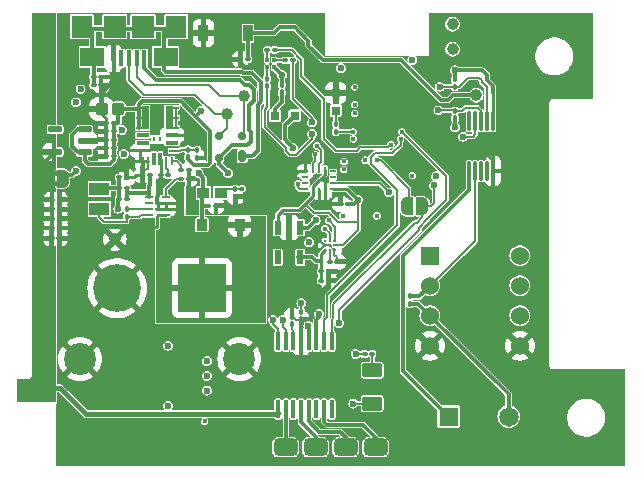
<source format=gbr>
%TF.GenerationSoftware,KiCad,Pcbnew,8.0.6*%
%TF.CreationDate,2025-09-09T16:11:22-07:00*%
%TF.ProjectId,Multimodal_Actuator_mk2,4d756c74-696d-46f6-9461-6c5f41637475,rev?*%
%TF.SameCoordinates,Original*%
%TF.FileFunction,Copper,L1,Top*%
%TF.FilePolarity,Positive*%
%FSLAX46Y46*%
G04 Gerber Fmt 4.6, Leading zero omitted, Abs format (unit mm)*
G04 Created by KiCad (PCBNEW 8.0.6) date 2025-09-09 16:11:22*
%MOMM*%
%LPD*%
G01*
G04 APERTURE LIST*
G04 Aperture macros list*
%AMRoundRect*
0 Rectangle with rounded corners*
0 $1 Rounding radius*
0 $2 $3 $4 $5 $6 $7 $8 $9 X,Y pos of 4 corners*
0 Add a 4 corners polygon primitive as box body*
4,1,4,$2,$3,$4,$5,$6,$7,$8,$9,$2,$3,0*
0 Add four circle primitives for the rounded corners*
1,1,$1+$1,$2,$3*
1,1,$1+$1,$4,$5*
1,1,$1+$1,$6,$7*
1,1,$1+$1,$8,$9*
0 Add four rect primitives between the rounded corners*
20,1,$1+$1,$2,$3,$4,$5,0*
20,1,$1+$1,$4,$5,$6,$7,0*
20,1,$1+$1,$6,$7,$8,$9,0*
20,1,$1+$1,$8,$9,$2,$3,0*%
%AMFreePoly0*
4,1,19,0.500000,-0.750000,0.000000,-0.750000,0.000000,-0.744911,-0.071157,-0.744911,-0.207708,-0.704816,-0.327430,-0.627875,-0.420627,-0.520320,-0.479746,-0.390866,-0.500000,-0.250000,-0.500000,0.250000,-0.479746,0.390866,-0.420627,0.520320,-0.327430,0.627875,-0.207708,0.704816,-0.071157,0.744911,0.000000,0.744911,0.000000,0.750000,0.500000,0.750000,0.500000,-0.750000,0.500000,-0.750000,
$1*%
%AMFreePoly1*
4,1,19,0.000000,0.744911,0.071157,0.744911,0.207708,0.704816,0.327430,0.627875,0.420627,0.520320,0.479746,0.390866,0.500000,0.250000,0.500000,-0.250000,0.479746,-0.390866,0.420627,-0.520320,0.327430,-0.627875,0.207708,-0.704816,0.071157,-0.744911,0.000000,-0.744911,0.000000,-0.750000,-0.500000,-0.750000,-0.500000,0.750000,0.000000,0.750000,0.000000,0.744911,0.000000,0.744911,
$1*%
G04 Aperture macros list end*
%TA.AperFunction,EtchedComponent*%
%ADD10C,0.000000*%
%TD*%
%TA.AperFunction,SMDPad,CuDef*%
%ADD11RoundRect,0.100000X0.100000X-0.130000X0.100000X0.130000X-0.100000X0.130000X-0.100000X-0.130000X0*%
%TD*%
%TA.AperFunction,SMDPad,CuDef*%
%ADD12RoundRect,0.100000X-0.130000X-0.100000X0.130000X-0.100000X0.130000X0.100000X-0.130000X0.100000X0*%
%TD*%
%TA.AperFunction,ComponentPad*%
%ADD13R,1.524000X1.524000*%
%TD*%
%TA.AperFunction,ComponentPad*%
%ADD14C,1.524000*%
%TD*%
%TA.AperFunction,SMDPad,CuDef*%
%ADD15FreePoly0,180.000000*%
%TD*%
%TA.AperFunction,SMDPad,CuDef*%
%ADD16FreePoly1,180.000000*%
%TD*%
%TA.AperFunction,SMDPad,CuDef*%
%ADD17RoundRect,0.100000X0.130000X0.100000X-0.130000X0.100000X-0.130000X-0.100000X0.130000X-0.100000X0*%
%TD*%
%TA.AperFunction,ComponentPad*%
%ADD18R,1.650000X1.650000*%
%TD*%
%TA.AperFunction,ComponentPad*%
%ADD19C,1.650000*%
%TD*%
%TA.AperFunction,SMDPad,CuDef*%
%ADD20RoundRect,0.375000X-0.625000X-0.375000X0.625000X-0.375000X0.625000X0.375000X-0.625000X0.375000X0*%
%TD*%
%TA.AperFunction,SMDPad,CuDef*%
%ADD21RoundRect,0.100000X-0.100000X0.130000X-0.100000X-0.130000X0.100000X-0.130000X0.100000X0.130000X0*%
%TD*%
%TA.AperFunction,SMDPad,CuDef*%
%ADD22R,1.730000X1.140000*%
%TD*%
%TA.AperFunction,SMDPad,CuDef*%
%ADD23R,0.475000X0.250000*%
%TD*%
%TA.AperFunction,SMDPad,CuDef*%
%ADD24R,0.250000X0.475000*%
%TD*%
%TA.AperFunction,SMDPad,CuDef*%
%ADD25FreePoly0,0.000000*%
%TD*%
%TA.AperFunction,SMDPad,CuDef*%
%ADD26FreePoly1,0.000000*%
%TD*%
%TA.AperFunction,SMDPad,CuDef*%
%ADD27RoundRect,0.100000X0.100000X-0.687500X0.100000X0.687500X-0.100000X0.687500X-0.100000X-0.687500X0*%
%TD*%
%TA.AperFunction,HeatsinkPad*%
%ADD28C,0.500000*%
%TD*%
%TA.AperFunction,HeatsinkPad*%
%ADD29R,5.000000X3.400000*%
%TD*%
%TA.AperFunction,SMDPad,CuDef*%
%ADD30R,0.750000X0.250000*%
%TD*%
%TA.AperFunction,SMDPad,CuDef*%
%ADD31R,0.700000X0.250000*%
%TD*%
%TA.AperFunction,ComponentPad*%
%ADD32C,1.000000*%
%TD*%
%TA.AperFunction,SMDPad,CuDef*%
%ADD33RoundRect,0.113750X0.341250X0.421250X-0.341250X0.421250X-0.341250X-0.421250X0.341250X-0.421250X0*%
%TD*%
%TA.AperFunction,SMDPad,CuDef*%
%ADD34R,0.800000X0.800000*%
%TD*%
%TA.AperFunction,SMDPad,CuDef*%
%ADD35C,0.228600*%
%TD*%
%TA.AperFunction,SMDPad,CuDef*%
%ADD36RoundRect,0.147500X0.457500X0.147500X-0.457500X0.147500X-0.457500X-0.147500X0.457500X-0.147500X0*%
%TD*%
%TA.AperFunction,SMDPad,CuDef*%
%ADD37R,0.812800X1.346200*%
%TD*%
%TA.AperFunction,SMDPad,CuDef*%
%ADD38R,0.400000X1.350000*%
%TD*%
%TA.AperFunction,SMDPad,CuDef*%
%ADD39R,2.100000X1.600000*%
%TD*%
%TA.AperFunction,SMDPad,CuDef*%
%ADD40R,1.800000X1.900000*%
%TD*%
%TA.AperFunction,SMDPad,CuDef*%
%ADD41R,1.900000X1.900000*%
%TD*%
%TA.AperFunction,SMDPad,CuDef*%
%ADD42RoundRect,0.044250X-0.250750X0.560750X-0.250750X-0.560750X0.250750X-0.560750X0.250750X0.560750X0*%
%TD*%
%TA.AperFunction,SMDPad,CuDef*%
%ADD43RoundRect,0.175000X0.175000X0.325000X-0.175000X0.325000X-0.175000X-0.325000X0.175000X-0.325000X0*%
%TD*%
%TA.AperFunction,SMDPad,CuDef*%
%ADD44RoundRect,0.150000X0.200000X0.150000X-0.200000X0.150000X-0.200000X-0.150000X0.200000X-0.150000X0*%
%TD*%
%TA.AperFunction,SMDPad,CuDef*%
%ADD45R,0.812800X0.254000*%
%TD*%
%TA.AperFunction,SMDPad,CuDef*%
%ADD46R,1.092200X0.304800*%
%TD*%
%TA.AperFunction,SMDPad,CuDef*%
%ADD47R,0.508000X0.254000*%
%TD*%
%TA.AperFunction,SMDPad,CuDef*%
%ADD48R,0.711200X0.254000*%
%TD*%
%TA.AperFunction,SMDPad,CuDef*%
%ADD49R,0.254000X0.711200*%
%TD*%
%TA.AperFunction,SMDPad,CuDef*%
%ADD50R,0.304800X1.092200*%
%TD*%
%TA.AperFunction,SMDPad,CuDef*%
%ADD51R,0.254000X0.406400*%
%TD*%
%TA.AperFunction,SMDPad,CuDef*%
%ADD52RoundRect,0.250000X0.287500X0.275000X-0.287500X0.275000X-0.287500X-0.275000X0.287500X-0.275000X0*%
%TD*%
%TA.AperFunction,ComponentPad*%
%ADD53R,4.050000X4.050000*%
%TD*%
%TA.AperFunction,ComponentPad*%
%ADD54C,4.050000*%
%TD*%
%TA.AperFunction,ComponentPad*%
%ADD55C,2.700000*%
%TD*%
%TA.AperFunction,SMDPad,CuDef*%
%ADD56RoundRect,0.250000X-0.625000X0.375000X-0.625000X-0.375000X0.625000X-0.375000X0.625000X0.375000X0*%
%TD*%
%TA.AperFunction,SMDPad,CuDef*%
%ADD57R,0.304800X0.304800*%
%TD*%
%TA.AperFunction,SMDPad,CuDef*%
%ADD58RoundRect,0.087500X-0.087500X0.725000X-0.087500X-0.725000X0.087500X-0.725000X0.087500X0.725000X0*%
%TD*%
%TA.AperFunction,SMDPad,CuDef*%
%ADD59R,1.000000X0.970000*%
%TD*%
%TA.AperFunction,ViaPad*%
%ADD60C,0.600000*%
%TD*%
%TA.AperFunction,ViaPad*%
%ADD61C,0.400000*%
%TD*%
%TA.AperFunction,Conductor*%
%ADD62C,0.210000*%
%TD*%
%TA.AperFunction,Conductor*%
%ADD63C,0.250000*%
%TD*%
%TA.AperFunction,Conductor*%
%ADD64C,0.400000*%
%TD*%
%TA.AperFunction,Conductor*%
%ADD65C,0.200000*%
%TD*%
%TA.AperFunction,Conductor*%
%ADD66C,0.230000*%
%TD*%
%TA.AperFunction,Conductor*%
%ADD67C,0.300000*%
%TD*%
%TA.AperFunction,Conductor*%
%ADD68C,0.240000*%
%TD*%
%TA.AperFunction,Conductor*%
%ADD69C,0.180000*%
%TD*%
G04 APERTURE END LIST*
D10*
%TA.AperFunction,EtchedComponent*%
%TO.C,JP2003*%
G36*
X122300000Y-99650000D02*
G01*
X121800000Y-99650000D01*
X121800000Y-99250000D01*
X122300000Y-99250000D01*
X122300000Y-99650000D01*
G37*
%TD.AperFunction*%
%TA.AperFunction,EtchedComponent*%
G36*
X122300000Y-100450000D02*
G01*
X121800000Y-100450000D01*
X121800000Y-100050000D01*
X122300000Y-100050000D01*
X122300000Y-100450000D01*
G37*
%TD.AperFunction*%
%TA.AperFunction,EtchedComponent*%
%TO.C,U4001*%
G36*
X129992000Y-95677000D02*
G01*
X129408000Y-95677000D01*
X129408000Y-93723000D01*
X129992000Y-93723000D01*
X129992000Y-95677000D01*
G37*
%TD.AperFunction*%
%TA.AperFunction,EtchedComponent*%
G36*
X131992000Y-95677000D02*
G01*
X131408000Y-95677000D01*
X131408000Y-93723000D01*
X131992000Y-93723000D01*
X131992000Y-95677000D01*
G37*
%TD.AperFunction*%
%TD*%
D11*
%TO.P,R4003,1*%
%TO.N,VCC*%
X133300000Y-98040000D03*
%TO.P,R4003,2*%
%TO.N,Net-(U4001-FB)*%
X133300000Y-97400000D03*
%TD*%
%TO.P,R3003,1*%
%TO.N,VCC*%
X155900000Y-94765000D03*
%TO.P,R3003,2*%
%TO.N,/SDA*%
X155900000Y-94125000D03*
%TD*%
D12*
%TO.P,C2014,1*%
%TO.N,/Arduino_nano_Rev2/1.8VOUT*%
X144560000Y-107700000D03*
%TO.P,C2014,2*%
%TO.N,GND*%
X145200000Y-107700000D03*
%TD*%
D13*
%TO.P,U1005,1,-RG*%
%TO.N,Net-(U1005--RG)*%
X153780000Y-106380000D03*
D14*
%TO.P,U1005,2,-IN*%
%TO.N,/VB*%
X153780000Y-108920000D03*
%TO.P,U1005,3,+IN*%
%TO.N,Net-(U1005-+IN)*%
X153780000Y-111460000D03*
%TO.P,U1005,4,-VS*%
%TO.N,GND*%
X153780000Y-114000000D03*
%TO.P,U1005,5,REF*%
X161400000Y-114000000D03*
%TO.P,U1005,6,OUTPUT*%
%TO.N,/InAmpOutput*%
X161400000Y-111460000D03*
%TO.P,U1005,7,+VS*%
%TO.N,VCC*%
X161400000Y-108920000D03*
%TO.P,U1005,8,+RG*%
%TO.N,Net-(U1005-+RG)*%
X161400000Y-106380000D03*
%TD*%
D15*
%TO.P,JP2003,1,A*%
%TO.N,Net-(JP2003-A)*%
X122700000Y-99850000D03*
D16*
%TO.P,JP2003,2,B*%
%TO.N,+3.3V*%
X121400000Y-99850000D03*
%TD*%
D17*
%TO.P,C2012,1*%
%TO.N,GND*%
X145920000Y-106900000D03*
%TO.P,C2012,2*%
%TO.N,Net-(U2005-CRST)*%
X145280000Y-106900000D03*
%TD*%
D12*
%TO.P,C2013,1*%
%TO.N,/Arduino_nano_Rev2/1.8VOUT*%
X144560000Y-108500000D03*
%TO.P,C2013,2*%
%TO.N,GND*%
X145200000Y-108500000D03*
%TD*%
D18*
%TO.P,P1001,1,1*%
%TO.N,/VA*%
X155360000Y-120000000D03*
D19*
%TO.P,P1001,2,2*%
%TO.N,Net-(U1005-+IN)*%
X160440000Y-120000000D03*
%TD*%
D12*
%TO.P,R2011,1*%
%TO.N,Net-(LED2001-Pad3)*%
X140015400Y-88950000D03*
%TO.P,R2011,2*%
%TO.N,/Arduino_nano_Rev2/LB*%
X140655400Y-88950000D03*
%TD*%
D20*
%TO.P,J1001,1,Pin_1*%
%TO.N,/DRV8833/AOUT1*%
X141560000Y-122600000D03*
%TO.P,J1001,2,Pin_2*%
%TO.N,/DRV8833/AOUT2*%
X144100000Y-122600000D03*
%TO.P,J1001,3,Pin_3*%
%TO.N,/DRV8833/BOUT1*%
X149180000Y-122600000D03*
%TO.P,J1001,4,Pin_4*%
%TO.N,/DRV8833/BOUT2*%
X146640000Y-122600000D03*
%TD*%
D21*
%TO.P,R4002,1*%
%TO.N,Net-(U4001-FB)*%
X134100000Y-97475000D03*
%TO.P,R4002,2*%
%TO.N,GND*%
X134100000Y-98115000D03*
%TD*%
D12*
%TO.P,C2008,1*%
%TO.N,+3.3V*%
X121780000Y-103250000D03*
%TO.P,C2008,2*%
%TO.N,GND*%
X122420000Y-103250000D03*
%TD*%
D17*
%TO.P,C3001,1*%
%TO.N,VCC*%
X126995000Y-97262500D03*
%TO.P,C3001,2*%
%TO.N,GND*%
X126355000Y-97262500D03*
%TD*%
D21*
%TO.P,R2007,1*%
%TO.N,Net-(LED2001-Pad4)*%
X139990400Y-91385000D03*
%TO.P,R2007,2*%
%TO.N,/Arduino_nano_Rev2/LG*%
X139990400Y-92025000D03*
%TD*%
D17*
%TO.P,C5003,1*%
%TO.N,VCC*%
X126995000Y-95862500D03*
%TO.P,C5003,2*%
%TO.N,GND*%
X126355000Y-95862500D03*
%TD*%
D22*
%TO.P,L2001,1*%
%TO.N,Net-(JP2003-A)*%
X125800000Y-100750000D03*
%TO.P,L2001,2*%
%TO.N,Net-(IC2001-SW)*%
X125800000Y-102444000D03*
%TD*%
D11*
%TO.P,D3001,1,K*%
%TO.N,GND*%
X142900000Y-111765000D03*
%TO.P,D3001,2,A*%
%TO.N,Net-(D3001-A)*%
X142900000Y-111125000D03*
%TD*%
D17*
%TO.P,R2006,1*%
%TO.N,Net-(IC2001-FB)*%
X128100000Y-100650000D03*
%TO.P,R2006,2*%
%TO.N,Net-(JP2003-A)*%
X127460000Y-100650000D03*
%TD*%
D23*
%TO.P,U2002,1,SDO*%
%TO.N,GND*%
X143237500Y-99250000D03*
%TO.P,U2002,2,ASDX*%
%TO.N,unconnected-(U2002-ASDX-Pad2)*%
X143237500Y-99750000D03*
%TO.P,U2002,3,ASCX*%
%TO.N,unconnected-(U2002-ASCX-Pad3)*%
X143237500Y-100250000D03*
%TO.P,U2002,4,INT1*%
%TO.N,/Arduino_nano_Rev2/BMI270_INT1*%
X143237500Y-100750000D03*
D24*
%TO.P,U2002,5,VDDIO*%
%TO.N,VDD_ENV*%
X143900000Y-100912500D03*
%TO.P,U2002,6,GNDIO*%
%TO.N,GND*%
X144400000Y-100912500D03*
%TO.P,U2002,7,GND*%
X144900000Y-100912500D03*
D23*
%TO.P,U2002,8,VDD*%
%TO.N,VDD_ENV*%
X145562500Y-100750000D03*
%TO.P,U2002,9,INT2*%
%TO.N,/Arduino_nano_Rev2/BMI270_INT2*%
X145562500Y-100250000D03*
%TO.P,U2002,10,OSCB*%
%TO.N,unconnected-(U2002-OSCB-Pad10)*%
X145562500Y-99750000D03*
%TO.P,U2002,11,OSDO*%
%TO.N,unconnected-(U2002-OSDO-Pad11)*%
X145562500Y-99250000D03*
D24*
%TO.P,U2002,12,CSB*%
%TO.N,VDD_ENV*%
X144900000Y-99087500D03*
%TO.P,U2002,13,SCX*%
%TO.N,/Arduino_nano_Rev2/SCL1*%
X144400000Y-99087500D03*
%TO.P,U2002,14,SDX*%
%TO.N,/Arduino_nano_Rev2/SDA1*%
X143900000Y-99087500D03*
%TD*%
D25*
%TO.P,JP2001,1,A*%
%TO.N,Net-(JP2001-A)*%
X151850000Y-102200000D03*
D26*
%TO.P,JP2001,2,B*%
%TO.N,/BIN1*%
X153150000Y-102200000D03*
%TD*%
D27*
%TO.P,U5001,1,~{SLEEP}*%
%TO.N,+3.3V*%
X140925000Y-119362500D03*
%TO.P,U5001,2,AOUT1*%
%TO.N,/DRV8833/AOUT1*%
X141575000Y-119362500D03*
%TO.P,U5001,3,AISEN*%
%TO.N,unconnected-(U5001-AISEN-Pad3)*%
X142225000Y-119362500D03*
%TO.P,U5001,4,AOUT2*%
%TO.N,/DRV8833/AOUT2*%
X142875000Y-119362500D03*
%TO.P,U5001,5,BOUT2*%
%TO.N,/DRV8833/BOUT2*%
X143525000Y-119362500D03*
%TO.P,U5001,6,BISEN*%
%TO.N,unconnected-(U5001-BISEN-Pad6)*%
X144175000Y-119362500D03*
%TO.P,U5001,7,BOUT1*%
%TO.N,/DRV8833/BOUT1*%
X144825000Y-119362500D03*
%TO.P,U5001,8,~{FAULT}*%
%TO.N,/DRV8833/~{FAULT}*%
X145475000Y-119362500D03*
%TO.P,U5001,9,BIN1*%
%TO.N,/BIN1*%
X145475000Y-113637500D03*
%TO.P,U5001,10,BIN2*%
%TO.N,/BIN2*%
X144825000Y-113637500D03*
%TO.P,U5001,11,VCP*%
%TO.N,Net-(U5001-VCP)*%
X144175000Y-113637500D03*
%TO.P,U5001,12,VM*%
%TO.N,VCC*%
X143525000Y-113637500D03*
%TO.P,U5001,13,GND*%
%TO.N,GND*%
X142875000Y-113637500D03*
%TO.P,U5001,14,VINT*%
%TO.N,Net-(U5001-VINT)*%
X142225000Y-113637500D03*
%TO.P,U5001,15,AIN2*%
%TO.N,/AIN2*%
X141575000Y-113637500D03*
%TO.P,U5001,16,AIN1*%
%TO.N,/AIN1*%
X140925000Y-113637500D03*
D28*
%TO.P,U5001,17,GND*%
%TO.N,GND*%
X141700000Y-117250000D03*
X143200000Y-117250000D03*
X144700000Y-117250000D03*
D29*
X143200000Y-116500000D03*
D28*
X141700000Y-115750000D03*
X143200000Y-115750000D03*
X144700000Y-115750000D03*
%TD*%
D17*
%TO.P,C2003,1*%
%TO.N,GND*%
X128120000Y-99750000D03*
%TO.P,C2003,2*%
%TO.N,Net-(JP2003-A)*%
X127480000Y-99750000D03*
%TD*%
D21*
%TO.P,C2010,1*%
%TO.N,Net-(U2001-VBUS)*%
X137300000Y-100750000D03*
%TO.P,C2010,2*%
%TO.N,GND*%
X137300000Y-101390000D03*
%TD*%
D30*
%TO.P,IC2001,1,GND*%
%TO.N,GND*%
X131400000Y-102950000D03*
D31*
%TO.P,IC2001,2,IN*%
%TO.N,Vin*%
X131425000Y-102450000D03*
%TO.P,IC2001,3,EN*%
X131425000Y-101950000D03*
%TO.P,IC2001,4,VCC*%
%TO.N,Net-(IC2001-VCC)*%
X131425000Y-101450000D03*
%TO.P,IC2001,5,FB*%
%TO.N,Net-(IC2001-FB)*%
X130025000Y-101450000D03*
%TO.P,IC2001,6,PG*%
%TO.N,unconnected-(IC2001-PG-Pad6)*%
X130025000Y-101950000D03*
%TO.P,IC2001,7,BST*%
%TO.N,Net-(IC2001-BST)*%
X130025000Y-102450000D03*
%TO.P,IC2001,8,SW*%
%TO.N,Net-(IC2001-SW)*%
X130025000Y-102950000D03*
%TD*%
D17*
%TO.P,R2008,1*%
%TO.N,Net-(IC2001-FB)*%
X130075000Y-99550000D03*
%TO.P,R2008,2*%
%TO.N,GND*%
X129435000Y-99550000D03*
%TD*%
D12*
%TO.P,R2012,1*%
%TO.N,Net-(LED2001-Pad2)*%
X141525400Y-89840400D03*
%TO.P,R2012,2*%
%TO.N,/Arduino_nano_Rev2/LR*%
X142165400Y-89840400D03*
%TD*%
D17*
%TO.P,C5004,1*%
%TO.N,VCC*%
X126995000Y-95162500D03*
%TO.P,C5004,2*%
%TO.N,GND*%
X126355000Y-95162500D03*
%TD*%
D11*
%TO.P,R2002,1*%
%TO.N,Net-(U2001-TRACE_D3{slash}GPIO_33)*%
X145800000Y-95875000D03*
%TO.P,R2002,2*%
%TO.N,Net-(D2002-PadA)*%
X145800000Y-95235000D03*
%TD*%
D32*
%TO.P,TP2003,1,1*%
%TO.N,Net-(U2001-SWDCLK)*%
X155700000Y-88900000D03*
%TD*%
D11*
%TO.P,R1002,1*%
%TO.N,Net-(U1005-+IN)*%
X152100000Y-110465000D03*
%TO.P,R1002,2*%
%TO.N,/VB*%
X152100000Y-109825000D03*
%TD*%
D17*
%TO.P,R4004,1*%
%TO.N,/MPM3610_5V_Buck/EN*%
X131620000Y-99550000D03*
%TO.P,R4004,2*%
%TO.N,Vin*%
X130980000Y-99550000D03*
%TD*%
D11*
%TO.P,C5002,1*%
%TO.N,Net-(U5001-VINT)*%
X142100000Y-112175000D03*
%TO.P,C5002,2*%
%TO.N,GND*%
X142100000Y-111535000D03*
%TD*%
D33*
%TO.P,D2004,A*%
%TO.N,VUSB*%
X134462500Y-103750000D03*
%TO.P,D2004,C*%
%TO.N,Vin*%
X137672500Y-103750000D03*
%TD*%
D34*
%TO.P,D2001,1*%
%TO.N,Net-(U2004-D)*%
X142325000Y-94525000D03*
%TO.P,D2001,2*%
%TO.N,Net-(D2001-Pad2)*%
X140675000Y-94525000D03*
%TD*%
D35*
%TO.P,U2005,A1,INT*%
%TO.N,unconnected-(U2005-INT-PadA1)*%
X144900000Y-105099900D03*
%TO.P,U2005,A2,SDA*%
%TO.N,/Arduino_nano_Rev2/SDA1*%
X145300050Y-105099900D03*
%TO.P,U2005,A3,SCK*%
%TO.N,/Arduino_nano_Rev2/SCL1*%
X145700100Y-105099900D03*
%TO.P,U2005,B1,GND*%
%TO.N,GND*%
X144900000Y-105499950D03*
%TO.P,U2005,B2,ADSEL*%
X145300050Y-105499950D03*
%TO.P,U2005,B3,VDDIO*%
%TO.N,VDD_ENV*%
X145700100Y-105499950D03*
%TO.P,U2005,C1,VDD*%
%TO.N,/Arduino_nano_Rev2/1.8VOUT*%
X144900000Y-105900000D03*
%TO.P,U2005,C2,CRST*%
%TO.N,Net-(U2005-CRST)*%
X145300050Y-105900000D03*
%TO.P,U2005,C3,BYPASS*%
%TO.N,GND*%
X145700100Y-105900000D03*
%TD*%
D36*
%TO.P,U6002,1,VIN*%
%TO.N,VCC*%
X124555000Y-97600000D03*
%TO.P,U6002,2,GND*%
%TO.N,GND*%
X124555000Y-96650000D03*
%TO.P,U6002,3,ON/~{OFF}*%
%TO.N,VCC*%
X124555000Y-95700000D03*
%TO.P,U6002,4,BYPASS*%
%TO.N,unconnected-(U6002-BYPASS-Pad4)*%
X122045000Y-95700000D03*
%TO.P,U6002,5,VOUT*%
%TO.N,+3.3V*%
X122045000Y-97600000D03*
%TD*%
D17*
%TO.P,C2017,1*%
%TO.N,GND*%
X122420000Y-101650000D03*
%TO.P,C2017,2*%
%TO.N,+3.3V*%
X121780000Y-101650000D03*
%TD*%
D12*
%TO.P,C2006,1*%
%TO.N,VUSB*%
X135025000Y-102150000D03*
%TO.P,C2006,2*%
%TO.N,GND*%
X135665000Y-102150000D03*
%TD*%
D32*
%TO.P,TPGND2001,1,1*%
%TO.N,GND*%
X127100000Y-105000000D03*
%TD*%
D37*
%TO.P,SW2001,1,1*%
%TO.N,GND*%
X134607700Y-87550000D03*
%TO.P,SW2001,2,2*%
%TO.N,/Arduino_nano_Rev2/RESETN*%
X138392300Y-87550000D03*
%TD*%
D38*
%TO.P,J2001,1,VCC*%
%TO.N,VUSB*%
X129600000Y-89675000D03*
%TO.P,J2001,2,D-*%
%TO.N,Net-(D2003-I{slash}O1)*%
X128950000Y-89675000D03*
%TO.P,J2001,3,D+*%
%TO.N,Net-(D2003-I{slash}O2)*%
X128300000Y-89675000D03*
%TO.P,J2001,4,ID*%
%TO.N,unconnected-(J2001-ID-Pad4)*%
X127650000Y-89675000D03*
%TO.P,J2001,5,GND*%
%TO.N,GND*%
X127000000Y-89675000D03*
D39*
%TO.P,J2001,S1,SHIELD*%
%TO.N,/Arduino_nano_Rev2/USB_SHIELD*%
X131400000Y-89550000D03*
%TO.P,J2001,S2,SHIELD__1*%
X125200000Y-89550000D03*
D40*
%TO.P,J2001,S3,SHIELD__2*%
X132300000Y-87000000D03*
D41*
%TO.P,J2001,S4,SHIELD__3*%
X129500000Y-87000000D03*
%TO.P,J2001,S5,SHIELD__4*%
X127100000Y-87000000D03*
D40*
%TO.P,J2001,S6,SHIELD__5*%
X124300000Y-87000000D03*
%TD*%
D42*
%TO.P,U2006,1,IN*%
%TO.N,+3.3V*%
X142800000Y-104000000D03*
%TO.P,U2006,2,GND*%
%TO.N,GND*%
X141850000Y-104000000D03*
%TO.P,U2006,3,EN*%
%TO.N,VDD_ENV*%
X140900000Y-104000000D03*
%TO.P,U2006,4,N/C*%
%TO.N,unconnected-(U2006-N{slash}C-Pad4)*%
X140900000Y-106510000D03*
%TO.P,U2006,5,OUT*%
%TO.N,/Arduino_nano_Rev2/1.8VOUT*%
X142800000Y-106510000D03*
%TD*%
D32*
%TO.P,TP2004,1,1*%
%TO.N,Net-(U2001-SWDIO)*%
X155700000Y-86800000D03*
%TD*%
D17*
%TO.P,C3002,1*%
%TO.N,VCC*%
X126995000Y-96562500D03*
%TO.P,C3002,2*%
%TO.N,GND*%
X126355000Y-96562500D03*
%TD*%
%TO.P,R4005,1*%
%TO.N,GND*%
X133375000Y-99150000D03*
%TO.P,R4005,2*%
%TO.N,Net-(U4001-AAM)*%
X132735000Y-99150000D03*
%TD*%
D32*
%TO.P,TP2001,1,1*%
%TO.N,Net-(D2003-I{slash}O2)*%
X136600000Y-94400000D03*
%TD*%
D17*
%TO.P,C2002,1*%
%TO.N,/Arduino_nano_Rev2/RESETN*%
X138375000Y-89750000D03*
%TO.P,C2002,2*%
%TO.N,GND*%
X137735000Y-89750000D03*
%TD*%
D43*
%TO.P,D2003,1,GND*%
%TO.N,/Arduino_nano_Rev2/USB_SHIELD*%
X137900000Y-97950000D03*
D44*
%TO.P,D2003,2,I/O1*%
%TO.N,Net-(D2003-I{slash}O1)*%
X137900000Y-96250000D03*
%TO.P,D2003,3,I/O2*%
%TO.N,Net-(D2003-I{slash}O2)*%
X135900000Y-96250000D03*
%TO.P,D2003,4,VCC*%
%TO.N,VUSB*%
X135900000Y-98150000D03*
%TD*%
D45*
%TO.P,U4001,1,FB*%
%TO.N,Net-(U4001-FB)*%
X132094000Y-97500000D03*
D46*
%TO.P,U4001,2,VCC*%
%TO.N,unconnected-(U4001-VCC-Pad2)*%
X131954000Y-96850001D03*
%TO.P,U4001,3,AGND*%
%TO.N,GND*%
X131954000Y-96200000D03*
D47*
%TO.P,U4001,4,SW*%
%TO.N,Net-(U4001-SW-Pad4)*%
X132246000Y-95550000D03*
%TO.P,U4001,5,SW*%
X132246000Y-94699999D03*
%TO.P,U4001,6,SW*%
X132246000Y-93850000D03*
%TO.P,U4001,7,OUT*%
%TO.N,VCC*%
X129154000Y-93850000D03*
%TO.P,U4001,8,OUT*%
X129154000Y-94699999D03*
%TO.P,U4001,9,OUT*%
X129154000Y-95550000D03*
D46*
%TO.P,U4001,10,NC*%
%TO.N,unconnected-(U4001-NC-Pad10)*%
X129446000Y-96200000D03*
%TO.P,U4001,11,BST*%
%TO.N,unconnected-(U4001-BST-Pad11)*%
X129446000Y-96850001D03*
D48*
%TO.P,U4001,12,PGND*%
%TO.N,GND*%
X129256000Y-97500000D03*
D49*
%TO.P,U4001,13,PGND*%
X129450000Y-98394000D03*
%TO.P,U4001,14,PGND*%
X129949999Y-98394000D03*
D50*
%TO.P,U4001,15,NC*%
%TO.N,unconnected-(U4001-NC-Pad15)*%
X130450000Y-98204000D03*
%TO.P,U4001,16,IN*%
%TO.N,Vin*%
X130950000Y-98204000D03*
D49*
%TO.P,U4001,17,EN*%
%TO.N,/MPM3610_5V_Buck/EN*%
X131450001Y-98394000D03*
%TO.P,U4001,18,AAM*%
%TO.N,Net-(U4001-AAM)*%
X131950000Y-98394000D03*
D51*
%TO.P,U4001,19,NC*%
%TO.N,unconnected-(U4001-NC-Pad19)*%
X130950000Y-96525000D03*
%TO.P,U4001,20,NC*%
%TO.N,unconnected-(U4001-NC-Pad20)*%
X130450000Y-96525000D03*
%TD*%
D32*
%TO.P,TP2005,1,1*%
%TO.N,/Arduino_nano_Rev2/RESETN*%
X157700000Y-92800000D03*
%TD*%
D17*
%TO.P,C4002,1*%
%TO.N,VCC*%
X126995000Y-97962500D03*
%TO.P,C4002,2*%
%TO.N,GND*%
X126355000Y-97962500D03*
%TD*%
D52*
%TO.P,C6001,1*%
%TO.N,VCC*%
X127400000Y-93962500D03*
%TO.P,C6001,2*%
%TO.N,GND*%
X125975000Y-93962500D03*
%TD*%
D17*
%TO.P,C2001,1*%
%TO.N,GND*%
X125940000Y-91950000D03*
%TO.P,C2001,2*%
%TO.N,/Arduino_nano_Rev2/USB_SHIELD*%
X125300000Y-91950000D03*
%TD*%
D32*
%TO.P,TP2002,1,1*%
%TO.N,Net-(D2003-I{slash}O1)*%
X138000000Y-92900000D03*
%TD*%
D12*
%TO.P,C2009,1*%
%TO.N,+3.3V*%
X121780000Y-102450000D03*
%TO.P,C2009,2*%
%TO.N,GND*%
X122420000Y-102450000D03*
%TD*%
%TO.P,C2020,1*%
%TO.N,Net-(JP2003-A)*%
X127460000Y-101550000D03*
%TO.P,C2020,2*%
%TO.N,Net-(IC2001-FB)*%
X128100000Y-101550000D03*
%TD*%
D17*
%TO.P,C2011,1*%
%TO.N,VDD_ENV*%
X146875000Y-102000000D03*
%TO.P,C2011,2*%
%TO.N,GND*%
X146235000Y-102000000D03*
%TD*%
D12*
%TO.P,R2001,1*%
%TO.N,/Arduino_nano_Rev2/USB_SHIELD*%
X125300000Y-91250000D03*
%TO.P,R2001,2*%
%TO.N,GND*%
X125940000Y-91250000D03*
%TD*%
%TO.P,C2015,1*%
%TO.N,+3.3V*%
X121760000Y-104900000D03*
%TO.P,C2015,2*%
%TO.N,GND*%
X122400000Y-104900000D03*
%TD*%
D53*
%TO.P,J1003,1,1*%
%TO.N,Vin*%
X134500000Y-109137500D03*
D54*
%TO.P,J1003,2,2*%
%TO.N,GND*%
X127300000Y-109137500D03*
D55*
%TO.P,J1003,3,MH1*%
X137650000Y-115137500D03*
%TO.P,J1003,4,MH2*%
X124150000Y-115137500D03*
%TD*%
D34*
%TO.P,D2002,A,A*%
%TO.N,Net-(D2002-PadA)*%
X145800000Y-94100000D03*
%TO.P,D2002,C,C*%
%TO.N,GND*%
X145800000Y-92600000D03*
%TD*%
D21*
%TO.P,R3002,1*%
%TO.N,VCC*%
X155900000Y-91435000D03*
%TO.P,R3002,2*%
%TO.N,/SCL*%
X155900000Y-92075000D03*
%TD*%
D56*
%TO.P,D6002,1,K*%
%TO.N,Net-(D6002-K)*%
X148900000Y-116100000D03*
%TO.P,D6002,2,A*%
%TO.N,Net-(D6002-A)*%
X148900000Y-118900000D03*
%TD*%
D57*
%TO.P,LED2001,1,1*%
%TO.N,+3.3V*%
X140600000Y-90450000D03*
%TO.P,LED2001,2,2*%
%TO.N,Net-(LED2001-Pad2)*%
X140600000Y-89840400D03*
%TO.P,LED2001,3,3*%
%TO.N,Net-(LED2001-Pad3)*%
X139990400Y-89840400D03*
%TO.P,LED2001,4,4*%
%TO.N,Net-(LED2001-Pad4)*%
X139990400Y-90450000D03*
%TD*%
D17*
%TO.P,R6001,1*%
%TO.N,Net-(D6002-K)*%
X148900000Y-114700000D03*
%TO.P,R6001,2*%
%TO.N,Net-(J6001-CS)*%
X148260000Y-114700000D03*
%TD*%
D12*
%TO.P,C6002,1*%
%TO.N,+3.3V*%
X121780000Y-104050000D03*
%TO.P,C6002,2*%
%TO.N,GND*%
X122420000Y-104050000D03*
%TD*%
D11*
%TO.P,C2019,1*%
%TO.N,Net-(IC2001-SW)*%
X128100000Y-103070000D03*
%TO.P,C2019,2*%
%TO.N,Net-(IC2001-BST)*%
X128100000Y-102430000D03*
%TD*%
D21*
%TO.P,R2003,1*%
%TO.N,+3.3V*%
X141235400Y-91925000D03*
%TO.P,R2003,2*%
%TO.N,Net-(D2001-Pad2)*%
X141235400Y-92565000D03*
%TD*%
D58*
%TO.P,U3001,1,VDD*%
%TO.N,VCC*%
X159100000Y-94987500D03*
%TO.P,U3001,2,SCL*%
%TO.N,/SCL*%
X158600000Y-94987500D03*
%TO.P,U3001,3,SDA*%
%TO.N,/SDA*%
X158100000Y-94987500D03*
%TO.P,U3001,4,~{LDAC}*%
%TO.N,/MCP4728_Quad_DAC/LDAC*%
X157600000Y-94987500D03*
%TO.P,U3001,5,RDY/~{BSY}*%
%TO.N,/MCP4728_Quad_DAC/RDY*%
X157100000Y-94987500D03*
%TO.P,U3001,6,VOUTA*%
%TO.N,/VA*%
X157100000Y-99212500D03*
%TO.P,U3001,7,VOUTB*%
%TO.N,/VB*%
X157600000Y-99212500D03*
%TO.P,U3001,8,VOUTC*%
%TO.N,/MCP4728_Quad_DAC/VOUTC*%
X158100000Y-99212500D03*
%TO.P,U3001,9,VOUTD*%
%TO.N,/MCP4728_Quad_DAC/VOUTD*%
X158600000Y-99212500D03*
%TO.P,U3001,10,VSS*%
%TO.N,GND*%
X159100000Y-99212500D03*
%TD*%
D59*
%TO.P,FL2001,1*%
%TO.N,VUSB*%
X134600000Y-101050000D03*
%TO.P,FL2001,2*%
%TO.N,Net-(U2001-VBUS)*%
X136070000Y-101050000D03*
%TD*%
D12*
%TO.P,C2022,1*%
%TO.N,Net-(IC2001-VCC)*%
X132735000Y-99850000D03*
%TO.P,C2022,2*%
%TO.N,GND*%
X133375000Y-99850000D03*
%TD*%
D60*
%TO.N,GND*%
X144100000Y-102100000D03*
%TO.N,VUSB*%
X136700000Y-99400000D03*
X134200000Y-99400000D03*
%TO.N,GND*%
X144200000Y-94251728D03*
X152349998Y-98475002D03*
X135400000Y-121600000D03*
X142000000Y-87900000D03*
X133500000Y-96600000D03*
X156600000Y-97765000D03*
X150300000Y-91550000D03*
X148300000Y-91550000D03*
X141958741Y-101471331D03*
X141900000Y-109900000D03*
X133400000Y-100700000D03*
%TO.N,+3.3V*%
X144100000Y-103400000D03*
X120700000Y-105450000D03*
X120700000Y-104050000D03*
X120800000Y-95550000D03*
X120800000Y-96250000D03*
X120700000Y-104750000D03*
X141235400Y-91085400D03*
X120800000Y-94850000D03*
%TO.N,/Arduino_nano_Rev2/LG*%
X143800000Y-96075000D03*
%TO.N,/CLK*%
X134900000Y-115300000D03*
D61*
X146475000Y-99075000D03*
D60*
%TO.N,Net-(J6001-CS)*%
X124200000Y-92300000D03*
X131600000Y-119100000D03*
X147500000Y-114700000D03*
D61*
%TO.N,Net-(U2001-TRACE_D3{slash}GPIO_33)*%
X147279856Y-95900336D03*
D60*
%TO.N,Net-(JP2003-A)*%
X127400000Y-102400000D03*
X123800000Y-99200000D03*
%TO.N,/MCP4728_Quad_DAC/LDAC*%
X156600000Y-96300000D03*
%TO.N,/SDA*%
X154500000Y-94075000D03*
%TO.N,/SCL*%
X154600000Y-92075000D03*
%TO.N,Net-(D3001-A)*%
X142900000Y-110400000D03*
D61*
%TO.N,/Arduino_nano_Rev2/SDA1*%
X144092157Y-97807843D03*
X144900000Y-104100000D03*
%TO.N,/Arduino_nano_Rev2/SCL1*%
X145200000Y-103400000D03*
X144200000Y-97075000D03*
D60*
%TO.N,/Arduino_nano_Rev2/LR*%
X143800000Y-95075000D03*
D61*
%TO.N,/Arduino_nano_Rev2/LB*%
X150461677Y-96972468D03*
%TO.N,/BIN2*%
X151300000Y-96500000D03*
D60*
%TO.N,Net-(U5001-VCP)*%
X144400000Y-111300000D03*
D61*
%TO.N,/AIN1*%
X151400000Y-95900000D03*
D60*
X140500000Y-111800000D03*
X146080000Y-112071472D03*
%TO.N,/BIN1*%
X154148507Y-100435072D03*
%TO.N,/AIN2*%
X141300000Y-111800000D03*
%TO.N,Net-(U2001-SWDCLK)*%
X146250002Y-90500000D03*
D61*
%TO.N,Net-(JP2001-A)*%
X149300000Y-98300000D03*
D60*
%TO.N,/DO*%
X127860000Y-97760000D03*
D61*
X147400000Y-94325000D03*
D60*
%TO.N,/InAmpOutput*%
X154309988Y-99651537D03*
D61*
%TO.N,Net-(JP2002-A)*%
X146400000Y-103000000D03*
X148300000Y-98300000D03*
D60*
%TO.N,/DI*%
X134900000Y-117800000D03*
D61*
X147400000Y-93600000D03*
%TO.N,Net-(U2001-VBUS)*%
X146500000Y-98400000D03*
X137900000Y-100700000D03*
%TO.N,/Arduino_nano_Rev2/D8*%
X152300000Y-99600000D03*
X149300000Y-103000000D03*
D60*
%TO.N,VDD_ENV*%
X147700000Y-101650000D03*
%TO.N,Net-(U2001-SWDIO)*%
X152300000Y-89800000D03*
D61*
%TO.N,/CS*%
X147400000Y-92100000D03*
X134700000Y-120400000D03*
D60*
%TO.N,/Arduino_nano_Rev2/BMI270_INT2*%
X150300000Y-101030000D03*
D61*
%TO.N,/Arduino_nano_Rev2/BMI270_INT1*%
X147300000Y-96500000D03*
X142600000Y-100300000D03*
D60*
%TO.N,Net-(D6002-A)*%
X147300000Y-118900000D03*
%TO.N,Net-(J6001-DATA_IN)*%
X123800000Y-93400000D03*
X134900000Y-116565000D03*
%TO.N,Net-(J6001-SCLK)*%
X127724296Y-95726140D03*
X131600000Y-114000000D03*
%TO.N,Net-(U2004-D)*%
X142212900Y-97234412D03*
%TO.N,VCC*%
X155900000Y-95500000D03*
X143500000Y-112324794D03*
X155900000Y-90700000D03*
X143540000Y-105237587D03*
X134400000Y-94150000D03*
%TD*%
D62*
%TO.N,VDD_ENV*%
X143946101Y-102746101D02*
X143200000Y-102000000D01*
X145243086Y-102746101D02*
X143946101Y-102746101D01*
X145996985Y-103500000D02*
X145243086Y-102746101D01*
X147700000Y-103500000D02*
X145996985Y-103500000D01*
D63*
%TO.N,Vin*%
X130980000Y-99550000D02*
X130980000Y-98234000D01*
D62*
%TO.N,GND*%
X142417390Y-111800000D02*
X142706544Y-111800000D01*
X142152390Y-111535000D02*
X142417390Y-111800000D01*
X142100000Y-111535000D02*
X142152390Y-111535000D01*
D64*
%TO.N,+3.3V*%
X124700000Y-119800000D02*
X140837500Y-119800000D01*
X122500000Y-117600000D02*
X124700000Y-119800000D01*
X121800000Y-117600000D02*
X122500000Y-117600000D01*
X140837500Y-119800000D02*
X140925000Y-119712500D01*
D65*
%TO.N,VDD_ENV*%
X147700000Y-103500000D02*
X147700000Y-104200000D01*
D62*
X147700000Y-101650000D02*
X147700000Y-103500000D01*
D66*
X142700000Y-102500000D02*
X143200000Y-102000000D01*
X143200000Y-102000000D02*
X143900000Y-101300000D01*
D65*
%TO.N,/Arduino_nano_Rev2/USB_SHIELD*%
X125300000Y-89800000D02*
X125200000Y-89700000D01*
X125200000Y-87250000D02*
X125300000Y-87150000D01*
D67*
X139500000Y-93309189D02*
X139500000Y-92403768D01*
X125300000Y-91950000D02*
X125300000Y-89800000D01*
X139200000Y-97500000D02*
X139200000Y-93609189D01*
X137829289Y-90800000D02*
X131400000Y-90800000D01*
X131400000Y-90800000D02*
X131300000Y-90700000D01*
X139200000Y-93609189D02*
X139500000Y-93309189D01*
X138700000Y-90900000D02*
X137929289Y-90900000D01*
X132300000Y-87150000D02*
X131300000Y-87150000D01*
X125300000Y-87150000D02*
X124300000Y-87150000D01*
X131300000Y-87150000D02*
X125300000Y-87150000D01*
X138750000Y-97950000D02*
X139200000Y-97500000D01*
X139500000Y-92403768D02*
X139440400Y-92344168D01*
X137929289Y-90900000D02*
X137829289Y-90800000D01*
X139440400Y-91640400D02*
X138700000Y-90900000D01*
X137900000Y-97950000D02*
X138750000Y-97950000D01*
X125200000Y-89700000D02*
X125200000Y-87250000D01*
X131300000Y-90700000D02*
X131300000Y-87150000D01*
X139440400Y-92344168D02*
X139440400Y-91640400D01*
D62*
%TO.N,Net-(D2003-I{slash}O1)*%
X129650000Y-91950000D02*
X128950000Y-91250000D01*
X138000000Y-92900000D02*
X138000000Y-96150000D01*
X136000000Y-92900000D02*
X135050000Y-91950000D01*
X128950000Y-91250000D02*
X128950000Y-89825000D01*
X138000000Y-92900000D02*
X136000000Y-92900000D01*
D65*
X138000000Y-96150000D02*
X137900000Y-96250000D01*
D62*
X135050000Y-91950000D02*
X129650000Y-91950000D01*
%TO.N,Net-(D2003-I{slash}O2)*%
X136600000Y-94400000D02*
X135550000Y-94400000D01*
X136600000Y-95550000D02*
X135900000Y-96250000D01*
X135550000Y-94400000D02*
X133900000Y-92750000D01*
X129550000Y-92750000D02*
X128300000Y-91500000D01*
X133900000Y-92750000D02*
X129550000Y-92750000D01*
X128300000Y-91500000D02*
X128300000Y-89825000D01*
X136600000Y-94400000D02*
X136600000Y-95550000D01*
D67*
%TO.N,VUSB*%
X138850000Y-93252082D02*
X138455000Y-93647082D01*
X138300000Y-97050000D02*
X137000000Y-97050000D01*
X138455000Y-95743738D02*
X138600000Y-95888738D01*
X138600000Y-96750000D02*
X138300000Y-97050000D01*
X135900000Y-98600000D02*
X135900000Y-98150000D01*
X130595000Y-91495000D02*
X137726371Y-91495000D01*
X134600000Y-99800000D02*
X134600000Y-101050000D01*
X138500000Y-91900000D02*
X138850000Y-92250000D01*
D65*
X134500000Y-101115000D02*
X134565000Y-101050000D01*
D67*
X129600000Y-90500000D02*
X130595000Y-91495000D01*
X136700000Y-99400000D02*
X135900000Y-98600000D01*
X129600000Y-89825000D02*
X129600000Y-90500000D01*
X137726371Y-91495000D02*
X138131371Y-91900000D01*
X138850000Y-92250000D02*
X138850000Y-93252082D01*
X134500000Y-102050000D02*
X134500000Y-101115000D01*
X134200000Y-99400000D02*
X134600000Y-99800000D01*
X134500000Y-103350000D02*
X134500000Y-102050000D01*
X137000000Y-97050000D02*
X135900000Y-98150000D01*
X134500000Y-102050000D02*
X134600000Y-102150000D01*
X138455000Y-93647082D02*
X138455000Y-95743738D01*
X134600000Y-102150000D02*
X135025000Y-102150000D01*
X138131371Y-91900000D02*
X138500000Y-91900000D01*
X138600000Y-95888738D02*
X138600000Y-96750000D01*
D65*
%TO.N,GND*%
X126355000Y-99105000D02*
X126400000Y-99150000D01*
D63*
X133800000Y-96200000D02*
X134700000Y-97100000D01*
D65*
X129750000Y-99050000D02*
X129650000Y-99150000D01*
X148250000Y-91600000D02*
X148300000Y-91550000D01*
X139485400Y-88681544D02*
X140066944Y-88100000D01*
D63*
X124600000Y-99915000D02*
X124600000Y-103150000D01*
D65*
X139485400Y-89914600D02*
X139485400Y-88681544D01*
X145920000Y-106520000D02*
X145920000Y-106900000D01*
D63*
X130700000Y-103050000D02*
X130800000Y-102950000D01*
X131954000Y-96200000D02*
X133800000Y-96200000D01*
X128900000Y-99550000D02*
X129435000Y-99550000D01*
X125365000Y-99150000D02*
X124600000Y-99915000D01*
D67*
X145200000Y-108500000D02*
X145200000Y-108800000D01*
D65*
X141958741Y-100091259D02*
X141958741Y-101471331D01*
X140968000Y-97668000D02*
X140900000Y-97600000D01*
D63*
X134565000Y-98115000D02*
X134100000Y-98115000D01*
X129450000Y-99150000D02*
X129450000Y-99535000D01*
D65*
X129949999Y-98394000D02*
X129949999Y-99000001D01*
X159100000Y-98349568D02*
X159100000Y-99212500D01*
D63*
X129256000Y-97500000D02*
X129256000Y-98200000D01*
X134700000Y-97980000D02*
X134565000Y-98115000D01*
D65*
X145700100Y-106300100D02*
X145920000Y-106520000D01*
D63*
X130700000Y-103950000D02*
X130700000Y-103050000D01*
D67*
X148150000Y-91500000D02*
X148250000Y-91600000D01*
X138136396Y-90400000D02*
X139000000Y-90400000D01*
X145200000Y-108800000D02*
X144800000Y-109200000D01*
D65*
X129900000Y-99050000D02*
X129750000Y-99050000D01*
D63*
X129450000Y-98394000D02*
X129949999Y-98394000D01*
D65*
X140066944Y-88100000D02*
X141800000Y-88100000D01*
X142800000Y-99250000D02*
X141958741Y-100091259D01*
D63*
X126400000Y-99150000D02*
X125365000Y-99150000D01*
D65*
X144799950Y-105499950D02*
X144300000Y-105000000D01*
D67*
X127000000Y-91550000D02*
X125975000Y-92575000D01*
D63*
X128120000Y-99750000D02*
X128700000Y-99750000D01*
X128700000Y-99750000D02*
X128900000Y-99550000D01*
X133375000Y-99150000D02*
X133375000Y-99850000D01*
D65*
X143237500Y-99250000D02*
X142800000Y-99250000D01*
X158515432Y-97765000D02*
X159100000Y-98349568D01*
D67*
X137735000Y-89750000D02*
X137735000Y-89998604D01*
D63*
X128120000Y-99750000D02*
X128120000Y-99170000D01*
D67*
X137735000Y-89998604D02*
X138136396Y-90400000D01*
D63*
X125975000Y-94425000D02*
X126355000Y-94805000D01*
X124600000Y-103150000D02*
X125400000Y-103950000D01*
X134700000Y-97100000D02*
X134700000Y-97980000D01*
D65*
X141958741Y-101471331D02*
X141871331Y-101471331D01*
D63*
X129256000Y-98200000D02*
X129450000Y-98394000D01*
D65*
X129650000Y-99150000D02*
X129450000Y-99150000D01*
X142900000Y-113612500D02*
X142875000Y-113637500D01*
X128120000Y-99170000D02*
X128100000Y-99150000D01*
X129949999Y-99000001D02*
X129900000Y-99050000D01*
X145700100Y-105900000D02*
X145700100Y-106300100D01*
D63*
X130800000Y-102950000D02*
X131400000Y-102950000D01*
D65*
X129450000Y-99535000D02*
X129435000Y-99550000D01*
X141800000Y-88100000D02*
X142000000Y-87900000D01*
D63*
X125975000Y-93962500D02*
X125975000Y-94425000D01*
X128100000Y-99150000D02*
X126400000Y-99150000D01*
X129450000Y-98394000D02*
X129450000Y-99150000D01*
X126355000Y-94805000D02*
X126355000Y-97962500D01*
D67*
X127000000Y-89825000D02*
X127000000Y-91550000D01*
D65*
X144900000Y-105499950D02*
X145300050Y-105499950D01*
D67*
X125975000Y-92575000D02*
X125975000Y-93962500D01*
D65*
X144900000Y-105499950D02*
X144799950Y-105499950D01*
X156600000Y-97765000D02*
X158515432Y-97765000D01*
D63*
X125400000Y-103950000D02*
X130700000Y-103950000D01*
D67*
X139000000Y-90400000D02*
X139485400Y-89914600D01*
D63*
%TO.N,Vin*%
X130800000Y-101950000D02*
X130800000Y-102350000D01*
X130900000Y-102450000D02*
X131425000Y-102450000D01*
D65*
X130980000Y-98234000D02*
X130950000Y-98204000D01*
D63*
X130800000Y-102350000D02*
X130900000Y-102450000D01*
X131425000Y-101950000D02*
X131425000Y-102450000D01*
D67*
X130980000Y-99970000D02*
X130980000Y-99550000D01*
D63*
X131425000Y-101950000D02*
X130800000Y-101950000D01*
D65*
%TO.N,Net-(LED2001-Pad2)*%
X140600000Y-89840400D02*
X141525400Y-89840400D01*
%TO.N,Net-(LED2001-Pad4)*%
X139990400Y-90450000D02*
X139990400Y-91385000D01*
D67*
%TO.N,+3.3V*%
X121400000Y-98245000D02*
X122045000Y-97600000D01*
X142800000Y-104000000D02*
X143500000Y-104000000D01*
X140600000Y-90450000D02*
X141235400Y-91085400D01*
X121400000Y-99850000D02*
X121400000Y-98245000D01*
X141235400Y-91085400D02*
X141235400Y-91925000D01*
X143500000Y-104000000D02*
X144100000Y-103400000D01*
D65*
%TO.N,Net-(LED2001-Pad3)*%
X139990400Y-89840400D02*
X139990400Y-88975000D01*
X139990400Y-88975000D02*
X140015400Y-88950000D01*
%TO.N,/Arduino_nano_Rev2/LG*%
X139800000Y-95457908D02*
X141612900Y-97270808D01*
X139990400Y-93825000D02*
X139800000Y-94015400D01*
X139800000Y-94015400D02*
X139800000Y-95457908D01*
X141612900Y-97270808D02*
X141612900Y-97482941D01*
X141964371Y-97834412D02*
X142465588Y-97834412D01*
X142465588Y-97834412D02*
X143800000Y-96500000D01*
X141612900Y-97482941D02*
X141964371Y-97834412D01*
X139990400Y-92025000D02*
X139990400Y-93825000D01*
X143800000Y-96500000D02*
X143800000Y-96075000D01*
D67*
%TO.N,Net-(IC2001-FB)*%
X130075000Y-100375000D02*
X130075000Y-99550000D01*
D65*
X130000000Y-101425000D02*
X130025000Y-101450000D01*
D67*
X130000000Y-101050000D02*
X130000000Y-101425000D01*
X128100000Y-101050000D02*
X128100000Y-101550000D01*
X128100000Y-101050000D02*
X130000000Y-101050000D01*
X130000000Y-101050000D02*
X130000000Y-100450000D01*
X128100000Y-100650000D02*
X128100000Y-101050000D01*
D65*
X130000000Y-100450000D02*
X130075000Y-100375000D01*
D62*
%TO.N,/VB*%
X157600000Y-105100000D02*
X153780000Y-108920000D01*
D67*
X152875000Y-109825000D02*
X153780000Y-108920000D01*
X152100000Y-109825000D02*
X152875000Y-109825000D01*
D62*
X157600000Y-99212500D02*
X157600000Y-105100000D01*
D67*
%TO.N,Net-(U1005-+IN)*%
X152785000Y-110465000D02*
X153780000Y-111460000D01*
X160440000Y-118120000D02*
X153780000Y-111460000D01*
X160440000Y-120000000D02*
X160440000Y-118120000D01*
X152100000Y-110465000D02*
X152785000Y-110465000D01*
D65*
%TO.N,Net-(D6002-K)*%
X148900000Y-114700000D02*
X148900000Y-116100000D01*
%TO.N,Net-(J6001-CS)*%
X148260000Y-114700000D02*
X147500000Y-114700000D01*
%TO.N,Net-(D2002-PadA)*%
X145800000Y-95235000D02*
X145800000Y-94100000D01*
%TO.N,Net-(U2001-TRACE_D3{slash}GPIO_33)*%
X147279856Y-95900336D02*
X145825336Y-95900336D01*
X145825336Y-95900336D02*
X145800000Y-95875000D01*
D67*
%TO.N,Net-(D2001-Pad2)*%
X141235400Y-93364600D02*
X140675000Y-93925000D01*
X140675000Y-93925000D02*
X140675000Y-94525000D01*
X141235400Y-92565000D02*
X141235400Y-93364600D01*
%TO.N,Net-(JP2003-A)*%
X123800000Y-99200000D02*
X123450000Y-99550000D01*
X123450000Y-99550000D02*
X123000000Y-99550000D01*
D65*
X127480000Y-100630000D02*
X127460000Y-100650000D01*
D67*
X127400000Y-101610000D02*
X127460000Y-101550000D01*
X127400000Y-102400000D02*
X127400000Y-101610000D01*
X127460000Y-100650000D02*
X125900000Y-100650000D01*
D65*
X125900000Y-100650000D02*
X125800000Y-100750000D01*
D67*
X127480000Y-99750000D02*
X127480000Y-100630000D01*
X127460000Y-101550000D02*
X127460000Y-100650000D01*
D65*
X123000000Y-99550000D02*
X122700000Y-99850000D01*
%TO.N,Net-(U4001-AAM)*%
X132344000Y-98394000D02*
X132735000Y-98785000D01*
X131950000Y-98394000D02*
X132344000Y-98394000D01*
X132735000Y-98785000D02*
X132735000Y-99150000D01*
%TO.N,/MPM3610_5V_Buck/EN*%
X131450001Y-98949600D02*
X131620000Y-99119599D01*
X131450001Y-98394000D02*
X131450001Y-98949600D01*
X131620000Y-99119599D02*
X131620000Y-99550000D01*
%TO.N,Net-(U4001-FB)*%
X132600000Y-97500000D02*
X132700000Y-97400000D01*
X134025000Y-97400000D02*
X134100000Y-97475000D01*
X132700000Y-97400000D02*
X134025000Y-97400000D01*
X132094000Y-97500000D02*
X132600000Y-97500000D01*
%TO.N,/MCP4728_Quad_DAC/LDAC*%
X156600000Y-96300000D02*
X157400000Y-96300000D01*
X157600000Y-96100000D02*
X157600000Y-94987500D01*
X157400000Y-96300000D02*
X157600000Y-96100000D01*
%TO.N,/SDA*%
X155875000Y-94075000D02*
X155900000Y-94100000D01*
X157850432Y-93875000D02*
X156725000Y-93875000D01*
X154500000Y-94075000D02*
X155875000Y-94075000D01*
X158100000Y-94987500D02*
X158100000Y-94124568D01*
X158100000Y-94124568D02*
X157850432Y-93875000D01*
X156725000Y-93875000D02*
X156500000Y-94100000D01*
X156500000Y-94100000D02*
X155900000Y-94100000D01*
%TO.N,/SCL*%
X157000000Y-91300000D02*
X157900000Y-91300000D01*
X157900000Y-91300000D02*
X158150000Y-91550000D01*
X158150000Y-91550000D02*
X158150000Y-91686396D01*
X158600000Y-92136396D02*
X158600000Y-94987500D01*
X158150000Y-91686396D02*
X158600000Y-92136396D01*
X156225000Y-92075000D02*
X157000000Y-91300000D01*
X155900000Y-92075000D02*
X156225000Y-92075000D01*
X154600000Y-92075000D02*
X155900000Y-92075000D01*
%TO.N,Net-(D3001-A)*%
X142900000Y-111125000D02*
X142900000Y-110400000D01*
%TO.N,/Arduino_nano_Rev2/SDA1*%
X143900000Y-98559314D02*
X144092157Y-98367157D01*
X144900000Y-104100000D02*
X145300050Y-104500050D01*
X144092157Y-97807843D02*
X144092157Y-98367157D01*
X145300050Y-104500050D02*
X145300050Y-105099900D01*
X143900000Y-98559314D02*
X143900000Y-99087500D01*
%TO.N,/Arduino_nano_Rev2/SCL1*%
X144592157Y-97467157D02*
X144592157Y-98432843D01*
X144592157Y-98432843D02*
X144400000Y-98625000D01*
X145200000Y-103400000D02*
X145714350Y-103914350D01*
X145714350Y-103914350D02*
X145714350Y-105099900D01*
X144400000Y-98625000D02*
X144400000Y-99087500D01*
X144200000Y-97075000D02*
X144592157Y-97467157D01*
%TO.N,/Arduino_nano_Rev2/LR*%
X143800000Y-94750000D02*
X143800000Y-95075000D01*
X142165400Y-93115400D02*
X143800000Y-94750000D01*
X142165400Y-89840400D02*
X142165400Y-93115400D01*
%TO.N,/Arduino_nano_Rev2/LB*%
X142900000Y-91194600D02*
X142900000Y-89776544D01*
X147600000Y-97500000D02*
X145800000Y-97500000D01*
X142900000Y-89776544D02*
X142073456Y-88950000D01*
X144800000Y-93094600D02*
X142900000Y-91194600D01*
X144800000Y-96500000D02*
X144800000Y-93094600D01*
X150234145Y-97200000D02*
X147900000Y-97200000D01*
X150461677Y-96972468D02*
X150234145Y-97200000D01*
X147900000Y-97200000D02*
X147600000Y-97500000D01*
X142073456Y-88950000D02*
X140655400Y-88950000D01*
X145800000Y-97500000D02*
X144800000Y-96500000D01*
D67*
%TO.N,/VA*%
X157100000Y-100800000D02*
X151500000Y-106400000D01*
X151500000Y-106400000D02*
X151500000Y-116140000D01*
X157100000Y-99212500D02*
X157100000Y-100800000D01*
X151500000Y-116140000D02*
X155360000Y-120000000D01*
D62*
%TO.N,/BIN2*%
X151000000Y-100800000D02*
X151000000Y-103827244D01*
X148800000Y-98000000D02*
X148800000Y-98600000D01*
X151300000Y-97000000D02*
X150600000Y-97700000D01*
X145100000Y-109727244D02*
X145100000Y-111550000D01*
X148800000Y-98600000D02*
X151000000Y-100800000D01*
X151000000Y-103827244D02*
X145100000Y-109727244D01*
X144825000Y-111825000D02*
X144825000Y-113637500D01*
X151300000Y-96500000D02*
X151300000Y-97000000D01*
X149100000Y-97700000D02*
X148800000Y-98000000D01*
X150600000Y-97700000D02*
X149100000Y-97700000D01*
X145100000Y-111550000D02*
X144825000Y-111825000D01*
%TO.N,Net-(U5001-VINT)*%
X142225000Y-112725000D02*
X142100000Y-112600000D01*
X142225000Y-113637500D02*
X142225000Y-112725000D01*
X142100000Y-112600000D02*
X142100000Y-112175000D01*
D67*
%TO.N,/DRV8833/AOUT2*%
X144100000Y-121700000D02*
X142875000Y-120475000D01*
X144100000Y-122600000D02*
X144100000Y-121700000D01*
X142875000Y-120475000D02*
X142875000Y-119362500D01*
%TO.N,/DRV8833/BOUT2*%
X146640000Y-121740000D02*
X146200000Y-121300000D01*
X144407106Y-121300000D02*
X143525000Y-120417894D01*
X146200000Y-121300000D02*
X144407106Y-121300000D01*
X146640000Y-122600000D02*
X146640000Y-121740000D01*
X143525000Y-120417894D02*
X143525000Y-119362500D01*
%TO.N,Net-(U5001-VCP)*%
X144175000Y-111800000D02*
X144175000Y-113637500D01*
X144400000Y-111575000D02*
X144175000Y-111800000D01*
X144400000Y-111300000D02*
X144400000Y-111575000D01*
D65*
%TO.N,/AIN1*%
X146080000Y-111020000D02*
X152865686Y-104234314D01*
X153550000Y-103250000D02*
X155167157Y-101632843D01*
X152865686Y-104000000D02*
X153550000Y-103315686D01*
X140500000Y-112200000D02*
X140500000Y-111800000D01*
X151407107Y-95900000D02*
X151400000Y-95900000D01*
X155167157Y-101632843D02*
X155167157Y-99660050D01*
X155167157Y-99660050D02*
X151407107Y-95900000D01*
X140925000Y-112625000D02*
X140500000Y-112200000D01*
X153550000Y-103315686D02*
X153550000Y-103250000D01*
X146080000Y-112071472D02*
X146080000Y-111020000D01*
X152865686Y-104234314D02*
X152865686Y-104000000D01*
X140925000Y-113637500D02*
X140925000Y-112625000D01*
D67*
%TO.N,/DRV8833/BOUT1*%
X148100000Y-120700000D02*
X145100000Y-120700000D01*
X144825000Y-120425000D02*
X144825000Y-119362500D01*
X145100000Y-120700000D02*
X144825000Y-120425000D01*
X149180000Y-122600000D02*
X149180000Y-121780000D01*
X149180000Y-121780000D02*
X148100000Y-120700000D01*
D62*
%TO.N,/BIN1*%
X145600000Y-110500000D02*
X145600000Y-111700000D01*
D65*
X152500000Y-103600000D02*
X152250000Y-103850000D01*
D62*
X145475000Y-111825000D02*
X145475000Y-113637500D01*
X154148507Y-101951493D02*
X153900000Y-102200000D01*
D65*
X152700000Y-103600000D02*
X152500000Y-103600000D01*
X153150000Y-103150000D02*
X152700000Y-103600000D01*
D62*
X153900000Y-102200000D02*
X153150000Y-102200000D01*
X152250000Y-103850000D02*
X145600000Y-110500000D01*
D65*
X153150000Y-102200000D02*
X153150000Y-103150000D01*
D62*
X145600000Y-111700000D02*
X145475000Y-111825000D01*
X154148507Y-100435072D02*
X154148507Y-101951493D01*
D67*
%TO.N,/DRV8833/AOUT1*%
X141575000Y-119712500D02*
X141575000Y-122500000D01*
D65*
%TO.N,/AIN2*%
X141575000Y-113637500D02*
X141575000Y-112675000D01*
X141575000Y-112675000D02*
X141300000Y-112400000D01*
X141300000Y-112400000D02*
X141300000Y-111800000D01*
%TO.N,Net-(JP2001-A)*%
X152000000Y-100700000D02*
X152000000Y-101700000D01*
X149300000Y-98300000D02*
X149600000Y-98300000D01*
X149600000Y-98300000D02*
X152000000Y-100700000D01*
D67*
%TO.N,/Arduino_nano_Rev2/RESETN*%
X151350000Y-89800000D02*
X154750000Y-93200000D01*
X155700000Y-92800000D02*
X157700000Y-92800000D01*
X144700000Y-89800000D02*
X151350000Y-89800000D01*
X155300000Y-93200000D02*
X155700000Y-92800000D01*
D65*
X138375000Y-87567300D02*
X138392300Y-87550000D01*
D67*
X138392300Y-87550000D02*
X140550000Y-87550000D01*
X141050000Y-87050000D02*
X142350000Y-87050000D01*
X143500000Y-88600000D02*
X144700000Y-89800000D01*
X138375000Y-89750000D02*
X138375000Y-87567300D01*
X142350000Y-87050000D02*
X143500000Y-88200000D01*
X140550000Y-87550000D02*
X141050000Y-87050000D01*
X154750000Y-93200000D02*
X155300000Y-93200000D01*
X143500000Y-88200000D02*
X143500000Y-88600000D01*
D65*
%TO.N,Net-(U2001-VBUS)*%
X137850000Y-100750000D02*
X137900000Y-100700000D01*
X136370000Y-100750000D02*
X136070000Y-101050000D01*
X137300000Y-100750000D02*
X137850000Y-100750000D01*
D62*
X137300000Y-100750000D02*
X136370000Y-100750000D01*
D66*
%TO.N,VDD_ENV*%
X141300000Y-102500000D02*
X142700000Y-102500000D01*
D67*
X147350000Y-102000000D02*
X147700000Y-101650000D01*
D65*
X144412500Y-100012500D02*
X143925000Y-100500000D01*
D68*
X146800000Y-100750000D02*
X147700000Y-101650000D01*
D67*
X146875000Y-102000000D02*
X147350000Y-102000000D01*
D65*
X147700000Y-104200000D02*
X146385800Y-105514200D01*
X146385800Y-105514200D02*
X145700100Y-105514200D01*
D68*
X144562500Y-99862500D02*
X144412500Y-100012500D01*
X144900000Y-99525000D02*
X144562500Y-99862500D01*
D66*
X140900000Y-104000000D02*
X140900000Y-102900000D01*
D68*
X143900000Y-100525000D02*
X143900000Y-100912500D01*
X145562500Y-100750000D02*
X146800000Y-100750000D01*
X144412500Y-100012500D02*
X143900000Y-100525000D01*
D66*
X140900000Y-102900000D02*
X141300000Y-102500000D01*
D68*
X144900000Y-99087500D02*
X144900000Y-99525000D01*
D66*
X143900000Y-101300000D02*
X143900000Y-100912500D01*
D65*
%TO.N,/Arduino_nano_Rev2/BMI270_INT2*%
X145562500Y-100250000D02*
X149520000Y-100250000D01*
X149520000Y-100250000D02*
X150300000Y-101030000D01*
%TO.N,/Arduino_nano_Rev2/BMI270_INT1*%
X142775000Y-100750000D02*
X142600000Y-100575000D01*
X143237500Y-100750000D02*
X142775000Y-100750000D01*
X142600000Y-100575000D02*
X142600000Y-100300000D01*
D62*
%TO.N,Net-(U4001-SW-Pad4)*%
X132246000Y-95550000D02*
X132246000Y-93923000D01*
D65*
%TO.N,Net-(IC2001-BST)*%
X128100000Y-102430000D02*
X130005000Y-102430000D01*
X130005000Y-102430000D02*
X130025000Y-102450000D01*
D62*
%TO.N,Net-(IC2001-SW)*%
X128100000Y-103500000D02*
X128100000Y-103070000D01*
D65*
X129300000Y-102950000D02*
X130025000Y-102950000D01*
D62*
X126200000Y-103500000D02*
X128100000Y-103500000D01*
D65*
X128100000Y-103070000D02*
X129180000Y-103070000D01*
D62*
X125800000Y-102444000D02*
X125800000Y-103100000D01*
D65*
X129180000Y-103070000D02*
X129300000Y-102950000D01*
D62*
X125800000Y-103100000D02*
X126200000Y-103500000D01*
D65*
%TO.N,Net-(IC2001-VCC)*%
X132300000Y-99850000D02*
X132735000Y-99850000D01*
X131425000Y-101450000D02*
X131425000Y-100725000D01*
X131425000Y-100725000D02*
X132300000Y-99850000D01*
%TO.N,Net-(D6002-A)*%
X148900000Y-118900000D02*
X147300000Y-118900000D01*
D69*
%TO.N,Net-(U2005-CRST)*%
X145300050Y-105900000D02*
X145300050Y-106879950D01*
D65*
X145300050Y-106879950D02*
X145280000Y-106900000D01*
D66*
%TO.N,/Arduino_nano_Rev2/1.8VOUT*%
X144560000Y-108500000D02*
X144560000Y-107700000D01*
X144560000Y-106800000D02*
X144560000Y-106240000D01*
D67*
X143810000Y-106510000D02*
X144100000Y-106800000D01*
D66*
X144560000Y-107700000D02*
X144560000Y-106800000D01*
D67*
X142650000Y-106510000D02*
X143810000Y-106510000D01*
D66*
X144560000Y-106240000D02*
X144885750Y-105914250D01*
D67*
X144100000Y-106800000D02*
X144560000Y-106800000D01*
%TO.N,Net-(U2004-D)*%
X141500000Y-95350000D02*
X142325000Y-94525000D01*
X142212900Y-97234412D02*
X141500000Y-96521512D01*
X141500000Y-96521512D02*
X141500000Y-95350000D01*
%TO.N,VCC*%
X123500000Y-96150001D02*
X123500000Y-97149999D01*
X127400000Y-93962500D02*
X127400000Y-95137500D01*
X155900000Y-90700000D02*
X158200000Y-90700000D01*
D63*
X159100000Y-92600000D02*
X159100000Y-94987500D01*
D65*
X126995000Y-97962500D02*
X126995000Y-98120956D01*
D67*
X123950001Y-95700000D02*
X123500000Y-96150001D01*
X129108000Y-93598736D02*
X129108000Y-95550000D01*
X135200000Y-95823000D02*
X133913500Y-94536500D01*
X135200000Y-98500000D02*
X135200000Y-95823000D01*
X126995000Y-95162500D02*
X126995000Y-97962500D01*
X126995000Y-98305000D02*
X126700000Y-98600000D01*
X134400000Y-94150000D02*
X134013500Y-94536500D01*
X133913500Y-94536500D02*
X132677000Y-93300000D01*
X135000000Y-98700000D02*
X135200000Y-98500000D01*
X158200000Y-90700000D02*
X158600000Y-91100000D01*
X124555000Y-95700000D02*
X123950001Y-95700000D01*
D65*
X143525000Y-112349794D02*
X143500000Y-112324794D01*
D67*
X123950001Y-97600000D02*
X124555000Y-97600000D01*
X124850000Y-98600000D02*
X124555000Y-98305000D01*
X124555000Y-98305000D02*
X124555000Y-97600000D01*
X123500000Y-97149999D02*
X123950001Y-97600000D01*
X133796250Y-98700000D02*
X135000000Y-98700000D01*
X158600000Y-91500000D02*
X159100000Y-92000000D01*
X132677000Y-93300000D02*
X129406736Y-93300000D01*
X158600000Y-91100000D02*
X158600000Y-91500000D01*
X129406736Y-93300000D02*
X129108000Y-93598736D01*
X127400000Y-93962500D02*
X128995500Y-93962500D01*
X155900000Y-94765000D02*
X155900000Y-95500000D01*
X133300000Y-98203750D02*
X133796250Y-98700000D01*
X143525000Y-113637500D02*
X143525000Y-112349794D01*
D65*
X134013500Y-94536500D02*
X133913500Y-94536500D01*
D67*
X155900000Y-91435000D02*
X155900000Y-90700000D01*
D65*
X128995500Y-93962500D02*
X129108000Y-93850000D01*
D67*
X133300000Y-98115000D02*
X133300000Y-98203750D01*
X127400000Y-95137500D02*
X127375000Y-95162500D01*
X126995000Y-98120956D02*
X126995000Y-98305000D01*
X127375000Y-95162500D02*
X126995000Y-95162500D01*
X126700000Y-98600000D02*
X124850000Y-98600000D01*
X159100000Y-92000000D02*
X159100000Y-92600000D01*
D63*
%TO.N,Vin*%
X130700000Y-100450000D02*
X130800000Y-100350000D01*
X130700000Y-101850000D02*
X130700000Y-100450000D01*
X130800000Y-101950000D02*
X130700000Y-101850000D01*
%TD*%
%TA.AperFunction,Conductor*%
%TO.N,GND*%
G36*
X122370613Y-117923868D02*
G01*
X124443534Y-119996789D01*
X124443536Y-119996792D01*
X124503208Y-120056464D01*
X124576291Y-120098659D01*
X124598133Y-120104511D01*
X124657806Y-120120501D01*
X124742892Y-120120501D01*
X124742908Y-120120500D01*
X134502890Y-120120500D01*
X134511022Y-120123868D01*
X134514390Y-120132000D01*
X134511022Y-120140132D01*
X134510287Y-120140804D01*
X134492314Y-120155886D01*
X134450695Y-120190808D01*
X134394182Y-120288692D01*
X134394181Y-120288694D01*
X134374556Y-120399998D01*
X134374556Y-120400001D01*
X134394181Y-120511305D01*
X134394182Y-120511307D01*
X134394183Y-120511308D01*
X134450695Y-120609191D01*
X134537278Y-120681843D01*
X134566808Y-120692591D01*
X134643481Y-120720499D01*
X134643487Y-120720500D01*
X134756513Y-120720500D01*
X134756518Y-120720499D01*
X134809617Y-120701171D01*
X134862722Y-120681843D01*
X134949305Y-120609191D01*
X135005817Y-120511308D01*
X135025444Y-120400000D01*
X135025444Y-120399998D01*
X135005818Y-120288694D01*
X135005817Y-120288692D01*
X134949304Y-120190808D01*
X134933125Y-120177233D01*
X134889717Y-120140809D01*
X134885654Y-120133002D01*
X134888300Y-120124608D01*
X134896108Y-120120544D01*
X134897110Y-120120500D01*
X140000000Y-120120500D01*
X140000000Y-124199500D01*
X122111500Y-124199500D01*
X122103368Y-124196132D01*
X122100000Y-124188000D01*
X122100000Y-118932650D01*
X122103368Y-118924518D01*
X122109254Y-118921372D01*
X122136522Y-118915949D01*
X122144654Y-118912581D01*
X122168212Y-118899717D01*
X122212581Y-118844654D01*
X122215949Y-118836522D01*
X122225500Y-118788500D01*
X122225500Y-117932000D01*
X122228868Y-117923868D01*
X122237000Y-117920500D01*
X122362481Y-117920500D01*
X122370613Y-117923868D01*
G37*
%TD.AperFunction*%
%TA.AperFunction,Conductor*%
G36*
X125029500Y-90972538D02*
G01*
X125026132Y-90980670D01*
X125024389Y-90982100D01*
X125011029Y-90991026D01*
X125011026Y-90991029D01*
X124962294Y-91063963D01*
X124962292Y-91063968D01*
X124949500Y-91128281D01*
X124949500Y-91371717D01*
X124962292Y-91436031D01*
X124962293Y-91436035D01*
X124962294Y-91436036D01*
X125011026Y-91508970D01*
X125011029Y-91508973D01*
X125024389Y-91517899D01*
X125029279Y-91525217D01*
X125029500Y-91527461D01*
X125029500Y-91672538D01*
X125026132Y-91680670D01*
X125024389Y-91682100D01*
X125011029Y-91691026D01*
X125011026Y-91691029D01*
X124962294Y-91763963D01*
X124962292Y-91763968D01*
X124949500Y-91828281D01*
X124949500Y-92071717D01*
X124954484Y-92096774D01*
X124962293Y-92136035D01*
X124962294Y-92136036D01*
X125011026Y-92208970D01*
X125011028Y-92208972D01*
X125083965Y-92257707D01*
X125148281Y-92270500D01*
X125244214Y-92270499D01*
X125252345Y-92273867D01*
X125254838Y-92277598D01*
X125285901Y-92352588D01*
X125382075Y-92477924D01*
X125507411Y-92574098D01*
X125653369Y-92634555D01*
X125740000Y-92645960D01*
X125740000Y-92150001D01*
X126140000Y-92150001D01*
X126140000Y-92645959D01*
X126226630Y-92634555D01*
X126372588Y-92574098D01*
X126497924Y-92477924D01*
X126594098Y-92352588D01*
X126654555Y-92206630D01*
X126662012Y-92150000D01*
X126140001Y-92150000D01*
X126140000Y-92150001D01*
X125740000Y-92150001D01*
X125740000Y-91450001D01*
X126140000Y-91450001D01*
X126140000Y-91749999D01*
X126140001Y-91750000D01*
X126662011Y-91750000D01*
X126654555Y-91693369D01*
X126617703Y-91604401D01*
X126617703Y-91595599D01*
X126654555Y-91506632D01*
X126662012Y-91450000D01*
X126140001Y-91450000D01*
X126140000Y-91450001D01*
X125740000Y-91450001D01*
X125740000Y-91061500D01*
X125743368Y-91053368D01*
X125751500Y-91050000D01*
X126662011Y-91050000D01*
X126654555Y-90993369D01*
X126594098Y-90847411D01*
X126557719Y-90800000D01*
X128074500Y-90800000D01*
X128074500Y-91454211D01*
X128074499Y-91454225D01*
X128074499Y-91455145D01*
X128074499Y-91544855D01*
X128091789Y-91586595D01*
X128108830Y-91627736D01*
X128172264Y-91691170D01*
X128172265Y-91691170D01*
X129358829Y-92877734D01*
X129358830Y-92877736D01*
X129418594Y-92937500D01*
X129422264Y-92941170D01*
X129440628Y-92948777D01*
X129440629Y-92948777D01*
X129505145Y-92975501D01*
X129505146Y-92975501D01*
X129596190Y-92975501D01*
X129596198Y-92975500D01*
X130500000Y-92975500D01*
X130500000Y-93029500D01*
X129352930Y-93029500D01*
X129330744Y-93038690D01*
X129290000Y-93055567D01*
X129253509Y-93070682D01*
X128878682Y-93445508D01*
X128878681Y-93445509D01*
X128878681Y-93445510D01*
X128862557Y-93484438D01*
X128841696Y-93534802D01*
X128837500Y-93544931D01*
X128837500Y-93613689D01*
X128834132Y-93621821D01*
X128832389Y-93623251D01*
X128813125Y-93636122D01*
X128813122Y-93636125D01*
X128786492Y-93675981D01*
X128786490Y-93675985D01*
X128785146Y-93682744D01*
X128780256Y-93690062D01*
X128773867Y-93692000D01*
X128069499Y-93692000D01*
X128061367Y-93688632D01*
X128057999Y-93680500D01*
X128057999Y-93652340D01*
X128055839Y-93637512D01*
X128047507Y-93580321D01*
X127993200Y-93469234D01*
X127905766Y-93381800D01*
X127794679Y-93327493D01*
X127722661Y-93317000D01*
X127722660Y-93317000D01*
X127077340Y-93317000D01*
X127005320Y-93327493D01*
X126950390Y-93354345D01*
X126941606Y-93354890D01*
X126935552Y-93350050D01*
X126854818Y-93219158D01*
X126730841Y-93095181D01*
X126581620Y-93003141D01*
X126581614Y-93003138D01*
X126415197Y-92947994D01*
X126415191Y-92947992D01*
X126312487Y-92937500D01*
X126225001Y-92937500D01*
X126225000Y-92937501D01*
X126225000Y-94201000D01*
X126221632Y-94209132D01*
X126213500Y-94212500D01*
X124937502Y-94212500D01*
X124937501Y-94212501D01*
X124937501Y-94287486D01*
X124947992Y-94390191D01*
X124947994Y-94390197D01*
X125003138Y-94556614D01*
X125003141Y-94556620D01*
X125095181Y-94705841D01*
X125219158Y-94829818D01*
X125368379Y-94921858D01*
X125368385Y-94921861D01*
X125534802Y-94977005D01*
X125534808Y-94977007D01*
X125581998Y-94981827D01*
X125582000Y-94981826D01*
X125582000Y-94974000D01*
X125585368Y-94965868D01*
X125593500Y-94962500D01*
X126543500Y-94962500D01*
X126551632Y-94965868D01*
X126555000Y-94974000D01*
X126555000Y-98151000D01*
X126551632Y-98159132D01*
X126543500Y-98162500D01*
X125632989Y-98162500D01*
X125640444Y-98219130D01*
X125679574Y-98313599D01*
X125679574Y-98322401D01*
X125673350Y-98328625D01*
X125668949Y-98329500D01*
X124966809Y-98329500D01*
X124958677Y-98326132D01*
X124828868Y-98196323D01*
X124825500Y-98188191D01*
X124825500Y-98026999D01*
X124828868Y-98018867D01*
X124837000Y-98015499D01*
X125038891Y-98015499D01*
X125038892Y-98015499D01*
X125117068Y-97999950D01*
X125205717Y-97940717D01*
X125264950Y-97852068D01*
X125280500Y-97773893D01*
X125280500Y-97762500D01*
X125632988Y-97762500D01*
X126154999Y-97762500D01*
X126155000Y-97762499D01*
X126155000Y-97462501D01*
X126154999Y-97462500D01*
X125632989Y-97462500D01*
X125640444Y-97519130D01*
X125677295Y-97608099D01*
X125677295Y-97616901D01*
X125640444Y-97705869D01*
X125632988Y-97762500D01*
X125280500Y-97762500D01*
X125280499Y-97426108D01*
X125275887Y-97402922D01*
X125277604Y-97394291D01*
X125281312Y-97390781D01*
X125412509Y-97313192D01*
X125528192Y-97197509D01*
X125582000Y-97106525D01*
X125582000Y-97074000D01*
X125585368Y-97065868D01*
X125593500Y-97062500D01*
X125608037Y-97062500D01*
X125608036Y-97062499D01*
X125611486Y-97056666D01*
X125618524Y-97051381D01*
X125627238Y-97052620D01*
X125632523Y-97059658D01*
X125632673Y-97062142D01*
X125632987Y-97062500D01*
X126154999Y-97062500D01*
X126155000Y-97062499D01*
X126155000Y-96762501D01*
X126154999Y-96762500D01*
X125703001Y-96762500D01*
X125703000Y-96762501D01*
X125703000Y-96888500D01*
X125699632Y-96896632D01*
X125691500Y-96900000D01*
X125672654Y-96900000D01*
X125667654Y-96903340D01*
X125659022Y-96901620D01*
X125657310Y-96900000D01*
X124316500Y-96900000D01*
X124308368Y-96896632D01*
X124305000Y-96888500D01*
X124305000Y-96411500D01*
X124308368Y-96403368D01*
X124316500Y-96400000D01*
X125581999Y-96400000D01*
X125582000Y-96399999D01*
X125582000Y-96374000D01*
X125585368Y-96365868D01*
X125593500Y-96362500D01*
X126154999Y-96362500D01*
X126155000Y-96362499D01*
X126155000Y-96062501D01*
X126154999Y-96062500D01*
X125632989Y-96062500D01*
X125640444Y-96119130D01*
X125677295Y-96208098D01*
X125677295Y-96216900D01*
X125646629Y-96290936D01*
X125640405Y-96297160D01*
X125631603Y-96297160D01*
X125625379Y-96290936D01*
X125624961Y-96289743D01*
X125611471Y-96243307D01*
X125528192Y-96102490D01*
X125412507Y-95986805D01*
X125281313Y-95909216D01*
X125276028Y-95902178D01*
X125275888Y-95897078D01*
X125280500Y-95873893D01*
X125280499Y-95662500D01*
X125632988Y-95662500D01*
X126154999Y-95662500D01*
X126155000Y-95662499D01*
X126155000Y-95362501D01*
X126154999Y-95362500D01*
X125632989Y-95362500D01*
X125640444Y-95419130D01*
X125677295Y-95508099D01*
X125677295Y-95516901D01*
X125640444Y-95605869D01*
X125632988Y-95662500D01*
X125280499Y-95662500D01*
X125280499Y-95526108D01*
X125264950Y-95447932D01*
X125205717Y-95359283D01*
X125205715Y-95359281D01*
X125135701Y-95312500D01*
X125117068Y-95300050D01*
X125117066Y-95300049D01*
X125117065Y-95300049D01*
X125070193Y-95290726D01*
X125038893Y-95284500D01*
X125038891Y-95284500D01*
X124071108Y-95284500D01*
X123992935Y-95300049D01*
X123992930Y-95300051D01*
X123904284Y-95359281D01*
X123904281Y-95359284D01*
X123844445Y-95448836D01*
X123839284Y-95453071D01*
X123796777Y-95470680D01*
X123796776Y-95470680D01*
X123270682Y-95996773D01*
X123270681Y-95996774D01*
X123270681Y-95996775D01*
X123263448Y-96014238D01*
X123229500Y-96096195D01*
X123229500Y-97203805D01*
X123249671Y-97252500D01*
X123270681Y-97303225D01*
X123796776Y-97829319D01*
X123839284Y-97846926D01*
X123844444Y-97851161D01*
X123904281Y-97940715D01*
X123904283Y-97940717D01*
X123992932Y-97999950D01*
X124071107Y-98015500D01*
X124273000Y-98015499D01*
X124281132Y-98018867D01*
X124284500Y-98026999D01*
X124284500Y-98358806D01*
X124300829Y-98398226D01*
X124325681Y-98458226D01*
X124696774Y-98829319D01*
X124737955Y-98846376D01*
X124796194Y-98870500D01*
X124796195Y-98870500D01*
X126753805Y-98870500D01*
X126753806Y-98870500D01*
X126812044Y-98846376D01*
X126853226Y-98829319D01*
X127224319Y-98458226D01*
X127249171Y-98398226D01*
X127265500Y-98358806D01*
X127265500Y-98239961D01*
X127268868Y-98231829D01*
X127270611Y-98230399D01*
X127283972Y-98221472D01*
X127332707Y-98148535D01*
X127345500Y-98084219D01*
X127345499Y-97840782D01*
X127332707Y-97776465D01*
X127321703Y-97759997D01*
X127434258Y-97759997D01*
X127434258Y-97760002D01*
X127455093Y-97891555D01*
X127455094Y-97891558D01*
X127455095Y-97891562D01*
X127515567Y-98010245D01*
X127609755Y-98104433D01*
X127728438Y-98164905D01*
X127728443Y-98164905D01*
X127728444Y-98164906D01*
X127859997Y-98185742D01*
X127860000Y-98185742D01*
X127860003Y-98185742D01*
X127967067Y-98168784D01*
X127991562Y-98164905D01*
X128110245Y-98104433D01*
X128204433Y-98010245D01*
X128264905Y-97891562D01*
X128274763Y-97829319D01*
X128285742Y-97760002D01*
X128285742Y-97759997D01*
X128264906Y-97628444D01*
X128264905Y-97628441D01*
X128264905Y-97628438D01*
X128204433Y-97509755D01*
X128110245Y-97415567D01*
X127991562Y-97355095D01*
X127991559Y-97355094D01*
X127991558Y-97355094D01*
X127991555Y-97355093D01*
X127860003Y-97334258D01*
X127859997Y-97334258D01*
X127728444Y-97355093D01*
X127728441Y-97355094D01*
X127728439Y-97355094D01*
X127728438Y-97355095D01*
X127685467Y-97376990D01*
X127609754Y-97415567D01*
X127515567Y-97509754D01*
X127493122Y-97553806D01*
X127455095Y-97628438D01*
X127455094Y-97628439D01*
X127455094Y-97628441D01*
X127455093Y-97628444D01*
X127434258Y-97759997D01*
X127321703Y-97759997D01*
X127294978Y-97720000D01*
X127283973Y-97703529D01*
X127283970Y-97703526D01*
X127270611Y-97694600D01*
X127265721Y-97687282D01*
X127265500Y-97685038D01*
X127265500Y-97539961D01*
X127268868Y-97531829D01*
X127270611Y-97530399D01*
X127283972Y-97521472D01*
X127332707Y-97448535D01*
X127345500Y-97384219D01*
X127345499Y-97140782D01*
X127332707Y-97076465D01*
X127283972Y-97003528D01*
X127283970Y-97003526D01*
X127270611Y-96994600D01*
X127265721Y-96987282D01*
X127265500Y-96985038D01*
X127265500Y-96839961D01*
X127268868Y-96831829D01*
X127270611Y-96830399D01*
X127283972Y-96821472D01*
X127332707Y-96748535D01*
X127345500Y-96684219D01*
X127345499Y-96440782D01*
X127332707Y-96376465D01*
X127283972Y-96303528D01*
X127283970Y-96303526D01*
X127270611Y-96294600D01*
X127265721Y-96287282D01*
X127265500Y-96285038D01*
X127265500Y-96139961D01*
X127268868Y-96131829D01*
X127270611Y-96130399D01*
X127275700Y-96126999D01*
X127283972Y-96121472D01*
X127332707Y-96048535D01*
X127345500Y-95984219D01*
X127345499Y-95956843D01*
X127348867Y-95948714D01*
X127356999Y-95945345D01*
X127365130Y-95948713D01*
X127367245Y-95951624D01*
X127379860Y-95976382D01*
X127379863Y-95976385D01*
X127474051Y-96070573D01*
X127592734Y-96131045D01*
X127592739Y-96131045D01*
X127592740Y-96131046D01*
X127724293Y-96151882D01*
X127724296Y-96151882D01*
X127724299Y-96151882D01*
X127838375Y-96133814D01*
X127855858Y-96131045D01*
X127974541Y-96070573D01*
X128068729Y-95976385D01*
X128129201Y-95857702D01*
X128139843Y-95790509D01*
X128150038Y-95726142D01*
X128150038Y-95726137D01*
X128129202Y-95594584D01*
X128129201Y-95594581D01*
X128129201Y-95594578D01*
X128068729Y-95475895D01*
X127974541Y-95381707D01*
X127855858Y-95321235D01*
X127855855Y-95321234D01*
X127855854Y-95321234D01*
X127855851Y-95321233D01*
X127724299Y-95300398D01*
X127724293Y-95300398D01*
X127634911Y-95314554D01*
X127626352Y-95312500D01*
X127621754Y-95304995D01*
X127623808Y-95296436D01*
X127624976Y-95295068D01*
X127629319Y-95290726D01*
X127646376Y-95249544D01*
X127670500Y-95191306D01*
X127670500Y-94619499D01*
X127673868Y-94611367D01*
X127682000Y-94607999D01*
X127722660Y-94607999D01*
X127794679Y-94597507D01*
X127905766Y-94543200D01*
X127993200Y-94455766D01*
X128047507Y-94344679D01*
X128058000Y-94272661D01*
X128058000Y-94244500D01*
X128061368Y-94236368D01*
X128069500Y-94233000D01*
X128826000Y-94233000D01*
X128834132Y-94236368D01*
X128837500Y-94244500D01*
X128837500Y-94463688D01*
X128834132Y-94471820D01*
X128832389Y-94473250D01*
X128813125Y-94486121D01*
X128813122Y-94486124D01*
X128786492Y-94525980D01*
X128786490Y-94525985D01*
X128783066Y-94543200D01*
X128779500Y-94561129D01*
X128779500Y-94838869D01*
X128786491Y-94874016D01*
X128786492Y-94874017D01*
X128813122Y-94913873D01*
X128813125Y-94913876D01*
X128832389Y-94926747D01*
X128837279Y-94934065D01*
X128837500Y-94936309D01*
X128837500Y-95313689D01*
X128834132Y-95321821D01*
X128832389Y-95323251D01*
X128813125Y-95336122D01*
X128813122Y-95336125D01*
X128786492Y-95375981D01*
X128786491Y-95375983D01*
X128779500Y-95411130D01*
X128779500Y-95688870D01*
X128786491Y-95724017D01*
X128786492Y-95724018D01*
X128813122Y-95763874D01*
X128813124Y-95763876D01*
X128852983Y-95790509D01*
X128888130Y-95797500D01*
X128996379Y-95797500D01*
X129000780Y-95798375D01*
X129054194Y-95820500D01*
X129054195Y-95820500D01*
X129161804Y-95820500D01*
X129161806Y-95820500D01*
X129215220Y-95798375D01*
X129219621Y-95797500D01*
X129389319Y-95797500D01*
X129392559Y-95797966D01*
X129407998Y-95802499D01*
X129407999Y-95802500D01*
X129408000Y-95802500D01*
X129991998Y-95802500D01*
X129992000Y-95802500D01*
X130044135Y-95791159D01*
X130097577Y-95744850D01*
X130117500Y-95677000D01*
X130117500Y-93723000D01*
X130106159Y-93670865D01*
X130059850Y-93617423D01*
X129992001Y-93597500D01*
X129992000Y-93597500D01*
X129519544Y-93597500D01*
X129511412Y-93594132D01*
X129508044Y-93586000D01*
X129511412Y-93577868D01*
X129515412Y-93573868D01*
X129523544Y-93570500D01*
X130500000Y-93570500D01*
X130500000Y-96130005D01*
X130124100Y-96130005D01*
X130115968Y-96126637D01*
X130112600Y-96118505D01*
X130112600Y-96035730D01*
X130108325Y-96014238D01*
X130105609Y-96000583D01*
X130078976Y-95960724D01*
X130078974Y-95960722D01*
X130052403Y-95942968D01*
X130039117Y-95934091D01*
X130039114Y-95934090D01*
X130039113Y-95934090D01*
X130021302Y-95930547D01*
X130003970Y-95927100D01*
X128888030Y-95927100D01*
X128876422Y-95929408D01*
X128852886Y-95934090D01*
X128852881Y-95934092D01*
X128813025Y-95960722D01*
X128813022Y-95960725D01*
X128786392Y-96000581D01*
X128786390Y-96000586D01*
X128779400Y-96035730D01*
X128779400Y-96364269D01*
X128786258Y-96398751D01*
X128786391Y-96399417D01*
X128786392Y-96399418D01*
X128813022Y-96439274D01*
X128813025Y-96439277D01*
X128826310Y-96448153D01*
X128852883Y-96465909D01*
X128888030Y-96472900D01*
X128888031Y-96472900D01*
X130003969Y-96472900D01*
X130003970Y-96472900D01*
X130039117Y-96465909D01*
X130078976Y-96439276D01*
X130103934Y-96401922D01*
X130111251Y-96397034D01*
X130119884Y-96398751D01*
X130124774Y-96406069D01*
X130124995Y-96408313D01*
X130124995Y-96641687D01*
X130121627Y-96649819D01*
X130113495Y-96653187D01*
X130105363Y-96649819D01*
X130103933Y-96648076D01*
X130097170Y-96637955D01*
X130078976Y-96610725D01*
X130078974Y-96610723D01*
X130039118Y-96584093D01*
X130039119Y-96584093D01*
X130039117Y-96584092D01*
X130039114Y-96584091D01*
X130039113Y-96584091D01*
X130021302Y-96580548D01*
X130003970Y-96577101D01*
X128888030Y-96577101D01*
X128876422Y-96579409D01*
X128852886Y-96584091D01*
X128852881Y-96584093D01*
X128813025Y-96610723D01*
X128813022Y-96610726D01*
X128786392Y-96650582D01*
X128786390Y-96650587D01*
X128779400Y-96685731D01*
X128779400Y-96876498D01*
X128776032Y-96884630D01*
X128771919Y-96887273D01*
X128658310Y-96929647D01*
X128543213Y-97015809D01*
X128543209Y-97015813D01*
X128457049Y-97130908D01*
X128457047Y-97130911D01*
X128406801Y-97265625D01*
X128400400Y-97325171D01*
X128400400Y-97372999D01*
X128400401Y-97373000D01*
X130111599Y-97373000D01*
X130111600Y-97372999D01*
X130111600Y-97325171D01*
X130105198Y-97265625D01*
X130054952Y-97130911D01*
X130054950Y-97130908D01*
X130049458Y-97123571D01*
X130047281Y-97115042D01*
X130051772Y-97107473D01*
X130052247Y-97107136D01*
X130078976Y-97089277D01*
X130105609Y-97049418D01*
X130112600Y-97014271D01*
X130112600Y-96931495D01*
X130115968Y-96923363D01*
X130124100Y-96919995D01*
X130500000Y-96919995D01*
X130500000Y-97537400D01*
X130285730Y-97537400D01*
X130274122Y-97539708D01*
X130250586Y-97544390D01*
X130250578Y-97544393D01*
X130231362Y-97557232D01*
X130222730Y-97558949D01*
X130220955Y-97558445D01*
X130184374Y-97544802D01*
X130154600Y-97541600D01*
X130154600Y-97615500D01*
X130151232Y-97623632D01*
X130143100Y-97627000D01*
X128400401Y-97627000D01*
X128400400Y-97627001D01*
X128400400Y-97674828D01*
X128406801Y-97734374D01*
X128457047Y-97869088D01*
X128457049Y-97869091D01*
X128543209Y-97984186D01*
X128543213Y-97984190D01*
X128658308Y-98070350D01*
X128658311Y-98070352D01*
X128793024Y-98120597D01*
X128812729Y-98122715D01*
X128820454Y-98126933D01*
X128823000Y-98134149D01*
X128823000Y-98266999D01*
X128823001Y-98267000D01*
X129565500Y-98267000D01*
X129573632Y-98270368D01*
X129577000Y-98278500D01*
X129577000Y-98806999D01*
X129577001Y-98807000D01*
X129623500Y-98807000D01*
X129631632Y-98810368D01*
X129635000Y-98818500D01*
X129635000Y-100245959D01*
X129721630Y-100234555D01*
X129788599Y-100206816D01*
X129797401Y-100206816D01*
X129803625Y-100213040D01*
X129804500Y-100217441D01*
X129804500Y-100258192D01*
X129801132Y-100266324D01*
X129770683Y-100296772D01*
X129770682Y-100296773D01*
X129770682Y-100296774D01*
X129742289Y-100365321D01*
X129729500Y-100396195D01*
X129729500Y-100768000D01*
X129726132Y-100776132D01*
X129718000Y-100779500D01*
X128462000Y-100779500D01*
X128453868Y-100776132D01*
X128450500Y-100768000D01*
X128450499Y-100528282D01*
X128440523Y-100478124D01*
X128437707Y-100463965D01*
X128423363Y-100442498D01*
X128421647Y-100433868D01*
X128426537Y-100426549D01*
X128428525Y-100425486D01*
X128552588Y-100374098D01*
X128677924Y-100277924D01*
X128774098Y-100152588D01*
X128822660Y-100035348D01*
X128828884Y-100029124D01*
X128837686Y-100029124D01*
X128842409Y-100032748D01*
X128877075Y-100077924D01*
X129002411Y-100174098D01*
X129148369Y-100234555D01*
X129235000Y-100245960D01*
X129235000Y-98818500D01*
X129238368Y-98810368D01*
X129246500Y-98807000D01*
X129322999Y-98807000D01*
X129323000Y-98806999D01*
X129323000Y-98521001D01*
X129322999Y-98521000D01*
X128823001Y-98521000D01*
X128823000Y-98521001D01*
X128823000Y-98797428D01*
X128829401Y-98856974D01*
X128879647Y-98991688D01*
X128879648Y-98991690D01*
X128886346Y-99000638D01*
X128888522Y-99009166D01*
X128884140Y-99016652D01*
X128877079Y-99022070D01*
X128877075Y-99022074D01*
X128780901Y-99147411D01*
X128732338Y-99264650D01*
X128726114Y-99270874D01*
X128717312Y-99270874D01*
X128712589Y-99267250D01*
X128677924Y-99222075D01*
X128552588Y-99125901D01*
X128406630Y-99065444D01*
X128320000Y-99054038D01*
X128320000Y-99938500D01*
X128316632Y-99946632D01*
X128308500Y-99950000D01*
X127931500Y-99950000D01*
X127923368Y-99946632D01*
X127920000Y-99938500D01*
X127920000Y-99054039D01*
X127833369Y-99065444D01*
X127687411Y-99125901D01*
X127562075Y-99222075D01*
X127465901Y-99347411D01*
X127434838Y-99422401D01*
X127428614Y-99428625D01*
X127424213Y-99429500D01*
X127328282Y-99429500D01*
X127263968Y-99442292D01*
X127263963Y-99442294D01*
X127191029Y-99491026D01*
X127191026Y-99491029D01*
X127142294Y-99563963D01*
X127142292Y-99563968D01*
X127129500Y-99628281D01*
X127129500Y-99871717D01*
X127142292Y-99936031D01*
X127142293Y-99936035D01*
X127142294Y-99936036D01*
X127191026Y-100008970D01*
X127191029Y-100008973D01*
X127204389Y-100017899D01*
X127209279Y-100025217D01*
X127209500Y-100027461D01*
X127209500Y-100359174D01*
X127206132Y-100367306D01*
X127204389Y-100368736D01*
X127191181Y-100377562D01*
X127184792Y-100379500D01*
X126797000Y-100379500D01*
X126788868Y-100376132D01*
X126785500Y-100368000D01*
X126785500Y-100168130D01*
X126783427Y-100157707D01*
X126778509Y-100132983D01*
X126751876Y-100093124D01*
X126751874Y-100093122D01*
X126712018Y-100066492D01*
X126712019Y-100066492D01*
X126712017Y-100066491D01*
X126712014Y-100066490D01*
X126712013Y-100066490D01*
X126694202Y-100062947D01*
X126676870Y-100059500D01*
X124923130Y-100059500D01*
X124911522Y-100061808D01*
X124887986Y-100066490D01*
X124887981Y-100066492D01*
X124848125Y-100093122D01*
X124848122Y-100093125D01*
X124821492Y-100132981D01*
X124821490Y-100132986D01*
X124814500Y-100168130D01*
X124814500Y-101331869D01*
X124820884Y-101363968D01*
X124821491Y-101367017D01*
X124821492Y-101367018D01*
X124848122Y-101406874D01*
X124848124Y-101406876D01*
X124887983Y-101433509D01*
X124923130Y-101440500D01*
X124923131Y-101440500D01*
X126676869Y-101440500D01*
X126676870Y-101440500D01*
X126712017Y-101433509D01*
X126751876Y-101406876D01*
X126778509Y-101367017D01*
X126785500Y-101331870D01*
X126785500Y-100932000D01*
X126788868Y-100923868D01*
X126797000Y-100920500D01*
X127178000Y-100920500D01*
X127186132Y-100923868D01*
X127189500Y-100932000D01*
X127189500Y-101272538D01*
X127186132Y-101280670D01*
X127184389Y-101282100D01*
X127171029Y-101291026D01*
X127171026Y-101291029D01*
X127122294Y-101363963D01*
X127122292Y-101363968D01*
X127109500Y-101428281D01*
X127109500Y-101671717D01*
X127121728Y-101733195D01*
X127122293Y-101736035D01*
X127123689Y-101738125D01*
X127127562Y-101743920D01*
X127129500Y-101750309D01*
X127129500Y-102071058D01*
X127126132Y-102079190D01*
X127055567Y-102149754D01*
X127032259Y-102195500D01*
X126995095Y-102268438D01*
X126995094Y-102268439D01*
X126995094Y-102268441D01*
X126995093Y-102268444D01*
X126974258Y-102399997D01*
X126974258Y-102400002D01*
X126995093Y-102531555D01*
X126995094Y-102531558D01*
X126995095Y-102531562D01*
X127055567Y-102650245D01*
X127149755Y-102744433D01*
X127268438Y-102804905D01*
X127268443Y-102804905D01*
X127268444Y-102804906D01*
X127399997Y-102825742D01*
X127400000Y-102825742D01*
X127400003Y-102825742D01*
X127507067Y-102808784D01*
X127531562Y-102804905D01*
X127650245Y-102744433D01*
X127744433Y-102650245D01*
X127764403Y-102611050D01*
X127771094Y-102605336D01*
X127779869Y-102606026D01*
X127785585Y-102612719D01*
X127785927Y-102614030D01*
X127791189Y-102640485D01*
X127792293Y-102646035D01*
X127800371Y-102658125D01*
X127841026Y-102718970D01*
X127841029Y-102718973D01*
X127873153Y-102740438D01*
X127878043Y-102747757D01*
X127876326Y-102756389D01*
X127873153Y-102759562D01*
X127841029Y-102781026D01*
X127841026Y-102781029D01*
X127792294Y-102853963D01*
X127792292Y-102853968D01*
X127779500Y-102918281D01*
X127779500Y-103221717D01*
X127782610Y-103237350D01*
X127786504Y-103256929D01*
X127787266Y-103260757D01*
X127785549Y-103269389D01*
X127778230Y-103274279D01*
X127775987Y-103274500D01*
X126298170Y-103274500D01*
X126290038Y-103271132D01*
X126173037Y-103154132D01*
X126169669Y-103146000D01*
X126173037Y-103137868D01*
X126181169Y-103134500D01*
X126676869Y-103134500D01*
X126676870Y-103134500D01*
X126712017Y-103127509D01*
X126751876Y-103100876D01*
X126778509Y-103061017D01*
X126785500Y-103025870D01*
X126785500Y-101862130D01*
X126778509Y-101826983D01*
X126751876Y-101787124D01*
X126751874Y-101787122D01*
X126712018Y-101760492D01*
X126712019Y-101760492D01*
X126712017Y-101760491D01*
X126712014Y-101760490D01*
X126712013Y-101760490D01*
X126694202Y-101756947D01*
X126676870Y-101753500D01*
X124923130Y-101753500D01*
X124911522Y-101755808D01*
X124887986Y-101760490D01*
X124887981Y-101760492D01*
X124848125Y-101787122D01*
X124848122Y-101787125D01*
X124821492Y-101826981D01*
X124821490Y-101826986D01*
X124816057Y-101854304D01*
X124814500Y-101862130D01*
X124814500Y-103025870D01*
X124821491Y-103061017D01*
X124821492Y-103061018D01*
X124848122Y-103100874D01*
X124848124Y-103100876D01*
X124887983Y-103127509D01*
X124923130Y-103134500D01*
X125563001Y-103134500D01*
X125571133Y-103137868D01*
X125574279Y-103143754D01*
X125574497Y-103144848D01*
X125574499Y-103144852D01*
X125574499Y-103144855D01*
X125598774Y-103203460D01*
X125598773Y-103203460D01*
X125608829Y-103227734D01*
X125608829Y-103227735D01*
X125608830Y-103227736D01*
X125672264Y-103291170D01*
X125672265Y-103291170D01*
X126072264Y-103691170D01*
X126155145Y-103725500D01*
X126155146Y-103725500D01*
X128144853Y-103725500D01*
X128144855Y-103725500D01*
X128227736Y-103691170D01*
X128291170Y-103627736D01*
X128325500Y-103544855D01*
X128325500Y-103387484D01*
X128328868Y-103379352D01*
X128330611Y-103377922D01*
X128332125Y-103376910D01*
X128358972Y-103358972D01*
X128401309Y-103295611D01*
X128408627Y-103290721D01*
X128410871Y-103290500D01*
X129223858Y-103290500D01*
X129223860Y-103290500D01*
X129304903Y-103256931D01*
X129387966Y-103173868D01*
X129396098Y-103170500D01*
X129597542Y-103170500D01*
X129603931Y-103172438D01*
X129627983Y-103188509D01*
X129663130Y-103195500D01*
X129663131Y-103195500D01*
X130386869Y-103195500D01*
X130386870Y-103195500D01*
X130422017Y-103188509D01*
X130461876Y-103161876D01*
X130478939Y-103136339D01*
X130486256Y-103131450D01*
X130494889Y-103133167D01*
X130499779Y-103140485D01*
X130500000Y-103142729D01*
X130500000Y-112200000D01*
X140000000Y-112200000D01*
X140000000Y-119479500D01*
X131829324Y-119479500D01*
X131821192Y-119476132D01*
X131817824Y-119468000D01*
X131821192Y-119459868D01*
X131824103Y-119457753D01*
X131824420Y-119457591D01*
X131850245Y-119444433D01*
X131944433Y-119350245D01*
X132004905Y-119231562D01*
X132025742Y-119100000D01*
X132004905Y-118968438D01*
X131944433Y-118849755D01*
X131850245Y-118755567D01*
X131731562Y-118695095D01*
X131731559Y-118695094D01*
X131731558Y-118695094D01*
X131731555Y-118695093D01*
X131600003Y-118674258D01*
X131599997Y-118674258D01*
X131468444Y-118695093D01*
X131468441Y-118695094D01*
X131468439Y-118695094D01*
X131468438Y-118695095D01*
X131408008Y-118725885D01*
X131349754Y-118755567D01*
X131255567Y-118849754D01*
X131230111Y-118899716D01*
X131195095Y-118968438D01*
X131195094Y-118968439D01*
X131195094Y-118968441D01*
X131195093Y-118968444D01*
X131174258Y-119099997D01*
X131174258Y-119100002D01*
X131195093Y-119231555D01*
X131195094Y-119231558D01*
X131195095Y-119231562D01*
X131255567Y-119350245D01*
X131349755Y-119444433D01*
X131375257Y-119457427D01*
X131375897Y-119457753D01*
X131381613Y-119464446D01*
X131380923Y-119473221D01*
X131374230Y-119478937D01*
X131370676Y-119479500D01*
X124837519Y-119479500D01*
X124829387Y-119476132D01*
X123153252Y-117799997D01*
X134474258Y-117799997D01*
X134474258Y-117800002D01*
X134495093Y-117931555D01*
X134495094Y-117931558D01*
X134495095Y-117931562D01*
X134555567Y-118050245D01*
X134649755Y-118144433D01*
X134768438Y-118204905D01*
X134768443Y-118204905D01*
X134768444Y-118204906D01*
X134899997Y-118225742D01*
X134900000Y-118225742D01*
X134900003Y-118225742D01*
X135007067Y-118208784D01*
X135031562Y-118204905D01*
X135150245Y-118144433D01*
X135244433Y-118050245D01*
X135304905Y-117931562D01*
X135325742Y-117800000D01*
X135304905Y-117668438D01*
X135244433Y-117549755D01*
X135150245Y-117455567D01*
X135031562Y-117395095D01*
X135031559Y-117395094D01*
X135031558Y-117395094D01*
X135031555Y-117395093D01*
X134900003Y-117374258D01*
X134899997Y-117374258D01*
X134768444Y-117395093D01*
X134768441Y-117395094D01*
X134768439Y-117395094D01*
X134768438Y-117395095D01*
X134708008Y-117425885D01*
X134649754Y-117455567D01*
X134555567Y-117549754D01*
X134525885Y-117608008D01*
X134495095Y-117668438D01*
X134495094Y-117668439D01*
X134495094Y-117668441D01*
X134495093Y-117668444D01*
X134474258Y-117799997D01*
X123153252Y-117799997D01*
X122756465Y-117403210D01*
X122756464Y-117403208D01*
X122696792Y-117343536D01*
X122696791Y-117343535D01*
X122623713Y-117301343D01*
X122623711Y-117301342D01*
X122623709Y-117301341D01*
X122623705Y-117301340D01*
X122623703Y-117301339D01*
X122542195Y-117279500D01*
X122237000Y-117279500D01*
X122228868Y-117276132D01*
X122225500Y-117268000D01*
X122225500Y-115137500D01*
X122295274Y-115137500D01*
X122314152Y-115401454D01*
X122314153Y-115401461D01*
X122370400Y-115660026D01*
X122370402Y-115660033D01*
X122462880Y-115907976D01*
X122462889Y-115907994D01*
X122589700Y-116140232D01*
X122589708Y-116140244D01*
X122677038Y-116256905D01*
X123359520Y-115574422D01*
X123450924Y-115711217D01*
X123576283Y-115836576D01*
X123713075Y-115927977D01*
X123030593Y-116610460D01*
X123147255Y-116697791D01*
X123147267Y-116697799D01*
X123379505Y-116824610D01*
X123379523Y-116824619D01*
X123627466Y-116917097D01*
X123627473Y-116917099D01*
X123886038Y-116973346D01*
X123886045Y-116973347D01*
X124150000Y-116992225D01*
X124413954Y-116973347D01*
X124413961Y-116973346D01*
X124672526Y-116917099D01*
X124672533Y-116917097D01*
X124920476Y-116824619D01*
X124920494Y-116824610D01*
X125152732Y-116697799D01*
X125152744Y-116697791D01*
X125269405Y-116610460D01*
X125223942Y-116564997D01*
X134474258Y-116564997D01*
X134474258Y-116565002D01*
X134495093Y-116696555D01*
X134495094Y-116696558D01*
X134495095Y-116696562D01*
X134555567Y-116815245D01*
X134649755Y-116909433D01*
X134768438Y-116969905D01*
X134768443Y-116969905D01*
X134768444Y-116969906D01*
X134899997Y-116990742D01*
X134900000Y-116990742D01*
X134900003Y-116990742D01*
X135009836Y-116973346D01*
X135031562Y-116969905D01*
X135150245Y-116909433D01*
X135244433Y-116815245D01*
X135304905Y-116696562D01*
X135319019Y-116607451D01*
X135325742Y-116565002D01*
X135325742Y-116564997D01*
X135304906Y-116433444D01*
X135304905Y-116433441D01*
X135304905Y-116433438D01*
X135244433Y-116314755D01*
X135150245Y-116220567D01*
X135031562Y-116160095D01*
X135031559Y-116160094D01*
X135031558Y-116160094D01*
X135031555Y-116160093D01*
X134900003Y-116139258D01*
X134899997Y-116139258D01*
X134768444Y-116160093D01*
X134768441Y-116160094D01*
X134768439Y-116160094D01*
X134768438Y-116160095D01*
X134708008Y-116190885D01*
X134649754Y-116220567D01*
X134555567Y-116314754D01*
X134525885Y-116373008D01*
X134495095Y-116433438D01*
X134495094Y-116433439D01*
X134495094Y-116433441D01*
X134495093Y-116433444D01*
X134474258Y-116564997D01*
X125223942Y-116564997D01*
X124586923Y-115927978D01*
X124723717Y-115836576D01*
X124849076Y-115711217D01*
X124940478Y-115574423D01*
X125622960Y-116256905D01*
X125710291Y-116140244D01*
X125710299Y-116140232D01*
X125837110Y-115907994D01*
X125837119Y-115907976D01*
X125929597Y-115660033D01*
X125929599Y-115660026D01*
X125985846Y-115401461D01*
X125985847Y-115401454D01*
X125993103Y-115299997D01*
X134474258Y-115299997D01*
X134474258Y-115300002D01*
X134495093Y-115431555D01*
X134495094Y-115431558D01*
X134495095Y-115431562D01*
X134555567Y-115550245D01*
X134649755Y-115644433D01*
X134768438Y-115704905D01*
X134768443Y-115704905D01*
X134768444Y-115704906D01*
X134899997Y-115725742D01*
X134900000Y-115725742D01*
X134900003Y-115725742D01*
X135007067Y-115708784D01*
X135031562Y-115704905D01*
X135150245Y-115644433D01*
X135244433Y-115550245D01*
X135304905Y-115431562D01*
X135325742Y-115300000D01*
X135304905Y-115168438D01*
X135289141Y-115137500D01*
X135795274Y-115137500D01*
X135814152Y-115401454D01*
X135814153Y-115401461D01*
X135870400Y-115660026D01*
X135870402Y-115660033D01*
X135962880Y-115907976D01*
X135962889Y-115907994D01*
X136089700Y-116140232D01*
X136089708Y-116140244D01*
X136177038Y-116256905D01*
X136859521Y-115574422D01*
X136950924Y-115711217D01*
X137076283Y-115836576D01*
X137213075Y-115927977D01*
X136530593Y-116610460D01*
X136647255Y-116697791D01*
X136647267Y-116697799D01*
X136879505Y-116824610D01*
X136879523Y-116824619D01*
X137127466Y-116917097D01*
X137127473Y-116917099D01*
X137386038Y-116973346D01*
X137386045Y-116973347D01*
X137650000Y-116992225D01*
X137913954Y-116973347D01*
X137913961Y-116973346D01*
X138172526Y-116917099D01*
X138172533Y-116917097D01*
X138420476Y-116824619D01*
X138420494Y-116824610D01*
X138652732Y-116697799D01*
X138652744Y-116697791D01*
X138769405Y-116610460D01*
X138086923Y-115927978D01*
X138223717Y-115836576D01*
X138349076Y-115711217D01*
X138440477Y-115574424D01*
X139122960Y-116256905D01*
X139210291Y-116140244D01*
X139210299Y-116140232D01*
X139337110Y-115907994D01*
X139337119Y-115907976D01*
X139429597Y-115660033D01*
X139429599Y-115660026D01*
X139485846Y-115401461D01*
X139485847Y-115401454D01*
X139504725Y-115137500D01*
X139485847Y-114873545D01*
X139485846Y-114873538D01*
X139429599Y-114614973D01*
X139429597Y-114614966D01*
X139337119Y-114367023D01*
X139337110Y-114367005D01*
X139210299Y-114134767D01*
X139210291Y-114134755D01*
X139122960Y-114018093D01*
X138440477Y-114700575D01*
X138349076Y-114563783D01*
X138223717Y-114438424D01*
X138086922Y-114347020D01*
X138769405Y-113664538D01*
X138652744Y-113577208D01*
X138652732Y-113577200D01*
X138420494Y-113450389D01*
X138420476Y-113450380D01*
X138172533Y-113357902D01*
X138172526Y-113357900D01*
X137913961Y-113301653D01*
X137913954Y-113301652D01*
X137650000Y-113282774D01*
X137386045Y-113301652D01*
X137386038Y-113301653D01*
X137127473Y-113357900D01*
X137127466Y-113357902D01*
X136879523Y-113450380D01*
X136879505Y-113450389D01*
X136647267Y-113577200D01*
X136647255Y-113577208D01*
X136530593Y-113664538D01*
X137213076Y-114347021D01*
X137076283Y-114438424D01*
X136950924Y-114563783D01*
X136859521Y-114700576D01*
X136177038Y-114018093D01*
X136089708Y-114134755D01*
X136089700Y-114134767D01*
X135962889Y-114367005D01*
X135962880Y-114367023D01*
X135870402Y-114614966D01*
X135870400Y-114614973D01*
X135814153Y-114873538D01*
X135814152Y-114873545D01*
X135795274Y-115137500D01*
X135289141Y-115137500D01*
X135244433Y-115049755D01*
X135150245Y-114955567D01*
X135031562Y-114895095D01*
X135031559Y-114895094D01*
X135031558Y-114895094D01*
X135031555Y-114895093D01*
X134900003Y-114874258D01*
X134899997Y-114874258D01*
X134768444Y-114895093D01*
X134768441Y-114895094D01*
X134768439Y-114895094D01*
X134768438Y-114895095D01*
X134708008Y-114925885D01*
X134649754Y-114955567D01*
X134555567Y-115049754D01*
X134525885Y-115108008D01*
X134495095Y-115168438D01*
X134495094Y-115168439D01*
X134495094Y-115168441D01*
X134495093Y-115168444D01*
X134474258Y-115299997D01*
X125993103Y-115299997D01*
X126004725Y-115137500D01*
X125985847Y-114873545D01*
X125985846Y-114873538D01*
X125929599Y-114614973D01*
X125929597Y-114614966D01*
X125837119Y-114367023D01*
X125837110Y-114367005D01*
X125710299Y-114134767D01*
X125710291Y-114134755D01*
X125622960Y-114018093D01*
X124940477Y-114700575D01*
X124849076Y-114563783D01*
X124723717Y-114438424D01*
X124586922Y-114347020D01*
X124933946Y-113999997D01*
X131174258Y-113999997D01*
X131174258Y-114000002D01*
X131195093Y-114131555D01*
X131195094Y-114131558D01*
X131195095Y-114131562D01*
X131255567Y-114250245D01*
X131349755Y-114344433D01*
X131468438Y-114404905D01*
X131468443Y-114404905D01*
X131468444Y-114404906D01*
X131599997Y-114425742D01*
X131600000Y-114425742D01*
X131600003Y-114425742D01*
X131707067Y-114408784D01*
X131731562Y-114404905D01*
X131850245Y-114344433D01*
X131944433Y-114250245D01*
X132004905Y-114131562D01*
X132010228Y-114097951D01*
X132025742Y-114000002D01*
X132025742Y-113999997D01*
X132004906Y-113868444D01*
X132004905Y-113868441D01*
X132004905Y-113868438D01*
X131944433Y-113749755D01*
X131850245Y-113655567D01*
X131731562Y-113595095D01*
X131731559Y-113595094D01*
X131731558Y-113595094D01*
X131731555Y-113595093D01*
X131600003Y-113574258D01*
X131599997Y-113574258D01*
X131468444Y-113595093D01*
X131468441Y-113595094D01*
X131468439Y-113595094D01*
X131468438Y-113595095D01*
X131408008Y-113625885D01*
X131349754Y-113655567D01*
X131255567Y-113749754D01*
X131225885Y-113808008D01*
X131195095Y-113868438D01*
X131195094Y-113868439D01*
X131195094Y-113868441D01*
X131195093Y-113868444D01*
X131174258Y-113999997D01*
X124933946Y-113999997D01*
X125269405Y-113664538D01*
X125152744Y-113577208D01*
X125152732Y-113577200D01*
X124920494Y-113450389D01*
X124920476Y-113450380D01*
X124672533Y-113357902D01*
X124672526Y-113357900D01*
X124413961Y-113301653D01*
X124413954Y-113301652D01*
X124150000Y-113282774D01*
X123886045Y-113301652D01*
X123886038Y-113301653D01*
X123627473Y-113357900D01*
X123627466Y-113357902D01*
X123379523Y-113450380D01*
X123379505Y-113450389D01*
X123147267Y-113577200D01*
X123147255Y-113577208D01*
X123030593Y-113664538D01*
X123713076Y-114347021D01*
X123576283Y-114438424D01*
X123450924Y-114563783D01*
X123359521Y-114700576D01*
X122677038Y-114018093D01*
X122589708Y-114134755D01*
X122589700Y-114134767D01*
X122462889Y-114367005D01*
X122462880Y-114367023D01*
X122370402Y-114614966D01*
X122370400Y-114614973D01*
X122314153Y-114873538D01*
X122314152Y-114873545D01*
X122295274Y-115137500D01*
X122225500Y-115137500D01*
X122225500Y-109137495D01*
X124770008Y-109137495D01*
X124770008Y-109137504D01*
X124789957Y-109454588D01*
X124849489Y-109766671D01*
X124849492Y-109766686D01*
X124947671Y-110068845D01*
X124947674Y-110068853D01*
X125082949Y-110356330D01*
X125253194Y-110624594D01*
X125346528Y-110737416D01*
X126184728Y-109899216D01*
X126270278Y-110016966D01*
X126420534Y-110167222D01*
X126538281Y-110252770D01*
X125697076Y-111093976D01*
X125944362Y-111273642D01*
X125944363Y-111273643D01*
X126222781Y-111426704D01*
X126222786Y-111426706D01*
X126518188Y-111543664D01*
X126825922Y-111622677D01*
X126825935Y-111622680D01*
X127141126Y-111662499D01*
X127141141Y-111662500D01*
X127458859Y-111662500D01*
X127458873Y-111662499D01*
X127774064Y-111622680D01*
X127774077Y-111622677D01*
X128081811Y-111543664D01*
X128377213Y-111426706D01*
X128377218Y-111426704D01*
X128655636Y-111273643D01*
X128655637Y-111273642D01*
X128902922Y-111093976D01*
X128061717Y-110252771D01*
X128179466Y-110167222D01*
X128329722Y-110016966D01*
X128415271Y-109899217D01*
X129253470Y-110737417D01*
X129346805Y-110624594D01*
X129517050Y-110356330D01*
X129652325Y-110068853D01*
X129652328Y-110068845D01*
X129750507Y-109766686D01*
X129750510Y-109766671D01*
X129810042Y-109454588D01*
X129829992Y-109137504D01*
X129829992Y-109137495D01*
X129810042Y-108820411D01*
X129750510Y-108508328D01*
X129750507Y-108508313D01*
X129652328Y-108206154D01*
X129652325Y-108206146D01*
X129517050Y-107918669D01*
X129346805Y-107650405D01*
X129253469Y-107537581D01*
X128415269Y-108375781D01*
X128329722Y-108258034D01*
X128179466Y-108107778D01*
X128061716Y-108022228D01*
X128902922Y-107181022D01*
X128655637Y-107001357D01*
X128655636Y-107001356D01*
X128377218Y-106848295D01*
X128377213Y-106848293D01*
X128081811Y-106731335D01*
X127774077Y-106652322D01*
X127774064Y-106652319D01*
X127458873Y-106612500D01*
X127141126Y-106612500D01*
X126825935Y-106652319D01*
X126825922Y-106652322D01*
X126518188Y-106731335D01*
X126222786Y-106848293D01*
X126222781Y-106848295D01*
X125944363Y-107001356D01*
X125944362Y-107001357D01*
X125697075Y-107181022D01*
X126538282Y-108022229D01*
X126420534Y-108107778D01*
X126270278Y-108258034D01*
X126184729Y-108375782D01*
X125346528Y-107537581D01*
X125253194Y-107650405D01*
X125082949Y-107918669D01*
X124947674Y-108206146D01*
X124947671Y-108206154D01*
X124849492Y-108508313D01*
X124849489Y-108508328D01*
X124789957Y-108820411D01*
X124770008Y-109137495D01*
X122225500Y-109137495D01*
X122225500Y-105862075D01*
X126591476Y-105862075D01*
X126715461Y-105928348D01*
X126715471Y-105928351D01*
X126903961Y-105985529D01*
X127100000Y-106004838D01*
X127296038Y-105985529D01*
X127484528Y-105928351D01*
X127484538Y-105928348D01*
X127608522Y-105862075D01*
X127099999Y-105353553D01*
X126591476Y-105862075D01*
X122225500Y-105862075D01*
X122225500Y-105579667D01*
X122225500Y-105579661D01*
X122223091Y-105555188D01*
X122222216Y-105550787D01*
X122221757Y-105548583D01*
X122221756Y-105548581D01*
X122201407Y-105511313D01*
X122200000Y-105505802D01*
X122200000Y-105100001D01*
X122600000Y-105100001D01*
X122600000Y-105595959D01*
X122686630Y-105584555D01*
X122832588Y-105524098D01*
X122957924Y-105427924D01*
X123054098Y-105302588D01*
X123114555Y-105156630D01*
X123122012Y-105100000D01*
X122600001Y-105100000D01*
X122600000Y-105100001D01*
X122200000Y-105100001D01*
X122200000Y-105000000D01*
X126095161Y-105000000D01*
X126114470Y-105196038D01*
X126171648Y-105384528D01*
X126171651Y-105384538D01*
X126237923Y-105508522D01*
X126746446Y-104999999D01*
X126696719Y-104950272D01*
X126850000Y-104950272D01*
X126850000Y-105049728D01*
X126888060Y-105141614D01*
X126958386Y-105211940D01*
X127050272Y-105250000D01*
X127149728Y-105250000D01*
X127241614Y-105211940D01*
X127311940Y-105141614D01*
X127350000Y-105049728D01*
X127350000Y-104999999D01*
X127453553Y-104999999D01*
X127962075Y-105508522D01*
X128028348Y-105384538D01*
X128028351Y-105384528D01*
X128085529Y-105196038D01*
X128104838Y-105000000D01*
X128085529Y-104803961D01*
X128028351Y-104615471D01*
X128028348Y-104615461D01*
X127962075Y-104491476D01*
X127453553Y-104999999D01*
X127350000Y-104999999D01*
X127350000Y-104950272D01*
X127311940Y-104858386D01*
X127241614Y-104788060D01*
X127149728Y-104750000D01*
X127050272Y-104750000D01*
X126958386Y-104788060D01*
X126888060Y-104858386D01*
X126850000Y-104950272D01*
X126696719Y-104950272D01*
X126237923Y-104491476D01*
X126171651Y-104615461D01*
X126171648Y-104615471D01*
X126114470Y-104803961D01*
X126095161Y-105000000D01*
X122200000Y-105000000D01*
X122200000Y-104250001D01*
X122620000Y-104250001D01*
X122620000Y-104699999D01*
X122620001Y-104700000D01*
X123122011Y-104700000D01*
X123114555Y-104643369D01*
X123054097Y-104497409D01*
X123052273Y-104495031D01*
X123049995Y-104486529D01*
X123052274Y-104481030D01*
X123074097Y-104452591D01*
X123134555Y-104306630D01*
X123142012Y-104250000D01*
X122620001Y-104250000D01*
X122620000Y-104250001D01*
X122200000Y-104250001D01*
X122200000Y-104168500D01*
X122203368Y-104160368D01*
X122211500Y-104157000D01*
X122219999Y-104157000D01*
X122220000Y-104156999D01*
X122220000Y-104137923D01*
X126591476Y-104137923D01*
X127099999Y-104646446D01*
X127608522Y-104137923D01*
X127484538Y-104071651D01*
X127484528Y-104071648D01*
X127296038Y-104014470D01*
X127100000Y-103995161D01*
X126903961Y-104014470D01*
X126715471Y-104071648D01*
X126715461Y-104071651D01*
X126591476Y-104137923D01*
X122220000Y-104137923D01*
X122220000Y-103450001D01*
X122620000Y-103450001D01*
X122620000Y-103849999D01*
X122620001Y-103850000D01*
X123142011Y-103850000D01*
X123134555Y-103793369D01*
X123076993Y-103654401D01*
X123076993Y-103645599D01*
X123134555Y-103506630D01*
X123142012Y-103450000D01*
X122620001Y-103450000D01*
X122620000Y-103450001D01*
X122220000Y-103450001D01*
X122220000Y-102650001D01*
X122620000Y-102650001D01*
X122620000Y-103049999D01*
X122620001Y-103050000D01*
X123142011Y-103050000D01*
X123134555Y-102993369D01*
X123076993Y-102854401D01*
X123076993Y-102845599D01*
X123134555Y-102706630D01*
X123142012Y-102650000D01*
X122620001Y-102650000D01*
X122620000Y-102650001D01*
X122220000Y-102650001D01*
X122220000Y-101850001D01*
X122620000Y-101850001D01*
X122620000Y-102249999D01*
X122620001Y-102250000D01*
X123142011Y-102250000D01*
X123134555Y-102193369D01*
X123076993Y-102054401D01*
X123076993Y-102045599D01*
X123134555Y-101906630D01*
X123142012Y-101850000D01*
X122620001Y-101850000D01*
X122620000Y-101850001D01*
X122220000Y-101850001D01*
X122220000Y-101449999D01*
X122620000Y-101449999D01*
X122620001Y-101450000D01*
X123142011Y-101450000D01*
X123134555Y-101393369D01*
X123074098Y-101247411D01*
X122977924Y-101122075D01*
X122852588Y-101025901D01*
X122706630Y-100965444D01*
X122620000Y-100954038D01*
X122620000Y-101449999D01*
X122220000Y-101449999D01*
X122220000Y-100990838D01*
X122220221Y-100988595D01*
X122222826Y-100975500D01*
X122225500Y-100962054D01*
X122225500Y-100737000D01*
X122228868Y-100728868D01*
X122237000Y-100725500D01*
X122771885Y-100725500D01*
X122771889Y-100725500D01*
X122807246Y-100720416D01*
X122945201Y-100679909D01*
X122977694Y-100665070D01*
X123098648Y-100587338D01*
X123125645Y-100563945D01*
X123219799Y-100455284D01*
X123239111Y-100425235D01*
X123298839Y-100294450D01*
X123308903Y-100260176D01*
X123329365Y-100117861D01*
X123329365Y-100082140D01*
X123325617Y-100056069D01*
X123325500Y-100054433D01*
X123325500Y-99832000D01*
X123328868Y-99823868D01*
X123337000Y-99820500D01*
X123503804Y-99820500D01*
X123503806Y-99820500D01*
X123564160Y-99795500D01*
X123603226Y-99779319D01*
X123758567Y-99623976D01*
X123766698Y-99620609D01*
X123768485Y-99620750D01*
X123795669Y-99625055D01*
X123799999Y-99625742D01*
X123800000Y-99625742D01*
X123800003Y-99625742D01*
X123907067Y-99608784D01*
X123931562Y-99604905D01*
X124050245Y-99544433D01*
X124144433Y-99450245D01*
X124204905Y-99331562D01*
X124218660Y-99244716D01*
X124225742Y-99200002D01*
X124225742Y-99199997D01*
X124204906Y-99068444D01*
X124204905Y-99068441D01*
X124204905Y-99068438D01*
X124144433Y-98949755D01*
X124050245Y-98855567D01*
X123931562Y-98795095D01*
X123931559Y-98795094D01*
X123931558Y-98795094D01*
X123931555Y-98795093D01*
X123800003Y-98774258D01*
X123799997Y-98774258D01*
X123668444Y-98795093D01*
X123668441Y-98795094D01*
X123668439Y-98795094D01*
X123668438Y-98795095D01*
X123622503Y-98818500D01*
X123549754Y-98855567D01*
X123455567Y-98949754D01*
X123444997Y-98970500D01*
X123395095Y-99068438D01*
X123395094Y-99068439D01*
X123395094Y-99068441D01*
X123395093Y-99068444D01*
X123374258Y-99199997D01*
X123374258Y-99200002D01*
X123379247Y-99231501D01*
X123377193Y-99240059D01*
X123376021Y-99241431D01*
X123341323Y-99276131D01*
X123333191Y-99279500D01*
X123248434Y-99279500D01*
X123240302Y-99276132D01*
X123238760Y-99274218D01*
X123219799Y-99244716D01*
X123190526Y-99210933D01*
X123125645Y-99136055D01*
X123098648Y-99112662D01*
X123098645Y-99112660D01*
X123098644Y-99112659D01*
X123098643Y-99112658D01*
X122977706Y-99034937D01*
X122977698Y-99034932D01*
X122977694Y-99034930D01*
X122977689Y-99034928D01*
X122977686Y-99034926D01*
X122963135Y-99028281D01*
X122945201Y-99020091D01*
X122878950Y-99000638D01*
X122807252Y-98979585D01*
X122807246Y-98979584D01*
X122771889Y-98974500D01*
X122771885Y-98974500D01*
X122237000Y-98974500D01*
X122228868Y-98971132D01*
X122225500Y-98963000D01*
X122225500Y-98026999D01*
X122228868Y-98018867D01*
X122237000Y-98015499D01*
X122528891Y-98015499D01*
X122528892Y-98015499D01*
X122607068Y-97999950D01*
X122695717Y-97940717D01*
X122754950Y-97852068D01*
X122770500Y-97773893D01*
X122770499Y-97426108D01*
X122754950Y-97347932D01*
X122715461Y-97288832D01*
X122695718Y-97259284D01*
X122695715Y-97259281D01*
X122626552Y-97213069D01*
X122607068Y-97200050D01*
X122607066Y-97200049D01*
X122607065Y-97200049D01*
X122567712Y-97192221D01*
X122528893Y-97184500D01*
X122528891Y-97184500D01*
X122237000Y-97184500D01*
X122228868Y-97181132D01*
X122225500Y-97173000D01*
X122225500Y-96126999D01*
X122228868Y-96118867D01*
X122237000Y-96115499D01*
X122528891Y-96115499D01*
X122528892Y-96115499D01*
X122607068Y-96099950D01*
X122695717Y-96040717D01*
X122754950Y-95952068D01*
X122770500Y-95873893D01*
X122770499Y-95526108D01*
X122754950Y-95447932D01*
X122695717Y-95359283D01*
X122695715Y-95359281D01*
X122625701Y-95312500D01*
X122607068Y-95300050D01*
X122607066Y-95300049D01*
X122607065Y-95300049D01*
X122560193Y-95290726D01*
X122528893Y-95284500D01*
X122528891Y-95284500D01*
X122237000Y-95284500D01*
X122228868Y-95281132D01*
X122225500Y-95273000D01*
X122225500Y-93399997D01*
X123374258Y-93399997D01*
X123374258Y-93400002D01*
X123395093Y-93531555D01*
X123395094Y-93531558D01*
X123395095Y-93531562D01*
X123455567Y-93650245D01*
X123549755Y-93744433D01*
X123668438Y-93804905D01*
X123668443Y-93804905D01*
X123668444Y-93804906D01*
X123799997Y-93825742D01*
X123800000Y-93825742D01*
X123800003Y-93825742D01*
X123927382Y-93805567D01*
X123931562Y-93804905D01*
X124050245Y-93744433D01*
X124144433Y-93650245D01*
X124150921Y-93637512D01*
X124937500Y-93637512D01*
X124937500Y-93712499D01*
X124937501Y-93712500D01*
X125724999Y-93712500D01*
X125725000Y-93712499D01*
X125725000Y-92937501D01*
X125724999Y-92937500D01*
X125637527Y-92937500D01*
X125637513Y-92937501D01*
X125534808Y-92947992D01*
X125534802Y-92947994D01*
X125368385Y-93003138D01*
X125368379Y-93003141D01*
X125219158Y-93095181D01*
X125095181Y-93219158D01*
X125003141Y-93368379D01*
X125003138Y-93368385D01*
X124947994Y-93534802D01*
X124947992Y-93534808D01*
X124937500Y-93637512D01*
X124150921Y-93637512D01*
X124204905Y-93531562D01*
X124218534Y-93445510D01*
X124225742Y-93400002D01*
X124225742Y-93399997D01*
X124204906Y-93268444D01*
X124204905Y-93268441D01*
X124204905Y-93268438D01*
X124144433Y-93149755D01*
X124050245Y-93055567D01*
X123931562Y-92995095D01*
X123931559Y-92995094D01*
X123931558Y-92995094D01*
X123931555Y-92995093D01*
X123800003Y-92974258D01*
X123799997Y-92974258D01*
X123668444Y-92995093D01*
X123668441Y-92995094D01*
X123668439Y-92995094D01*
X123668438Y-92995095D01*
X123608008Y-93025885D01*
X123549754Y-93055567D01*
X123455567Y-93149754D01*
X123431421Y-93197144D01*
X123395095Y-93268438D01*
X123395094Y-93268439D01*
X123395094Y-93268441D01*
X123395093Y-93268444D01*
X123374258Y-93399997D01*
X122225500Y-93399997D01*
X122225500Y-92299997D01*
X123774258Y-92299997D01*
X123774258Y-92300002D01*
X123795093Y-92431555D01*
X123795094Y-92431558D01*
X123795095Y-92431562D01*
X123855567Y-92550245D01*
X123949755Y-92644433D01*
X124068438Y-92704905D01*
X124068443Y-92704905D01*
X124068444Y-92704906D01*
X124199997Y-92725742D01*
X124200000Y-92725742D01*
X124200003Y-92725742D01*
X124307067Y-92708784D01*
X124331562Y-92704905D01*
X124450245Y-92644433D01*
X124544433Y-92550245D01*
X124604905Y-92431562D01*
X124617413Y-92352588D01*
X124625742Y-92300002D01*
X124625742Y-92299997D01*
X124604906Y-92168444D01*
X124604905Y-92168441D01*
X124604905Y-92168438D01*
X124544433Y-92049755D01*
X124450245Y-91955567D01*
X124331562Y-91895095D01*
X124331559Y-91895094D01*
X124331558Y-91895094D01*
X124331555Y-91895093D01*
X124200003Y-91874258D01*
X124199997Y-91874258D01*
X124068444Y-91895093D01*
X124068441Y-91895094D01*
X124068439Y-91895094D01*
X124068438Y-91895095D01*
X124008008Y-91925885D01*
X123949754Y-91955567D01*
X123855567Y-92049754D01*
X123841310Y-92077735D01*
X123795095Y-92168438D01*
X123795094Y-92168439D01*
X123795094Y-92168441D01*
X123795093Y-92168444D01*
X123774258Y-92299997D01*
X122225500Y-92299997D01*
X122225500Y-90800000D01*
X125029500Y-90800000D01*
X125029500Y-90972538D01*
G37*
%TD.AperFunction*%
%TA.AperFunction,Conductor*%
G36*
X130500000Y-91017455D02*
G01*
X130282545Y-90800000D01*
X130500000Y-90800000D01*
X130500000Y-91017455D01*
G37*
%TD.AperFunction*%
%TD*%
%TA.AperFunction,Conductor*%
%TO.N,Vin*%
G36*
X131327018Y-99803368D02*
G01*
X131328448Y-99805111D01*
X131331026Y-99808970D01*
X131331028Y-99808972D01*
X131403965Y-99857707D01*
X131468281Y-99870500D01*
X131771718Y-99870499D01*
X131812858Y-99862316D01*
X131821490Y-99864033D01*
X131824526Y-99867351D01*
X131824538Y-99867342D01*
X131824754Y-99867600D01*
X131825191Y-99868078D01*
X131825262Y-99868208D01*
X131825263Y-99868209D01*
X131825265Y-99868212D01*
X131880328Y-99912581D01*
X131888460Y-99915949D01*
X131895513Y-99917351D01*
X131902831Y-99922240D01*
X131904549Y-99930872D01*
X131901402Y-99936762D01*
X131300097Y-100538069D01*
X131238070Y-100600095D01*
X131238069Y-100600096D01*
X131238069Y-100600097D01*
X131204516Y-100681103D01*
X131204500Y-100681141D01*
X131204500Y-101193000D01*
X131201132Y-101201132D01*
X131193000Y-101204500D01*
X131063130Y-101204500D01*
X131051522Y-101206808D01*
X131027986Y-101211490D01*
X131027981Y-101211492D01*
X130988125Y-101238122D01*
X130988122Y-101238125D01*
X130961492Y-101277981D01*
X130961490Y-101277986D01*
X130954500Y-101313130D01*
X130954500Y-101328311D01*
X130951132Y-101336443D01*
X130947019Y-101339086D01*
X130832910Y-101381647D01*
X130717813Y-101467809D01*
X130717809Y-101467813D01*
X130631649Y-101582908D01*
X130631647Y-101582911D01*
X130581401Y-101717625D01*
X130575000Y-101777171D01*
X130575000Y-101824999D01*
X130575001Y-101825000D01*
X132274999Y-101825000D01*
X132275000Y-101824999D01*
X132275000Y-101777171D01*
X132268598Y-101717625D01*
X132218352Y-101582911D01*
X132218350Y-101582908D01*
X132132190Y-101467813D01*
X132132186Y-101467809D01*
X132017088Y-101381647D01*
X132017089Y-101381647D01*
X131902981Y-101339086D01*
X131896539Y-101333088D01*
X131895500Y-101328311D01*
X131895500Y-101313130D01*
X131890503Y-101288009D01*
X131888509Y-101277983D01*
X131861876Y-101238124D01*
X131861874Y-101238122D01*
X131835303Y-101220368D01*
X131822017Y-101211491D01*
X131822014Y-101211490D01*
X131822013Y-101211490D01*
X131801279Y-101207366D01*
X131786870Y-101204500D01*
X131786869Y-101204500D01*
X131657000Y-101204500D01*
X131648868Y-101201132D01*
X131645500Y-101193000D01*
X131645500Y-100821098D01*
X131648868Y-100812966D01*
X132387966Y-100073868D01*
X132396098Y-100070500D01*
X132414175Y-100070500D01*
X132422307Y-100073868D01*
X132423737Y-100075611D01*
X132446026Y-100108970D01*
X132446029Y-100108973D01*
X132458682Y-100117427D01*
X132518965Y-100157707D01*
X132583281Y-100170500D01*
X132886718Y-100170499D01*
X132951035Y-100157707D01*
X133023972Y-100108972D01*
X133028438Y-100102287D01*
X133035756Y-100097398D01*
X133044389Y-100099115D01*
X133049279Y-100106433D01*
X133049500Y-100108677D01*
X133049500Y-100421487D01*
X133046132Y-100429619D01*
X133043512Y-100431580D01*
X133031788Y-100437982D01*
X132987419Y-100493045D01*
X132984050Y-100501179D01*
X132974500Y-100549200D01*
X132974500Y-100697568D01*
X132974358Y-100699368D01*
X132974258Y-100699998D01*
X132974358Y-100700629D01*
X132974500Y-100702431D01*
X132974500Y-102888499D01*
X132984050Y-102936520D01*
X132984051Y-102936522D01*
X132987419Y-102944654D01*
X133000283Y-102968212D01*
X133055346Y-103012581D01*
X133063478Y-103015949D01*
X133111500Y-103025500D01*
X133111501Y-103025500D01*
X134218000Y-103025500D01*
X134226132Y-103028868D01*
X134229500Y-103037000D01*
X134229500Y-103083000D01*
X134226132Y-103091132D01*
X134218000Y-103094500D01*
X134098180Y-103094500D01*
X134070998Y-103099906D01*
X134029852Y-103108091D01*
X134029848Y-103108093D01*
X133952366Y-103159863D01*
X133952363Y-103159866D01*
X133900593Y-103237348D01*
X133900591Y-103237352D01*
X133893556Y-103272722D01*
X133887000Y-103305680D01*
X133887000Y-104194320D01*
X133900592Y-104262650D01*
X133913521Y-104282000D01*
X133952363Y-104340133D01*
X133952365Y-104340135D01*
X134029850Y-104391908D01*
X134098180Y-104405500D01*
X134098182Y-104405500D01*
X134826818Y-104405500D01*
X134826820Y-104405500D01*
X134895150Y-104391908D01*
X134972635Y-104340135D01*
X135024408Y-104262650D01*
X135038000Y-104194320D01*
X135038000Y-104000001D01*
X136717500Y-104000001D01*
X136717500Y-104233225D01*
X136720239Y-104268029D01*
X136763498Y-104416932D01*
X136842437Y-104550409D01*
X136952090Y-104660062D01*
X137085567Y-104739001D01*
X137234470Y-104782260D01*
X137234469Y-104782260D01*
X137269275Y-104785000D01*
X137422499Y-104785000D01*
X137422500Y-104784999D01*
X137422500Y-104000001D01*
X137922500Y-104000001D01*
X137922500Y-104784999D01*
X137922501Y-104785000D01*
X138075725Y-104785000D01*
X138110529Y-104782260D01*
X138259432Y-104739001D01*
X138392909Y-104660062D01*
X138502562Y-104550409D01*
X138581501Y-104416932D01*
X138624760Y-104268029D01*
X138627500Y-104233225D01*
X138627500Y-104000001D01*
X138627499Y-104000000D01*
X137922501Y-104000000D01*
X137922500Y-104000001D01*
X137422500Y-104000001D01*
X137422499Y-104000000D01*
X136717501Y-104000000D01*
X136717500Y-104000001D01*
X135038000Y-104000001D01*
X135038000Y-103305680D01*
X135024408Y-103237350D01*
X134979149Y-103169614D01*
X134972636Y-103159866D01*
X134972633Y-103159863D01*
X134915992Y-103122018D01*
X134895150Y-103108092D01*
X134895148Y-103108091D01*
X134895147Y-103108091D01*
X134860751Y-103101249D01*
X134826820Y-103094500D01*
X134826818Y-103094500D01*
X134782000Y-103094500D01*
X134773868Y-103091132D01*
X134770500Y-103083000D01*
X134770500Y-103037000D01*
X134773868Y-103028868D01*
X134782000Y-103025500D01*
X136777382Y-103025500D01*
X136785514Y-103028868D01*
X136788882Y-103037000D01*
X136787281Y-103042854D01*
X136763498Y-103083067D01*
X136720239Y-103231970D01*
X136717500Y-103266774D01*
X136717500Y-103499999D01*
X136717501Y-103500000D01*
X138627499Y-103500000D01*
X138627500Y-103499999D01*
X138627500Y-103266774D01*
X138624760Y-103231970D01*
X138581501Y-103083067D01*
X138557719Y-103042854D01*
X138556479Y-103034140D01*
X138561764Y-103027101D01*
X138567618Y-103025500D01*
X139863000Y-103025500D01*
X139871132Y-103028868D01*
X139874500Y-103037000D01*
X139874500Y-112063000D01*
X139871132Y-112071132D01*
X139863000Y-112074500D01*
X130637000Y-112074500D01*
X130628868Y-112071132D01*
X130625500Y-112063000D01*
X130625500Y-107064671D01*
X131975000Y-107064671D01*
X131975000Y-108887499D01*
X131975001Y-108887500D01*
X133172769Y-108887500D01*
X133150000Y-109031253D01*
X133150000Y-109243747D01*
X133172769Y-109387500D01*
X131975001Y-109387500D01*
X131975000Y-109387501D01*
X131975000Y-111210328D01*
X131981401Y-111269874D01*
X132031647Y-111404588D01*
X132031649Y-111404591D01*
X132117809Y-111519686D01*
X132117813Y-111519690D01*
X132232908Y-111605850D01*
X132232911Y-111605852D01*
X132367625Y-111656098D01*
X132427171Y-111662500D01*
X134249999Y-111662500D01*
X134250000Y-111662499D01*
X134250000Y-110464731D01*
X134393753Y-110487500D01*
X134606247Y-110487500D01*
X134750000Y-110464731D01*
X134750000Y-111662499D01*
X134750001Y-111662500D01*
X136572829Y-111662500D01*
X136632374Y-111656098D01*
X136767088Y-111605852D01*
X136767091Y-111605850D01*
X136882186Y-111519690D01*
X136882190Y-111519686D01*
X136968350Y-111404591D01*
X136968352Y-111404588D01*
X137018598Y-111269874D01*
X137025000Y-111210328D01*
X137025000Y-109387501D01*
X137024999Y-109387500D01*
X135827231Y-109387500D01*
X135850000Y-109243747D01*
X135850000Y-109031253D01*
X135827231Y-108887500D01*
X137024999Y-108887500D01*
X137025000Y-108887499D01*
X137025000Y-107064671D01*
X137018598Y-107005125D01*
X136968352Y-106870411D01*
X136968350Y-106870408D01*
X136882190Y-106755313D01*
X136882186Y-106755309D01*
X136767091Y-106669149D01*
X136767088Y-106669147D01*
X136632374Y-106618901D01*
X136572829Y-106612500D01*
X134750001Y-106612500D01*
X134750000Y-106612501D01*
X134750000Y-107810268D01*
X134606247Y-107787500D01*
X134393753Y-107787500D01*
X134250000Y-107810268D01*
X134250000Y-106612501D01*
X134249999Y-106612500D01*
X132427171Y-106612500D01*
X132367625Y-106618901D01*
X132232911Y-106669147D01*
X132232908Y-106669149D01*
X132117813Y-106755309D01*
X132117809Y-106755313D01*
X132031649Y-106870408D01*
X132031647Y-106870411D01*
X131981401Y-107005125D01*
X131975000Y-107064671D01*
X130625500Y-107064671D01*
X130625500Y-104207000D01*
X130628868Y-104198868D01*
X130637000Y-104195500D01*
X130748831Y-104195500D01*
X130748833Y-104195500D01*
X130839065Y-104158125D01*
X130908125Y-104089065D01*
X130945500Y-103998833D01*
X130945500Y-103207000D01*
X130948868Y-103198868D01*
X130957000Y-103195500D01*
X131786869Y-103195500D01*
X131786870Y-103195500D01*
X131822017Y-103188509D01*
X131861876Y-103161876D01*
X131888509Y-103122017D01*
X131895500Y-103086870D01*
X131895500Y-103071687D01*
X131898868Y-103063555D01*
X131902981Y-103060912D01*
X132017088Y-103018352D01*
X132017091Y-103018350D01*
X132132186Y-102932190D01*
X132132190Y-102932186D01*
X132218350Y-102817091D01*
X132218352Y-102817088D01*
X132268598Y-102682374D01*
X132275000Y-102622828D01*
X132275000Y-102575001D01*
X132274999Y-102575000D01*
X130613108Y-102575000D01*
X130604976Y-102571632D01*
X130603546Y-102569889D01*
X130599237Y-102563440D01*
X130582031Y-102542853D01*
X130582030Y-102542852D01*
X130546987Y-102524523D01*
X130519370Y-102510078D01*
X130519368Y-102510077D01*
X130519367Y-102510077D01*
X130519367Y-102510076D01*
X130510741Y-102508361D01*
X130510711Y-102508357D01*
X130510455Y-102508334D01*
X130502663Y-102504241D01*
X130500000Y-102496882D01*
X130500000Y-102398973D01*
X130503368Y-102390841D01*
X130510270Y-102387539D01*
X130536522Y-102384719D01*
X130544654Y-102381351D01*
X130568212Y-102368487D01*
X130599801Y-102329283D01*
X130607526Y-102325066D01*
X130608756Y-102325000D01*
X132274999Y-102325000D01*
X132275000Y-102324999D01*
X132275000Y-102277171D01*
X132268598Y-102217625D01*
X132263523Y-102204019D01*
X132263523Y-102195981D01*
X132268598Y-102182374D01*
X132275000Y-102122828D01*
X132275000Y-102075001D01*
X132274999Y-102075000D01*
X130613108Y-102075000D01*
X130604976Y-102071632D01*
X130603546Y-102069889D01*
X130599242Y-102063448D01*
X130599237Y-102063440D01*
X130582031Y-102042853D01*
X130582030Y-102042852D01*
X130553460Y-102027909D01*
X130519370Y-102010078D01*
X130519368Y-102010077D01*
X130519367Y-102010077D01*
X130519367Y-102010076D01*
X130510741Y-102008361D01*
X130510711Y-102008357D01*
X130510455Y-102008334D01*
X130502663Y-102004241D01*
X130500000Y-101996882D01*
X130500000Y-101342121D01*
X130503368Y-101333989D01*
X130505985Y-101332030D01*
X130522712Y-101322897D01*
X130567081Y-101267834D01*
X130570449Y-101259702D01*
X130580000Y-101211680D01*
X130580000Y-100428418D01*
X130580875Y-100424017D01*
X130581923Y-100421487D01*
X130604820Y-100366205D01*
X130605872Y-100364238D01*
X130612581Y-100354200D01*
X130615949Y-100346068D01*
X130625500Y-100298046D01*
X130625500Y-99937000D01*
X130628868Y-99928868D01*
X130637000Y-99925500D01*
X130663521Y-99925500D01*
X130663523Y-99925499D01*
X130699947Y-99920096D01*
X130706336Y-99918158D01*
X130719993Y-99913134D01*
X130774255Y-99867789D01*
X130779145Y-99860471D01*
X130791582Y-99836696D01*
X130793929Y-99810475D01*
X130798009Y-99802676D01*
X130805383Y-99800000D01*
X131318886Y-99800000D01*
X131327018Y-99803368D01*
G37*
%TD.AperFunction*%
%TD*%
%TA.AperFunction,Conductor*%
%TO.N,GND*%
G36*
X151634749Y-96439724D02*
G01*
X151636285Y-96441012D01*
X154416944Y-99221671D01*
X154420312Y-99229803D01*
X154416944Y-99237935D01*
X154408812Y-99241303D01*
X154407013Y-99241161D01*
X154309991Y-99225795D01*
X154309985Y-99225795D01*
X154178432Y-99246630D01*
X154178429Y-99246631D01*
X154178427Y-99246631D01*
X154178426Y-99246632D01*
X154135618Y-99268444D01*
X154059742Y-99307104D01*
X153965555Y-99401291D01*
X153944664Y-99442293D01*
X153905083Y-99519975D01*
X153905082Y-99519976D01*
X153905082Y-99519978D01*
X153905081Y-99519981D01*
X153884246Y-99651534D01*
X153884246Y-99651539D01*
X153905081Y-99783092D01*
X153905082Y-99783095D01*
X153905083Y-99783099D01*
X153965555Y-99901782D01*
X154059743Y-99995970D01*
X154069257Y-100000817D01*
X154074974Y-100007510D01*
X154074284Y-100016284D01*
X154067591Y-100022001D01*
X154065836Y-100022422D01*
X154016951Y-100030165D01*
X154016948Y-100030166D01*
X154016946Y-100030166D01*
X154016945Y-100030167D01*
X153959376Y-100059500D01*
X153898261Y-100090639D01*
X153804074Y-100184826D01*
X153794693Y-100203238D01*
X153743602Y-100303510D01*
X153743601Y-100303511D01*
X153743601Y-100303513D01*
X153743600Y-100303516D01*
X153722765Y-100435069D01*
X153722765Y-100435074D01*
X153743600Y-100566627D01*
X153743601Y-100566630D01*
X153743602Y-100566634D01*
X153804074Y-100685317D01*
X153898262Y-100779505D01*
X153916729Y-100788914D01*
X153922444Y-100795606D01*
X153923007Y-100799160D01*
X153923007Y-101853324D01*
X153919639Y-101861456D01*
X153809963Y-101971132D01*
X153801831Y-101974500D01*
X153790865Y-101974500D01*
X153782733Y-101971132D01*
X153779365Y-101963000D01*
X153779365Y-101932142D01*
X153775698Y-101906635D01*
X153758903Y-101789824D01*
X153748839Y-101755550D01*
X153689111Y-101624765D01*
X153669799Y-101594716D01*
X153575645Y-101486055D01*
X153548648Y-101462662D01*
X153548645Y-101462660D01*
X153548644Y-101462659D01*
X153548643Y-101462658D01*
X153427706Y-101384937D01*
X153427698Y-101384932D01*
X153427694Y-101384930D01*
X153427689Y-101384928D01*
X153427686Y-101384926D01*
X153407923Y-101375901D01*
X153395201Y-101370091D01*
X153356820Y-101358821D01*
X153257252Y-101329585D01*
X153257246Y-101329584D01*
X153221889Y-101324500D01*
X152650000Y-101324500D01*
X152649997Y-101324500D01*
X152597868Y-101335840D01*
X152597863Y-101335842D01*
X152544423Y-101382149D01*
X152524500Y-101449998D01*
X152524500Y-101904433D01*
X152524383Y-101906069D01*
X152520635Y-101932139D01*
X152520635Y-101967860D01*
X152523623Y-101988642D01*
X152524383Y-101993929D01*
X152524500Y-101995565D01*
X152524500Y-102404433D01*
X152524383Y-102406069D01*
X152523966Y-102408972D01*
X152520635Y-102432140D01*
X152520635Y-102467861D01*
X152521499Y-102473867D01*
X152524383Y-102493929D01*
X152524500Y-102495565D01*
X152524500Y-102950002D01*
X152535377Y-103000001D01*
X152535841Y-103002135D01*
X152582150Y-103055577D01*
X152649998Y-103075499D01*
X152649999Y-103075500D01*
X152650000Y-103075500D01*
X152884902Y-103075500D01*
X152893034Y-103078868D01*
X152896402Y-103087000D01*
X152893034Y-103095132D01*
X152612034Y-103376132D01*
X152603902Y-103379500D01*
X152543860Y-103379500D01*
X152456139Y-103379500D01*
X152422570Y-103393405D01*
X152378719Y-103411569D01*
X152375095Y-103413070D01*
X152375096Y-103413070D01*
X152135950Y-103652214D01*
X152132220Y-103654705D01*
X152127054Y-103656845D01*
X152122264Y-103658830D01*
X145472264Y-110308830D01*
X145408829Y-110372264D01*
X145408830Y-110372265D01*
X145374499Y-110455145D01*
X145374499Y-110546189D01*
X145374500Y-110546198D01*
X145374500Y-111601830D01*
X145371132Y-111609962D01*
X145323433Y-111657661D01*
X145315301Y-111661029D01*
X145307169Y-111657661D01*
X145303801Y-111649529D01*
X145304675Y-111645130D01*
X145321306Y-111604981D01*
X145325501Y-111594854D01*
X145325501Y-111505145D01*
X145325501Y-111504225D01*
X145325500Y-111504211D01*
X145325500Y-109825412D01*
X145328867Y-109817281D01*
X151127734Y-104018414D01*
X151127736Y-104018414D01*
X151191170Y-103954980D01*
X151208530Y-103913069D01*
X151225501Y-103872099D01*
X151225501Y-103782389D01*
X151225501Y-103781469D01*
X151225500Y-103781455D01*
X151225500Y-102637040D01*
X151228868Y-102628908D01*
X151237000Y-102625540D01*
X151245132Y-102628908D01*
X151248033Y-102633799D01*
X151251160Y-102644448D01*
X151251161Y-102644449D01*
X151251161Y-102644450D01*
X151310369Y-102774098D01*
X151310889Y-102775235D01*
X151320898Y-102790808D01*
X151330200Y-102805283D01*
X151347928Y-102825742D01*
X151424355Y-102913945D01*
X151451352Y-102937338D01*
X151451354Y-102937339D01*
X151451355Y-102937340D01*
X151451356Y-102937341D01*
X151572293Y-103015062D01*
X151572296Y-103015064D01*
X151572306Y-103015070D01*
X151604799Y-103029909D01*
X151742754Y-103070416D01*
X151778111Y-103075500D01*
X151778115Y-103075500D01*
X152349998Y-103075500D01*
X152350000Y-103075500D01*
X152402135Y-103064159D01*
X152455577Y-103017850D01*
X152475500Y-102950000D01*
X152475500Y-102495565D01*
X152475617Y-102493929D01*
X152478501Y-102473867D01*
X152479365Y-102467861D01*
X152479365Y-102432140D01*
X152476034Y-102408972D01*
X152475617Y-102406069D01*
X152475500Y-102404433D01*
X152475500Y-101995565D01*
X152475617Y-101993929D01*
X152476376Y-101988642D01*
X152479365Y-101967860D01*
X152479365Y-101932139D01*
X152475617Y-101906069D01*
X152475500Y-101904433D01*
X152475500Y-101450002D01*
X152475499Y-101449998D01*
X152464159Y-101397865D01*
X152417850Y-101344423D01*
X152350001Y-101324500D01*
X152350000Y-101324500D01*
X152232000Y-101324500D01*
X152223868Y-101321132D01*
X152220500Y-101313000D01*
X152220500Y-100656141D01*
X152220500Y-100656140D01*
X152186931Y-100575097D01*
X152124903Y-100513069D01*
X151211832Y-99599998D01*
X151974556Y-99599998D01*
X151974556Y-99600001D01*
X151994181Y-99711305D01*
X151994182Y-99711307D01*
X152048221Y-99804906D01*
X152050695Y-99809191D01*
X152137278Y-99881843D01*
X152151087Y-99886869D01*
X152243481Y-99920499D01*
X152243487Y-99920500D01*
X152356513Y-99920500D01*
X152356518Y-99920499D01*
X152409617Y-99901171D01*
X152462722Y-99881843D01*
X152549305Y-99809191D01*
X152605817Y-99711308D01*
X152616357Y-99651537D01*
X152625444Y-99600001D01*
X152625444Y-99599998D01*
X152605818Y-99488694D01*
X152605817Y-99488692D01*
X152595313Y-99470499D01*
X152549305Y-99390809D01*
X152462722Y-99318157D01*
X152462720Y-99318156D01*
X152462717Y-99318155D01*
X152356518Y-99279500D01*
X152356513Y-99279500D01*
X152243487Y-99279500D01*
X152243481Y-99279500D01*
X152137282Y-99318155D01*
X152137279Y-99318156D01*
X152050695Y-99390808D01*
X151994182Y-99488692D01*
X151994181Y-99488694D01*
X151974556Y-99599998D01*
X151211832Y-99599998D01*
X149724903Y-98113069D01*
X149643860Y-98079500D01*
X149643858Y-98079500D01*
X149540014Y-98079500D01*
X149532622Y-98076810D01*
X149524479Y-98069977D01*
X149462722Y-98018157D01*
X149462720Y-98018156D01*
X149462717Y-98018155D01*
X149356518Y-97979500D01*
X149356513Y-97979500D01*
X149243487Y-97979500D01*
X149243481Y-97979500D01*
X149137282Y-98018155D01*
X149137279Y-98018156D01*
X149112015Y-98039355D01*
X149103620Y-98042001D01*
X149095813Y-98037937D01*
X149093167Y-98029542D01*
X149096490Y-98022414D01*
X149190037Y-97928868D01*
X149198169Y-97925500D01*
X150553802Y-97925500D01*
X150553810Y-97925501D01*
X150555145Y-97925501D01*
X150644854Y-97925501D01*
X150644855Y-97925501D01*
X150715604Y-97896195D01*
X150727736Y-97891170D01*
X150791170Y-97827736D01*
X150791170Y-97827734D01*
X151491170Y-97127736D01*
X151525500Y-97044855D01*
X151525500Y-96955146D01*
X151525500Y-96734528D01*
X151528868Y-96726396D01*
X151529608Y-96725718D01*
X151549305Y-96709191D01*
X151605817Y-96611308D01*
X151608690Y-96595019D01*
X151625444Y-96500001D01*
X151625444Y-96499998D01*
X151620665Y-96472900D01*
X151616828Y-96451139D01*
X151618733Y-96442548D01*
X151626156Y-96437819D01*
X151634749Y-96439724D01*
G37*
%TD.AperFunction*%
%TA.AperFunction,Conductor*%
G36*
X145308181Y-105346436D02*
G01*
X145457986Y-105496241D01*
X145461133Y-105502129D01*
X145478922Y-105591561D01*
X145478923Y-105591564D01*
X145478924Y-105591565D01*
X145530817Y-105669229D01*
X145530820Y-105669232D01*
X145567480Y-105693727D01*
X145569223Y-105695157D01*
X145575197Y-105701131D01*
X145578362Y-105702442D01*
X145583000Y-105704364D01*
X145584987Y-105705426D01*
X145593722Y-105711262D01*
X145608486Y-105721127D01*
X145636203Y-105726639D01*
X145638358Y-105727292D01*
X145656240Y-105734700D01*
X145675590Y-105734700D01*
X145677833Y-105734921D01*
X145680478Y-105735447D01*
X145697919Y-105738916D01*
X145703808Y-105742063D01*
X145853613Y-105891868D01*
X145856981Y-105900000D01*
X145853613Y-105908132D01*
X145708232Y-106053513D01*
X145700100Y-106056881D01*
X145691968Y-106053513D01*
X145542163Y-105903708D01*
X145539016Y-105897820D01*
X145531180Y-105858423D01*
X145521227Y-105808386D01*
X145471991Y-105734700D01*
X145469332Y-105730720D01*
X145469329Y-105730717D01*
X145416109Y-105695157D01*
X145391664Y-105678823D01*
X145391662Y-105678822D01*
X145391661Y-105678822D01*
X145302229Y-105661033D01*
X145296341Y-105657886D01*
X145146536Y-105508081D01*
X145143168Y-105499949D01*
X145146536Y-105491817D01*
X145291917Y-105346436D01*
X145300049Y-105343068D01*
X145308181Y-105346436D01*
G37*
%TD.AperFunction*%
%TA.AperFunction,Conductor*%
G36*
X144896632Y-85803868D02*
G01*
X144900000Y-85812000D01*
X144900000Y-89450000D01*
X152027558Y-89450000D01*
X152035690Y-89453368D01*
X152039058Y-89461500D01*
X152035690Y-89469632D01*
X151955567Y-89549754D01*
X151944904Y-89570682D01*
X151895095Y-89668438D01*
X151895094Y-89668439D01*
X151895094Y-89668441D01*
X151895093Y-89668444D01*
X151874258Y-89799997D01*
X151874258Y-89800002D01*
X151895093Y-89931557D01*
X151895207Y-89931906D01*
X151895187Y-89932151D01*
X151895236Y-89932456D01*
X151895162Y-89932467D01*
X151894517Y-89940681D01*
X151887825Y-89946398D01*
X151879050Y-89945708D01*
X151876138Y-89943593D01*
X151503227Y-89570682D01*
X151503226Y-89570681D01*
X151462044Y-89553623D01*
X151403806Y-89529500D01*
X151403804Y-89529500D01*
X144816809Y-89529500D01*
X144808677Y-89526132D01*
X143773868Y-88491323D01*
X143770500Y-88483191D01*
X143770500Y-88146195D01*
X143758438Y-88117074D01*
X143729319Y-88046774D01*
X142503226Y-86820681D01*
X142453296Y-86800000D01*
X142403806Y-86779500D01*
X140996194Y-86779500D01*
X140970787Y-86790024D01*
X140946708Y-86799998D01*
X140896772Y-86820682D01*
X140441323Y-87276132D01*
X140433191Y-87279500D01*
X138930700Y-87279500D01*
X138922568Y-87276132D01*
X138919200Y-87268000D01*
X138919200Y-86865030D01*
X138912209Y-86829883D01*
X138885576Y-86790024D01*
X138885574Y-86790022D01*
X138845718Y-86763392D01*
X138845719Y-86763392D01*
X138845717Y-86763391D01*
X138845714Y-86763390D01*
X138845713Y-86763390D01*
X138827902Y-86759847D01*
X138810570Y-86756400D01*
X137974030Y-86756400D01*
X137962422Y-86758708D01*
X137938886Y-86763390D01*
X137938881Y-86763392D01*
X137899025Y-86790022D01*
X137899024Y-86790024D01*
X137872934Y-86829071D01*
X137872391Y-86829883D01*
X137865400Y-86865030D01*
X137865400Y-88234970D01*
X137872391Y-88270117D01*
X137872392Y-88270118D01*
X137899022Y-88309974D01*
X137899025Y-88309977D01*
X137909250Y-88316809D01*
X137938883Y-88336609D01*
X137974030Y-88343600D01*
X138093000Y-88343600D01*
X138101132Y-88346968D01*
X138104500Y-88355100D01*
X138104500Y-89082557D01*
X138101132Y-89090689D01*
X138093000Y-89094057D01*
X138088599Y-89093182D01*
X138021630Y-89065444D01*
X137935000Y-89054038D01*
X137935000Y-90445959D01*
X138021630Y-90434555D01*
X138167588Y-90374098D01*
X138292924Y-90277924D01*
X138389098Y-90152588D01*
X138420161Y-90077598D01*
X138426385Y-90071374D01*
X138430784Y-90070499D01*
X138526718Y-90070499D01*
X138591035Y-90057707D01*
X138663972Y-90008972D01*
X138712707Y-89936035D01*
X138725500Y-89871719D01*
X138725499Y-89628282D01*
X138712707Y-89563965D01*
X138670146Y-89500268D01*
X138663973Y-89491029D01*
X138663970Y-89491026D01*
X138650611Y-89482100D01*
X138645721Y-89474782D01*
X138645500Y-89472538D01*
X138645500Y-88355100D01*
X138648868Y-88346968D01*
X138657000Y-88343600D01*
X138810569Y-88343600D01*
X138810570Y-88343600D01*
X138845717Y-88336609D01*
X138885576Y-88309976D01*
X138912209Y-88270117D01*
X138919200Y-88234970D01*
X138919200Y-87832000D01*
X138922568Y-87823868D01*
X138930700Y-87820500D01*
X140603805Y-87820500D01*
X140603806Y-87820500D01*
X140662044Y-87796376D01*
X140703226Y-87779319D01*
X141158677Y-87323868D01*
X141166809Y-87320500D01*
X142233191Y-87320500D01*
X142241323Y-87323868D01*
X143226132Y-88308677D01*
X143229500Y-88316809D01*
X143229500Y-88653804D01*
X143229499Y-88653804D01*
X143229500Y-88653806D01*
X143249870Y-88702983D01*
X143270681Y-88753226D01*
X144546774Y-90029319D01*
X144587955Y-90046376D01*
X144646194Y-90070500D01*
X146127605Y-90070500D01*
X146135737Y-90073868D01*
X146139105Y-90082000D01*
X146135737Y-90090132D01*
X146129404Y-90093358D01*
X146118446Y-90095093D01*
X146118443Y-90095094D01*
X146118441Y-90095094D01*
X146118440Y-90095095D01*
X146073061Y-90118217D01*
X145999756Y-90155567D01*
X145905569Y-90249754D01*
X145893084Y-90274258D01*
X145845097Y-90368438D01*
X145845096Y-90368439D01*
X145845096Y-90368441D01*
X145845095Y-90368444D01*
X145824260Y-90499997D01*
X145824260Y-90500002D01*
X145845095Y-90631555D01*
X145845096Y-90631558D01*
X145845097Y-90631562D01*
X145905569Y-90750245D01*
X145999757Y-90844433D01*
X146118440Y-90904905D01*
X146118445Y-90904905D01*
X146118446Y-90904906D01*
X146249999Y-90925742D01*
X146250002Y-90925742D01*
X146250005Y-90925742D01*
X146357069Y-90908784D01*
X146381564Y-90904905D01*
X146500247Y-90844433D01*
X146594435Y-90750245D01*
X146654907Y-90631562D01*
X146664549Y-90570682D01*
X146675744Y-90500002D01*
X146675744Y-90499997D01*
X146654908Y-90368444D01*
X146654907Y-90368441D01*
X146654907Y-90368438D01*
X146594435Y-90249755D01*
X146500247Y-90155567D01*
X146381564Y-90095095D01*
X146381561Y-90095094D01*
X146381560Y-90095094D01*
X146381557Y-90095093D01*
X146370600Y-90093358D01*
X146363095Y-90088760D01*
X146361041Y-90080201D01*
X146365639Y-90072696D01*
X146372399Y-90070500D01*
X151233191Y-90070500D01*
X151241323Y-90073868D01*
X154596774Y-93429319D01*
X154635864Y-93445510D01*
X154696194Y-93470500D01*
X154696195Y-93470500D01*
X155353804Y-93470500D01*
X155353806Y-93470500D01*
X155414136Y-93445510D01*
X155453226Y-93429319D01*
X155808677Y-93073868D01*
X155816809Y-93070500D01*
X157131025Y-93070500D01*
X157139157Y-93073868D01*
X157141777Y-93077921D01*
X157146540Y-93090478D01*
X157232138Y-93214489D01*
X157232140Y-93214491D01*
X157232142Y-93214493D01*
X157263294Y-93242091D01*
X157344927Y-93314412D01*
X157478352Y-93384438D01*
X157624658Y-93420500D01*
X157624661Y-93420500D01*
X157775339Y-93420500D01*
X157775342Y-93420500D01*
X157921648Y-93384438D01*
X158055073Y-93314412D01*
X158167862Y-93214489D01*
X158253460Y-93090478D01*
X158306894Y-92949586D01*
X158325057Y-92800000D01*
X158322754Y-92781036D01*
X158310291Y-92678392D01*
X158306894Y-92650414D01*
X158253460Y-92509522D01*
X158167862Y-92385511D01*
X158167859Y-92385508D01*
X158167857Y-92385506D01*
X158055075Y-92285590D01*
X158055073Y-92285588D01*
X157921648Y-92215562D01*
X157775342Y-92179500D01*
X157624658Y-92179500D01*
X157514882Y-92206558D01*
X157478352Y-92215562D01*
X157478350Y-92215563D01*
X157344928Y-92285587D01*
X157344924Y-92285590D01*
X157232142Y-92385506D01*
X157232136Y-92385513D01*
X157146540Y-92509522D01*
X157141778Y-92522078D01*
X157135744Y-92528487D01*
X157131025Y-92529500D01*
X155646194Y-92529500D01*
X155587955Y-92553623D01*
X155575385Y-92558830D01*
X155546772Y-92570682D01*
X155191323Y-92926132D01*
X155183191Y-92929500D01*
X154866809Y-92929500D01*
X154858677Y-92926132D01*
X154405629Y-92473084D01*
X154402261Y-92464952D01*
X154405629Y-92456820D01*
X154413761Y-92453452D01*
X154418978Y-92454704D01*
X154468438Y-92479905D01*
X154468443Y-92479905D01*
X154468444Y-92479906D01*
X154599997Y-92500742D01*
X154600000Y-92500742D01*
X154600003Y-92500742D01*
X154707067Y-92483784D01*
X154731562Y-92479905D01*
X154850245Y-92419433D01*
X154944433Y-92325245D01*
X154946743Y-92320712D01*
X154956391Y-92301779D01*
X154963084Y-92296063D01*
X154966637Y-92295500D01*
X155589129Y-92295500D01*
X155597261Y-92298868D01*
X155598691Y-92300611D01*
X155641026Y-92363970D01*
X155641029Y-92363973D01*
X155665340Y-92380217D01*
X155713965Y-92412707D01*
X155778281Y-92425500D01*
X156021718Y-92425499D01*
X156086035Y-92412707D01*
X156158972Y-92363972D01*
X156195576Y-92309191D01*
X156201309Y-92300611D01*
X156208627Y-92295721D01*
X156210871Y-92295500D01*
X156268858Y-92295500D01*
X156268860Y-92295500D01*
X156349903Y-92261931D01*
X157087966Y-91523868D01*
X157096098Y-91520500D01*
X157803902Y-91520500D01*
X157812034Y-91523868D01*
X157926132Y-91637966D01*
X157929500Y-91646098D01*
X157929500Y-91730254D01*
X157929499Y-91730254D01*
X157931890Y-91736026D01*
X157963069Y-91811299D01*
X157963070Y-91811300D01*
X158376132Y-92224362D01*
X158379500Y-92232494D01*
X158379500Y-94095060D01*
X158376132Y-94103192D01*
X158374390Y-94104621D01*
X158362539Y-94112540D01*
X158359562Y-94116996D01*
X158352243Y-94121886D01*
X158343611Y-94120169D01*
X158340438Y-94116996D01*
X158337460Y-94112540D01*
X158325610Y-94104621D01*
X158320721Y-94097303D01*
X158320500Y-94095060D01*
X158320500Y-94080708D01*
X158319371Y-94077983D01*
X158293824Y-94016306D01*
X158286931Y-93999665D01*
X158224903Y-93937637D01*
X157975335Y-93688069D01*
X157894292Y-93654500D01*
X156768860Y-93654500D01*
X156681140Y-93654500D01*
X156619527Y-93680021D01*
X156600095Y-93688070D01*
X156412034Y-93876132D01*
X156403902Y-93879500D01*
X156194166Y-93879500D01*
X156186034Y-93876132D01*
X156184604Y-93874389D01*
X156158973Y-93836029D01*
X156158970Y-93836026D01*
X156110347Y-93803538D01*
X156086035Y-93787293D01*
X156086032Y-93787292D01*
X156086031Y-93787292D01*
X156046856Y-93779500D01*
X156021719Y-93774500D01*
X156021718Y-93774500D01*
X155778282Y-93774500D01*
X155713968Y-93787292D01*
X155713963Y-93787294D01*
X155641029Y-93836026D01*
X155641026Y-93836029D01*
X155632100Y-93849389D01*
X155624782Y-93854279D01*
X155622538Y-93854500D01*
X154866637Y-93854500D01*
X154858505Y-93851132D01*
X154856391Y-93848221D01*
X154844435Y-93824757D01*
X154750245Y-93730567D01*
X154731928Y-93721234D01*
X154631562Y-93670095D01*
X154631559Y-93670094D01*
X154631558Y-93670094D01*
X154631555Y-93670093D01*
X154500003Y-93649258D01*
X154499997Y-93649258D01*
X154368444Y-93670093D01*
X154368441Y-93670094D01*
X154368439Y-93670094D01*
X154368438Y-93670095D01*
X154325447Y-93692000D01*
X154249754Y-93730567D01*
X154155567Y-93824754D01*
X154143610Y-93848221D01*
X154095095Y-93943438D01*
X154095094Y-93943439D01*
X154095094Y-93943441D01*
X154095093Y-93943444D01*
X154074258Y-94074997D01*
X154074258Y-94075002D01*
X154095093Y-94206555D01*
X154095094Y-94206558D01*
X154095095Y-94206562D01*
X154155567Y-94325245D01*
X154249755Y-94419433D01*
X154368438Y-94479905D01*
X154368443Y-94479905D01*
X154368444Y-94479906D01*
X154499997Y-94500742D01*
X154500000Y-94500742D01*
X154500003Y-94500742D01*
X154607067Y-94483784D01*
X154631562Y-94479905D01*
X154750245Y-94419433D01*
X154844433Y-94325245D01*
X154844435Y-94325242D01*
X154856391Y-94301779D01*
X154863084Y-94296063D01*
X154866637Y-94295500D01*
X155573799Y-94295500D01*
X155581931Y-94298868D01*
X155585078Y-94304757D01*
X155589103Y-94324998D01*
X155592293Y-94341035D01*
X155592294Y-94341036D01*
X155641026Y-94413970D01*
X155641029Y-94413973D01*
X155673153Y-94435438D01*
X155678043Y-94442757D01*
X155676326Y-94451389D01*
X155673153Y-94454562D01*
X155641029Y-94476026D01*
X155641026Y-94476029D01*
X155592294Y-94548963D01*
X155592292Y-94548968D01*
X155579500Y-94613281D01*
X155579500Y-94916717D01*
X155591384Y-94976465D01*
X155592293Y-94981035D01*
X155612900Y-95011876D01*
X155627562Y-95033818D01*
X155629500Y-95040207D01*
X155629500Y-95171058D01*
X155626132Y-95179190D01*
X155555567Y-95249754D01*
X155531905Y-95296194D01*
X155495095Y-95368438D01*
X155495094Y-95368439D01*
X155495094Y-95368441D01*
X155495093Y-95368444D01*
X155474258Y-95499997D01*
X155474258Y-95500002D01*
X155495093Y-95631555D01*
X155495094Y-95631558D01*
X155495095Y-95631562D01*
X155555567Y-95750245D01*
X155649755Y-95844433D01*
X155768438Y-95904905D01*
X155768443Y-95904905D01*
X155768444Y-95904906D01*
X155899997Y-95925742D01*
X155900000Y-95925742D01*
X155900003Y-95925742D01*
X156027628Y-95905528D01*
X156031562Y-95904905D01*
X156150245Y-95844433D01*
X156244433Y-95750245D01*
X156304905Y-95631562D01*
X156312626Y-95582811D01*
X156325742Y-95500002D01*
X156325742Y-95499997D01*
X156304906Y-95368444D01*
X156304905Y-95368441D01*
X156304905Y-95368438D01*
X156244433Y-95249755D01*
X156173868Y-95179190D01*
X156170500Y-95171058D01*
X156170500Y-95040207D01*
X156172438Y-95033818D01*
X156207707Y-94981035D01*
X156220500Y-94916719D01*
X156220499Y-94613282D01*
X156207707Y-94548965D01*
X156158972Y-94476028D01*
X156158970Y-94476026D01*
X156134219Y-94459489D01*
X156126844Y-94454561D01*
X156121955Y-94447244D01*
X156123672Y-94438611D01*
X156126843Y-94435439D01*
X156158972Y-94413972D01*
X156207707Y-94341035D01*
X156209951Y-94329756D01*
X156214841Y-94322438D01*
X156221230Y-94320500D01*
X156543858Y-94320500D01*
X156543860Y-94320500D01*
X156624903Y-94286931D01*
X156812966Y-94098868D01*
X156821098Y-94095500D01*
X156852410Y-94095500D01*
X156860542Y-94098868D01*
X156863910Y-94107000D01*
X156861972Y-94113389D01*
X156816569Y-94181340D01*
X156816567Y-94181345D01*
X156804500Y-94242013D01*
X156804500Y-95732985D01*
X156816071Y-95791159D01*
X156816568Y-95793658D01*
X156816569Y-95793659D01*
X156862538Y-95862458D01*
X156862541Y-95862461D01*
X156879651Y-95873893D01*
X156931342Y-95908432D01*
X156992013Y-95920500D01*
X157207986Y-95920499D01*
X157268658Y-95908432D01*
X157337460Y-95862460D01*
X157337463Y-95862456D01*
X157340438Y-95858004D01*
X157347756Y-95853113D01*
X157356388Y-95854830D01*
X157359562Y-95858004D01*
X157362536Y-95862456D01*
X157362541Y-95862461D01*
X157374389Y-95870377D01*
X157379279Y-95877695D01*
X157379500Y-95879939D01*
X157379500Y-96003902D01*
X157376132Y-96012034D01*
X157312034Y-96076132D01*
X157303902Y-96079500D01*
X156966637Y-96079500D01*
X156958505Y-96076132D01*
X156956391Y-96073221D01*
X156944435Y-96049757D01*
X156850245Y-95955567D01*
X156826440Y-95943438D01*
X156731562Y-95895095D01*
X156731559Y-95895094D01*
X156731558Y-95895094D01*
X156731555Y-95895093D01*
X156600003Y-95874258D01*
X156599997Y-95874258D01*
X156468444Y-95895093D01*
X156468441Y-95895094D01*
X156468439Y-95895094D01*
X156468438Y-95895095D01*
X156409624Y-95925062D01*
X156349754Y-95955567D01*
X156255567Y-96049754D01*
X156242127Y-96076132D01*
X156195095Y-96168438D01*
X156195094Y-96168439D01*
X156195094Y-96168441D01*
X156195093Y-96168444D01*
X156174258Y-96299997D01*
X156174258Y-96300002D01*
X156195093Y-96431555D01*
X156195094Y-96431558D01*
X156195095Y-96431562D01*
X156255567Y-96550245D01*
X156349755Y-96644433D01*
X156468438Y-96704905D01*
X156468443Y-96704905D01*
X156468444Y-96704906D01*
X156599997Y-96725742D01*
X156600000Y-96725742D01*
X156600003Y-96725742D01*
X156707067Y-96708784D01*
X156731562Y-96704905D01*
X156850245Y-96644433D01*
X156944433Y-96550245D01*
X156945674Y-96547810D01*
X156956391Y-96526779D01*
X156963084Y-96521063D01*
X156966637Y-96520500D01*
X157443858Y-96520500D01*
X157443860Y-96520500D01*
X157524903Y-96486931D01*
X157786931Y-96224903D01*
X157820500Y-96143860D01*
X157820500Y-96056139D01*
X157820500Y-95879939D01*
X157823868Y-95871807D01*
X157825611Y-95870377D01*
X157837460Y-95862460D01*
X157837463Y-95862456D01*
X157840438Y-95858004D01*
X157847756Y-95853113D01*
X157856388Y-95854830D01*
X157859562Y-95858004D01*
X157862536Y-95862456D01*
X157862541Y-95862461D01*
X157879651Y-95873893D01*
X157931342Y-95908432D01*
X157992013Y-95920500D01*
X158207986Y-95920499D01*
X158268658Y-95908432D01*
X158337460Y-95862460D01*
X158337463Y-95862456D01*
X158340438Y-95858004D01*
X158347756Y-95853113D01*
X158356388Y-95854830D01*
X158359562Y-95858004D01*
X158362536Y-95862456D01*
X158362541Y-95862461D01*
X158379651Y-95873893D01*
X158431342Y-95908432D01*
X158492013Y-95920500D01*
X158707986Y-95920499D01*
X158768658Y-95908432D01*
X158837460Y-95862460D01*
X158837463Y-95862456D01*
X158840438Y-95858004D01*
X158847756Y-95853113D01*
X158856388Y-95854830D01*
X158859562Y-95858004D01*
X158862536Y-95862456D01*
X158862541Y-95862461D01*
X158879651Y-95873893D01*
X158931342Y-95908432D01*
X158992013Y-95920500D01*
X159207986Y-95920499D01*
X159268658Y-95908432D01*
X159337460Y-95862460D01*
X159383432Y-95793658D01*
X159395500Y-95732987D01*
X159395499Y-94242014D01*
X159383432Y-94181342D01*
X159347438Y-94127472D01*
X159345500Y-94121083D01*
X159345500Y-92716448D01*
X159346375Y-92712047D01*
X159370500Y-92653806D01*
X159370500Y-91946194D01*
X159357950Y-91915896D01*
X159329319Y-91846774D01*
X158873868Y-91391323D01*
X158870500Y-91383191D01*
X158870500Y-91046194D01*
X158846376Y-90987955D01*
X158839146Y-90970500D01*
X158829319Y-90946774D01*
X158353226Y-90470681D01*
X158312044Y-90453623D01*
X158253806Y-90429500D01*
X158253804Y-90429500D01*
X156228942Y-90429500D01*
X156220810Y-90426132D01*
X156150245Y-90355567D01*
X156127712Y-90344086D01*
X156031562Y-90295095D01*
X156031559Y-90295094D01*
X156031558Y-90295094D01*
X156031555Y-90295093D01*
X155900003Y-90274258D01*
X155899997Y-90274258D01*
X155768444Y-90295093D01*
X155768441Y-90295094D01*
X155768439Y-90295094D01*
X155768438Y-90295095D01*
X155708008Y-90325885D01*
X155649754Y-90355567D01*
X155555567Y-90449754D01*
X155544467Y-90471539D01*
X155495095Y-90568438D01*
X155495094Y-90568439D01*
X155495094Y-90568441D01*
X155495093Y-90568444D01*
X155474258Y-90699997D01*
X155474258Y-90700002D01*
X155495093Y-90831555D01*
X155495094Y-90831558D01*
X155495095Y-90831562D01*
X155532466Y-90904906D01*
X155555567Y-90950245D01*
X155626132Y-91020810D01*
X155629500Y-91028942D01*
X155629500Y-91159791D01*
X155627562Y-91166180D01*
X155592294Y-91218963D01*
X155592292Y-91218968D01*
X155579500Y-91283281D01*
X155579500Y-91586717D01*
X155592292Y-91651031D01*
X155592293Y-91651035D01*
X155605420Y-91670681D01*
X155641026Y-91723970D01*
X155641029Y-91723973D01*
X155673153Y-91745438D01*
X155678043Y-91752757D01*
X155676326Y-91761389D01*
X155673153Y-91764562D01*
X155641029Y-91786026D01*
X155641026Y-91786029D01*
X155598691Y-91849389D01*
X155591373Y-91854279D01*
X155589129Y-91854500D01*
X154966637Y-91854500D01*
X154958505Y-91851132D01*
X154956391Y-91848221D01*
X154944435Y-91824757D01*
X154850245Y-91730567D01*
X154838338Y-91724500D01*
X154731562Y-91670095D01*
X154731559Y-91670094D01*
X154731558Y-91670094D01*
X154731555Y-91670093D01*
X154600003Y-91649258D01*
X154599997Y-91649258D01*
X154468444Y-91670093D01*
X154468441Y-91670094D01*
X154468439Y-91670094D01*
X154468438Y-91670095D01*
X154446722Y-91681160D01*
X154349754Y-91730567D01*
X154255567Y-91824754D01*
X154243610Y-91848221D01*
X154195095Y-91943438D01*
X154195094Y-91943439D01*
X154195094Y-91943441D01*
X154195093Y-91943444D01*
X154174258Y-92074997D01*
X154174258Y-92075002D01*
X154195093Y-92206555D01*
X154195094Y-92206558D01*
X154195095Y-92206562D01*
X154220294Y-92256018D01*
X154220984Y-92264792D01*
X154215268Y-92271485D01*
X154206493Y-92272175D01*
X154201915Y-92269370D01*
X152156406Y-90223861D01*
X152153038Y-90215729D01*
X152156406Y-90207597D01*
X152164538Y-90204229D01*
X152168098Y-90204794D01*
X152168434Y-90204903D01*
X152168438Y-90204905D01*
X152168441Y-90204905D01*
X152168443Y-90204906D01*
X152299997Y-90225742D01*
X152300000Y-90225742D01*
X152300003Y-90225742D01*
X152414565Y-90207597D01*
X152431562Y-90204905D01*
X152550245Y-90144433D01*
X152644433Y-90050245D01*
X152704905Y-89931562D01*
X152725742Y-89800000D01*
X152715080Y-89732684D01*
X152704906Y-89668444D01*
X152704905Y-89668441D01*
X152704905Y-89668438D01*
X152644433Y-89549755D01*
X152564310Y-89469632D01*
X152560942Y-89461500D01*
X152564310Y-89453368D01*
X152572442Y-89450000D01*
X153699999Y-89450000D01*
X153700000Y-89450000D01*
X153700000Y-88899998D01*
X155074943Y-88899998D01*
X155074943Y-88900001D01*
X155093105Y-89049583D01*
X155093106Y-89049586D01*
X155146540Y-89190478D01*
X155232138Y-89314489D01*
X155232140Y-89314491D01*
X155232142Y-89314493D01*
X155269299Y-89347411D01*
X155344927Y-89414412D01*
X155478352Y-89484438D01*
X155624658Y-89520500D01*
X155624661Y-89520500D01*
X155775339Y-89520500D01*
X155775342Y-89520500D01*
X155921648Y-89484438D01*
X156055073Y-89414412D01*
X156101537Y-89373248D01*
X162689500Y-89373248D01*
X162689500Y-89626751D01*
X162729155Y-89877123D01*
X162807489Y-90118213D01*
X162807490Y-90118216D01*
X162807491Y-90118217D01*
X162922577Y-90344086D01*
X163071579Y-90549170D01*
X163250830Y-90728421D01*
X163455914Y-90877423D01*
X163681783Y-90992509D01*
X163922874Y-91070844D01*
X164048062Y-91090672D01*
X164173249Y-91110500D01*
X164173251Y-91110500D01*
X164426751Y-91110500D01*
X164526899Y-91094637D01*
X164677126Y-91070844D01*
X164918217Y-90992509D01*
X165144086Y-90877423D01*
X165349170Y-90728421D01*
X165528421Y-90549170D01*
X165677423Y-90344086D01*
X165792509Y-90118217D01*
X165870844Y-89877126D01*
X165903897Y-89668438D01*
X165910500Y-89626751D01*
X165910500Y-89373248D01*
X165878921Y-89173868D01*
X165870844Y-89122874D01*
X165792509Y-88881783D01*
X165677423Y-88655914D01*
X165528421Y-88450830D01*
X165349170Y-88271579D01*
X165144086Y-88122577D01*
X164918217Y-88007491D01*
X164918216Y-88007490D01*
X164918213Y-88007489D01*
X164677123Y-87929155D01*
X164426751Y-87889500D01*
X164426749Y-87889500D01*
X164173251Y-87889500D01*
X164173249Y-87889500D01*
X163922876Y-87929155D01*
X163681786Y-88007489D01*
X163455912Y-88122578D01*
X163250830Y-88271579D01*
X163071579Y-88450830D01*
X162922578Y-88655912D01*
X162807489Y-88881786D01*
X162729155Y-89122876D01*
X162689500Y-89373248D01*
X156101537Y-89373248D01*
X156167862Y-89314489D01*
X156253460Y-89190478D01*
X156306894Y-89049586D01*
X156323463Y-88913125D01*
X156325057Y-88900001D01*
X156325057Y-88899998D01*
X156308431Y-88763070D01*
X156306894Y-88750414D01*
X156253460Y-88609522D01*
X156167862Y-88485511D01*
X156167859Y-88485508D01*
X156167857Y-88485506D01*
X156055075Y-88385590D01*
X156055073Y-88385588D01*
X155921648Y-88315562D01*
X155775342Y-88279500D01*
X155624658Y-88279500D01*
X155506285Y-88308677D01*
X155478352Y-88315562D01*
X155478350Y-88315563D01*
X155344928Y-88385587D01*
X155344924Y-88385590D01*
X155232142Y-88485506D01*
X155232136Y-88485513D01*
X155183035Y-88556649D01*
X155146540Y-88609522D01*
X155098018Y-88737464D01*
X155093106Y-88750415D01*
X155093105Y-88750416D01*
X155074943Y-88899998D01*
X153700000Y-88899998D01*
X153700000Y-86799998D01*
X155074943Y-86799998D01*
X155074943Y-86800000D01*
X155093105Y-86949583D01*
X155093106Y-86949586D01*
X155146540Y-87090478D01*
X155232138Y-87214489D01*
X155232140Y-87214491D01*
X155232142Y-87214493D01*
X155292539Y-87268000D01*
X155344927Y-87314412D01*
X155478352Y-87384438D01*
X155624658Y-87420500D01*
X155624661Y-87420500D01*
X155775339Y-87420500D01*
X155775342Y-87420500D01*
X155921648Y-87384438D01*
X156055073Y-87314412D01*
X156167862Y-87214489D01*
X156253460Y-87090478D01*
X156306894Y-86949586D01*
X156325057Y-86800000D01*
X156323845Y-86790022D01*
X156306894Y-86650416D01*
X156306894Y-86650414D01*
X156253460Y-86509522D01*
X156167862Y-86385511D01*
X156167859Y-86385508D01*
X156167857Y-86385506D01*
X156055075Y-86285590D01*
X156055073Y-86285588D01*
X155921648Y-86215562D01*
X155775342Y-86179500D01*
X155624658Y-86179500D01*
X155478352Y-86215562D01*
X155478350Y-86215563D01*
X155344928Y-86285587D01*
X155344924Y-86285590D01*
X155232142Y-86385506D01*
X155232136Y-86385513D01*
X155146540Y-86509522D01*
X155093106Y-86650415D01*
X155093105Y-86650416D01*
X155074943Y-86799998D01*
X153700000Y-86799998D01*
X153700000Y-85812000D01*
X153703368Y-85803868D01*
X153711500Y-85800500D01*
X164160438Y-85800500D01*
X167588000Y-85800500D01*
X167596132Y-85803868D01*
X167599500Y-85812000D01*
X167599500Y-93088000D01*
X167596132Y-93096132D01*
X167588000Y-93099500D01*
X164160438Y-93099500D01*
X164084012Y-93119978D01*
X164015489Y-93159539D01*
X163959539Y-93215489D01*
X163919978Y-93284012D01*
X163902180Y-93350436D01*
X163899500Y-93360438D01*
X163899500Y-115660438D01*
X163899500Y-115739562D01*
X163919979Y-115815989D01*
X163959540Y-115884511D01*
X164015489Y-115940460D01*
X164084011Y-115980021D01*
X164160438Y-116000500D01*
X170288000Y-116000500D01*
X170296132Y-116003868D01*
X170299500Y-116012000D01*
X170299500Y-124188000D01*
X170296132Y-124196132D01*
X170288000Y-124199500D01*
X140000000Y-124199500D01*
X140000000Y-120120500D01*
X140604765Y-120120500D01*
X140612897Y-120123868D01*
X140616044Y-120129756D01*
X140617293Y-120136035D01*
X140617294Y-120136036D01*
X140666026Y-120208970D01*
X140666028Y-120208972D01*
X140738965Y-120257707D01*
X140803281Y-120270500D01*
X141046718Y-120270499D01*
X141111035Y-120257707D01*
X141183972Y-120208972D01*
X141232707Y-120136035D01*
X141238721Y-120105797D01*
X141243611Y-120098479D01*
X141252243Y-120096762D01*
X141259562Y-120101652D01*
X141261279Y-120105798D01*
X141267293Y-120136035D01*
X141300244Y-120185350D01*
X141302562Y-120188818D01*
X141304500Y-120195207D01*
X141304500Y-121718000D01*
X141301132Y-121726132D01*
X141293000Y-121729500D01*
X140887609Y-121729500D01*
X140828592Y-121735844D01*
X140828591Y-121735845D01*
X140695090Y-121785638D01*
X140695087Y-121785640D01*
X140581028Y-121871024D01*
X140581024Y-121871028D01*
X140495640Y-121985087D01*
X140495638Y-121985090D01*
X140445844Y-122118592D01*
X140439500Y-122177608D01*
X140439500Y-123022390D01*
X140445844Y-123081407D01*
X140445845Y-123081409D01*
X140495638Y-123214910D01*
X140581026Y-123328974D01*
X140695090Y-123414362D01*
X140828591Y-123464155D01*
X140887609Y-123470500D01*
X142232390Y-123470499D01*
X142291409Y-123464155D01*
X142424910Y-123414362D01*
X142538974Y-123328974D01*
X142624362Y-123214910D01*
X142674155Y-123081409D01*
X142680500Y-123022391D01*
X142680499Y-122177610D01*
X142674155Y-122118591D01*
X142624362Y-121985090D01*
X142538974Y-121871026D01*
X142424910Y-121785638D01*
X142345496Y-121756018D01*
X142291407Y-121735844D01*
X142232392Y-121729500D01*
X142232391Y-121729500D01*
X141857000Y-121729500D01*
X141848868Y-121726132D01*
X141845500Y-121718000D01*
X141845500Y-120195207D01*
X141847438Y-120188818D01*
X141849753Y-120185354D01*
X141882707Y-120136035D01*
X141888721Y-120105797D01*
X141893611Y-120098479D01*
X141902243Y-120096762D01*
X141909562Y-120101652D01*
X141911279Y-120105798D01*
X141917293Y-120136035D01*
X141917294Y-120136036D01*
X141966026Y-120208970D01*
X141966028Y-120208972D01*
X142038965Y-120257707D01*
X142103281Y-120270500D01*
X142346718Y-120270499D01*
X142411035Y-120257707D01*
X142483972Y-120208972D01*
X142532707Y-120136035D01*
X142538721Y-120105797D01*
X142543611Y-120098479D01*
X142552243Y-120096762D01*
X142559562Y-120101652D01*
X142561279Y-120105798D01*
X142567293Y-120136035D01*
X142600244Y-120185350D01*
X142602562Y-120188818D01*
X142604500Y-120195207D01*
X142604500Y-120528806D01*
X142624971Y-120578226D01*
X142645681Y-120628226D01*
X142645682Y-120628227D01*
X143727323Y-121709868D01*
X143730691Y-121718000D01*
X143727323Y-121726132D01*
X143719191Y-121729500D01*
X143427609Y-121729500D01*
X143368592Y-121735844D01*
X143368591Y-121735845D01*
X143235090Y-121785638D01*
X143235087Y-121785640D01*
X143121028Y-121871024D01*
X143121024Y-121871028D01*
X143035640Y-121985087D01*
X143035638Y-121985090D01*
X142985844Y-122118592D01*
X142979500Y-122177608D01*
X142979500Y-123022390D01*
X142985844Y-123081407D01*
X142985845Y-123081409D01*
X143035638Y-123214910D01*
X143121026Y-123328974D01*
X143235090Y-123414362D01*
X143368591Y-123464155D01*
X143427609Y-123470500D01*
X144772390Y-123470499D01*
X144831409Y-123464155D01*
X144964910Y-123414362D01*
X145078974Y-123328974D01*
X145164362Y-123214910D01*
X145214155Y-123081409D01*
X145220500Y-123022391D01*
X145220499Y-122177610D01*
X145214155Y-122118591D01*
X145164362Y-121985090D01*
X145078974Y-121871026D01*
X144964910Y-121785638D01*
X144885496Y-121756018D01*
X144831407Y-121735844D01*
X144772392Y-121729500D01*
X144772391Y-121729500D01*
X144382000Y-121729500D01*
X144373868Y-121726132D01*
X144370500Y-121718000D01*
X144370500Y-121646195D01*
X144358438Y-121617074D01*
X144345733Y-121586401D01*
X144345733Y-121577599D01*
X144351957Y-121571375D01*
X144356358Y-121570500D01*
X146083191Y-121570500D01*
X146091323Y-121573868D01*
X146227323Y-121709868D01*
X146230691Y-121718000D01*
X146227323Y-121726132D01*
X146219191Y-121729500D01*
X145967609Y-121729500D01*
X145908592Y-121735844D01*
X145908591Y-121735845D01*
X145775090Y-121785638D01*
X145775087Y-121785640D01*
X145661028Y-121871024D01*
X145661024Y-121871028D01*
X145575640Y-121985087D01*
X145575638Y-121985090D01*
X145525844Y-122118592D01*
X145519500Y-122177608D01*
X145519500Y-123022390D01*
X145525844Y-123081407D01*
X145525845Y-123081409D01*
X145575638Y-123214910D01*
X145661026Y-123328974D01*
X145775090Y-123414362D01*
X145908591Y-123464155D01*
X145967609Y-123470500D01*
X147312390Y-123470499D01*
X147371409Y-123464155D01*
X147504910Y-123414362D01*
X147618974Y-123328974D01*
X147704362Y-123214910D01*
X147754155Y-123081409D01*
X147760500Y-123022391D01*
X147760499Y-122177610D01*
X147754155Y-122118591D01*
X147704362Y-121985090D01*
X147618974Y-121871026D01*
X147504910Y-121785638D01*
X147425496Y-121756018D01*
X147371407Y-121735844D01*
X147312392Y-121729500D01*
X147312391Y-121729500D01*
X146922000Y-121729500D01*
X146913868Y-121726132D01*
X146910500Y-121718000D01*
X146910500Y-121686195D01*
X146904141Y-121670844D01*
X146871694Y-121592509D01*
X146869319Y-121586774D01*
X146353226Y-121070681D01*
X146312044Y-121053623D01*
X146253806Y-121029500D01*
X146253804Y-121029500D01*
X144523915Y-121029500D01*
X144515783Y-121026132D01*
X143798868Y-120309217D01*
X143795500Y-120301085D01*
X143795500Y-120195207D01*
X143797438Y-120188818D01*
X143799753Y-120185354D01*
X143832707Y-120136035D01*
X143838721Y-120105797D01*
X143843611Y-120098479D01*
X143852243Y-120096762D01*
X143859562Y-120101652D01*
X143861279Y-120105798D01*
X143867293Y-120136035D01*
X143867294Y-120136036D01*
X143916026Y-120208970D01*
X143916028Y-120208972D01*
X143988965Y-120257707D01*
X144053281Y-120270500D01*
X144296718Y-120270499D01*
X144361035Y-120257707D01*
X144433972Y-120208972D01*
X144482707Y-120136035D01*
X144488721Y-120105797D01*
X144493611Y-120098479D01*
X144502243Y-120096762D01*
X144509562Y-120101652D01*
X144511279Y-120105798D01*
X144517293Y-120136035D01*
X144550244Y-120185350D01*
X144552562Y-120188818D01*
X144554500Y-120195207D01*
X144554500Y-120478804D01*
X144554499Y-120478804D01*
X144554500Y-120478806D01*
X144574808Y-120527833D01*
X144595681Y-120578226D01*
X144946774Y-120929319D01*
X145017074Y-120958438D01*
X145046194Y-120970500D01*
X145046195Y-120970500D01*
X145153805Y-120970500D01*
X147983191Y-120970500D01*
X147991323Y-120973868D01*
X148727323Y-121709868D01*
X148730691Y-121718000D01*
X148727323Y-121726132D01*
X148719191Y-121729500D01*
X148507609Y-121729500D01*
X148448592Y-121735844D01*
X148448591Y-121735845D01*
X148315090Y-121785638D01*
X148315087Y-121785640D01*
X148201028Y-121871024D01*
X148201024Y-121871028D01*
X148115640Y-121985087D01*
X148115638Y-121985090D01*
X148065844Y-122118592D01*
X148059500Y-122177608D01*
X148059500Y-123022390D01*
X148065844Y-123081407D01*
X148065845Y-123081409D01*
X148115638Y-123214910D01*
X148201026Y-123328974D01*
X148315090Y-123414362D01*
X148448591Y-123464155D01*
X148507609Y-123470500D01*
X149852390Y-123470499D01*
X149911409Y-123464155D01*
X150044910Y-123414362D01*
X150158974Y-123328974D01*
X150244362Y-123214910D01*
X150294155Y-123081409D01*
X150300500Y-123022391D01*
X150300499Y-122177610D01*
X150294155Y-122118591D01*
X150244362Y-121985090D01*
X150158974Y-121871026D01*
X150044910Y-121785638D01*
X149965496Y-121756018D01*
X149911407Y-121735844D01*
X149852392Y-121729500D01*
X149852391Y-121729500D01*
X149459553Y-121729500D01*
X149451421Y-121726132D01*
X149448930Y-121722404D01*
X149417363Y-121646195D01*
X149409319Y-121626774D01*
X148253226Y-120470681D01*
X148212044Y-120453623D01*
X148153806Y-120429500D01*
X148153804Y-120429500D01*
X145216809Y-120429500D01*
X145208677Y-120426132D01*
X145098868Y-120316323D01*
X145095500Y-120308191D01*
X145095500Y-120195207D01*
X145097438Y-120188818D01*
X145099753Y-120185354D01*
X145132707Y-120136035D01*
X145138721Y-120105797D01*
X145143611Y-120098479D01*
X145152243Y-120096762D01*
X145159562Y-120101652D01*
X145161279Y-120105798D01*
X145167293Y-120136035D01*
X145167294Y-120136036D01*
X145216026Y-120208970D01*
X145216028Y-120208972D01*
X145288965Y-120257707D01*
X145353281Y-120270500D01*
X145596718Y-120270499D01*
X145661035Y-120257707D01*
X145733972Y-120208972D01*
X145782707Y-120136035D01*
X145795500Y-120071719D01*
X145795499Y-118899997D01*
X146874258Y-118899997D01*
X146874258Y-118900002D01*
X146895093Y-119031555D01*
X146895094Y-119031558D01*
X146895095Y-119031562D01*
X146955567Y-119150245D01*
X147049755Y-119244433D01*
X147168438Y-119304905D01*
X147168443Y-119304905D01*
X147168444Y-119304906D01*
X147299997Y-119325742D01*
X147300000Y-119325742D01*
X147300003Y-119325742D01*
X147407067Y-119308784D01*
X147431562Y-119304905D01*
X147550245Y-119244433D01*
X147644433Y-119150245D01*
X147644435Y-119150242D01*
X147656391Y-119126779D01*
X147663084Y-119121063D01*
X147666637Y-119120500D01*
X147893001Y-119120500D01*
X147901133Y-119123868D01*
X147904501Y-119132000D01*
X147904501Y-119310160D01*
X147914993Y-119382179D01*
X147969300Y-119493266D01*
X148056734Y-119580700D01*
X148167821Y-119635007D01*
X148239839Y-119645500D01*
X149560160Y-119645499D01*
X149632179Y-119635007D01*
X149743266Y-119580700D01*
X149830700Y-119493266D01*
X149885007Y-119382179D01*
X149895500Y-119310161D01*
X149895499Y-118489840D01*
X149885007Y-118417821D01*
X149830700Y-118306734D01*
X149743266Y-118219300D01*
X149632179Y-118164993D01*
X149560161Y-118154500D01*
X149560160Y-118154500D01*
X148239840Y-118154500D01*
X148176979Y-118163658D01*
X148167821Y-118164993D01*
X148086180Y-118204905D01*
X148056732Y-118219301D01*
X147969301Y-118306732D01*
X147914993Y-118417822D01*
X147904500Y-118489839D01*
X147904500Y-118668000D01*
X147901132Y-118676132D01*
X147893000Y-118679500D01*
X147666637Y-118679500D01*
X147658505Y-118676132D01*
X147656391Y-118673221D01*
X147644435Y-118649757D01*
X147550245Y-118555567D01*
X147498410Y-118529156D01*
X147431562Y-118495095D01*
X147431559Y-118495094D01*
X147431558Y-118495094D01*
X147431555Y-118495093D01*
X147300003Y-118474258D01*
X147299997Y-118474258D01*
X147168444Y-118495093D01*
X147168441Y-118495094D01*
X147168439Y-118495094D01*
X147168438Y-118495095D01*
X147127359Y-118516026D01*
X147049754Y-118555567D01*
X146955567Y-118649754D01*
X146943610Y-118673221D01*
X146895095Y-118768438D01*
X146895094Y-118768439D01*
X146895094Y-118768441D01*
X146895093Y-118768444D01*
X146874258Y-118899997D01*
X145795499Y-118899997D01*
X145795499Y-118653282D01*
X145782707Y-118588965D01*
X145733972Y-118516028D01*
X145733970Y-118516026D01*
X145661036Y-118467294D01*
X145661037Y-118467294D01*
X145661035Y-118467293D01*
X145661032Y-118467292D01*
X145661031Y-118467292D01*
X145628439Y-118460809D01*
X145596719Y-118454500D01*
X145596718Y-118454500D01*
X145353282Y-118454500D01*
X145288968Y-118467292D01*
X145288963Y-118467294D01*
X145216029Y-118516026D01*
X145216026Y-118516029D01*
X145167294Y-118588963D01*
X145167292Y-118588967D01*
X145161278Y-118619202D01*
X145156388Y-118626520D01*
X145147755Y-118628237D01*
X145140437Y-118623347D01*
X145138721Y-118619203D01*
X145132707Y-118588965D01*
X145083972Y-118516028D01*
X145083970Y-118516026D01*
X145011036Y-118467294D01*
X145011037Y-118467294D01*
X145011035Y-118467293D01*
X145011032Y-118467292D01*
X145011031Y-118467292D01*
X144978439Y-118460809D01*
X144946719Y-118454500D01*
X144946718Y-118454500D01*
X144703282Y-118454500D01*
X144638968Y-118467292D01*
X144638963Y-118467294D01*
X144566029Y-118516026D01*
X144566026Y-118516029D01*
X144517294Y-118588963D01*
X144517292Y-118588967D01*
X144511278Y-118619202D01*
X144506388Y-118626520D01*
X144497755Y-118628237D01*
X144490437Y-118623347D01*
X144488721Y-118619203D01*
X144482707Y-118588965D01*
X144433972Y-118516028D01*
X144433970Y-118516026D01*
X144361036Y-118467294D01*
X144361037Y-118467294D01*
X144361035Y-118467293D01*
X144361032Y-118467292D01*
X144361031Y-118467292D01*
X144328439Y-118460809D01*
X144296719Y-118454500D01*
X144296718Y-118454500D01*
X144053282Y-118454500D01*
X143988968Y-118467292D01*
X143988963Y-118467294D01*
X143916029Y-118516026D01*
X143916026Y-118516029D01*
X143867294Y-118588963D01*
X143867292Y-118588967D01*
X143861278Y-118619202D01*
X143856388Y-118626520D01*
X143847755Y-118628237D01*
X143840437Y-118623347D01*
X143838721Y-118619203D01*
X143832707Y-118588965D01*
X143783972Y-118516028D01*
X143783970Y-118516026D01*
X143711036Y-118467294D01*
X143711037Y-118467294D01*
X143711035Y-118467293D01*
X143711032Y-118467292D01*
X143711031Y-118467292D01*
X143678439Y-118460809D01*
X143646719Y-118454500D01*
X143646718Y-118454500D01*
X143403282Y-118454500D01*
X143338968Y-118467292D01*
X143338963Y-118467294D01*
X143266029Y-118516026D01*
X143266026Y-118516029D01*
X143217294Y-118588963D01*
X143217292Y-118588967D01*
X143211278Y-118619202D01*
X143206388Y-118626520D01*
X143197755Y-118628237D01*
X143190437Y-118623347D01*
X143188721Y-118619203D01*
X143182707Y-118588965D01*
X143133972Y-118516028D01*
X143133970Y-118516026D01*
X143061036Y-118467294D01*
X143061037Y-118467294D01*
X143061035Y-118467293D01*
X143061032Y-118467292D01*
X143061031Y-118467292D01*
X143028439Y-118460809D01*
X142996719Y-118454500D01*
X142996718Y-118454500D01*
X142753282Y-118454500D01*
X142688968Y-118467292D01*
X142688963Y-118467294D01*
X142616029Y-118516026D01*
X142616026Y-118516029D01*
X142567294Y-118588963D01*
X142567292Y-118588967D01*
X142561278Y-118619202D01*
X142556388Y-118626520D01*
X142547755Y-118628237D01*
X142540437Y-118623347D01*
X142538721Y-118619203D01*
X142532707Y-118588965D01*
X142483972Y-118516028D01*
X142483970Y-118516026D01*
X142411036Y-118467294D01*
X142411037Y-118467294D01*
X142411035Y-118467293D01*
X142411032Y-118467292D01*
X142411031Y-118467292D01*
X142378439Y-118460809D01*
X142346719Y-118454500D01*
X142346718Y-118454500D01*
X142103282Y-118454500D01*
X142038968Y-118467292D01*
X142038963Y-118467294D01*
X141966029Y-118516026D01*
X141966026Y-118516029D01*
X141917294Y-118588963D01*
X141917292Y-118588967D01*
X141911278Y-118619202D01*
X141906388Y-118626520D01*
X141897755Y-118628237D01*
X141890437Y-118623347D01*
X141888721Y-118619203D01*
X141882707Y-118588965D01*
X141833972Y-118516028D01*
X141833970Y-118516026D01*
X141761036Y-118467294D01*
X141761037Y-118467294D01*
X141761035Y-118467293D01*
X141761032Y-118467292D01*
X141761031Y-118467292D01*
X141728439Y-118460809D01*
X141696719Y-118454500D01*
X141696718Y-118454500D01*
X141453282Y-118454500D01*
X141388968Y-118467292D01*
X141388963Y-118467294D01*
X141316029Y-118516026D01*
X141316026Y-118516029D01*
X141267294Y-118588963D01*
X141267292Y-118588967D01*
X141261278Y-118619202D01*
X141256388Y-118626520D01*
X141247755Y-118628237D01*
X141240437Y-118623347D01*
X141238721Y-118619203D01*
X141232707Y-118588965D01*
X141183972Y-118516028D01*
X141183970Y-118516026D01*
X141111036Y-118467294D01*
X141111037Y-118467294D01*
X141111035Y-118467293D01*
X141111032Y-118467292D01*
X141111031Y-118467292D01*
X141078439Y-118460809D01*
X141046719Y-118454500D01*
X141046718Y-118454500D01*
X140803282Y-118454500D01*
X140738968Y-118467292D01*
X140738963Y-118467294D01*
X140666029Y-118516026D01*
X140666026Y-118516029D01*
X140617294Y-118588963D01*
X140617292Y-118588968D01*
X140610454Y-118623347D01*
X140604500Y-118653281D01*
X140604500Y-119061492D01*
X140604501Y-119468000D01*
X140601133Y-119476132D01*
X140593001Y-119479500D01*
X140000000Y-119479500D01*
X140000000Y-117930266D01*
X141373285Y-117930266D01*
X141532050Y-117985821D01*
X141700000Y-118004745D01*
X141867949Y-117985821D01*
X142026712Y-117930266D01*
X142873285Y-117930266D01*
X143032050Y-117985821D01*
X143200000Y-118004745D01*
X143367949Y-117985821D01*
X143526712Y-117930266D01*
X144373285Y-117930266D01*
X144532050Y-117985821D01*
X144700000Y-118004745D01*
X144867949Y-117985821D01*
X145026712Y-117930266D01*
X144699999Y-117603553D01*
X144373285Y-117930266D01*
X143526712Y-117930266D01*
X143199999Y-117603553D01*
X142873285Y-117930266D01*
X142026712Y-117930266D01*
X141699999Y-117603553D01*
X141373285Y-117930266D01*
X140000000Y-117930266D01*
X140000000Y-117250000D01*
X140945254Y-117250000D01*
X140964178Y-117417949D01*
X141019732Y-117576712D01*
X141346446Y-117250000D01*
X141326555Y-117230109D01*
X141600000Y-117230109D01*
X141600000Y-117269891D01*
X141615224Y-117306645D01*
X141643355Y-117334776D01*
X141680109Y-117350000D01*
X141719891Y-117350000D01*
X141756645Y-117334776D01*
X141784776Y-117306645D01*
X141800000Y-117269891D01*
X141800000Y-117249999D01*
X142053553Y-117249999D01*
X142380266Y-117576712D01*
X142435821Y-117417949D01*
X142438572Y-117393543D01*
X142442830Y-117385840D01*
X142451288Y-117383403D01*
X142458991Y-117387661D01*
X142461428Y-117393543D01*
X142464178Y-117417949D01*
X142519732Y-117576712D01*
X142846445Y-117249999D01*
X142826555Y-117230109D01*
X143100000Y-117230109D01*
X143100000Y-117269891D01*
X143115224Y-117306645D01*
X143143355Y-117334776D01*
X143180109Y-117350000D01*
X143219891Y-117350000D01*
X143256645Y-117334776D01*
X143284776Y-117306645D01*
X143300000Y-117269891D01*
X143300000Y-117249999D01*
X143553553Y-117249999D01*
X143880266Y-117576712D01*
X143935821Y-117417949D01*
X143938572Y-117393543D01*
X143942830Y-117385840D01*
X143951288Y-117383403D01*
X143958991Y-117387661D01*
X143961428Y-117393543D01*
X143964178Y-117417949D01*
X144019732Y-117576712D01*
X144346445Y-117249999D01*
X144326555Y-117230109D01*
X144600000Y-117230109D01*
X144600000Y-117269891D01*
X144615224Y-117306645D01*
X144643355Y-117334776D01*
X144680109Y-117350000D01*
X144719891Y-117350000D01*
X144756645Y-117334776D01*
X144784776Y-117306645D01*
X144800000Y-117269891D01*
X144800000Y-117249999D01*
X145053553Y-117249999D01*
X145380266Y-117576712D01*
X145435821Y-117417949D01*
X145454745Y-117250000D01*
X145435821Y-117082050D01*
X145380266Y-116923285D01*
X145053553Y-117249999D01*
X144800000Y-117249999D01*
X144800000Y-117230109D01*
X144784776Y-117193355D01*
X144756645Y-117165224D01*
X144719891Y-117150000D01*
X144680109Y-117150000D01*
X144643355Y-117165224D01*
X144615224Y-117193355D01*
X144600000Y-117230109D01*
X144326555Y-117230109D01*
X144019732Y-116923286D01*
X143964178Y-117082050D01*
X143961428Y-117106456D01*
X143957170Y-117114159D01*
X143948712Y-117116596D01*
X143941009Y-117112338D01*
X143938572Y-117106456D01*
X143935821Y-117082050D01*
X143880266Y-116923285D01*
X143553553Y-117249999D01*
X143300000Y-117249999D01*
X143300000Y-117230109D01*
X143284776Y-117193355D01*
X143256645Y-117165224D01*
X143219891Y-117150000D01*
X143180109Y-117150000D01*
X143143355Y-117165224D01*
X143115224Y-117193355D01*
X143100000Y-117230109D01*
X142826555Y-117230109D01*
X142519732Y-116923286D01*
X142464178Y-117082050D01*
X142461428Y-117106456D01*
X142457170Y-117114159D01*
X142448712Y-117116596D01*
X142441009Y-117112338D01*
X142438572Y-117106456D01*
X142435821Y-117082050D01*
X142380266Y-116923285D01*
X142053553Y-117249999D01*
X141800000Y-117249999D01*
X141800000Y-117230109D01*
X141784776Y-117193355D01*
X141756645Y-117165224D01*
X141719891Y-117150000D01*
X141680109Y-117150000D01*
X141643355Y-117165224D01*
X141615224Y-117193355D01*
X141600000Y-117230109D01*
X141326555Y-117230109D01*
X141019732Y-116923286D01*
X140964178Y-117082050D01*
X140945254Y-117250000D01*
X140000000Y-117250000D01*
X140000000Y-116430266D01*
X141373285Y-116430266D01*
X141532050Y-116485821D01*
X141556456Y-116488572D01*
X141564159Y-116492830D01*
X141566596Y-116501288D01*
X141562338Y-116508991D01*
X141556456Y-116511428D01*
X141532050Y-116514178D01*
X141373286Y-116569732D01*
X141699999Y-116896445D01*
X142026712Y-116569732D01*
X141867949Y-116514178D01*
X141843543Y-116511428D01*
X141835840Y-116507170D01*
X141833403Y-116498712D01*
X141837661Y-116491009D01*
X141843543Y-116488572D01*
X141867949Y-116485821D01*
X142026712Y-116430266D01*
X142873285Y-116430266D01*
X143032050Y-116485821D01*
X143056456Y-116488572D01*
X143064159Y-116492830D01*
X143066596Y-116501288D01*
X143062338Y-116508991D01*
X143056456Y-116511428D01*
X143032050Y-116514178D01*
X142873286Y-116569732D01*
X143199999Y-116896445D01*
X143526712Y-116569732D01*
X143367949Y-116514178D01*
X143343543Y-116511428D01*
X143335840Y-116507170D01*
X143333403Y-116498712D01*
X143337661Y-116491009D01*
X143343543Y-116488572D01*
X143367949Y-116485821D01*
X143526712Y-116430266D01*
X144373285Y-116430266D01*
X144532050Y-116485821D01*
X144556456Y-116488572D01*
X144564159Y-116492830D01*
X144566596Y-116501288D01*
X144562338Y-116508991D01*
X144556456Y-116511428D01*
X144532050Y-116514178D01*
X144373286Y-116569732D01*
X144699999Y-116896445D01*
X145026712Y-116569732D01*
X144867949Y-116514178D01*
X144843543Y-116511428D01*
X144835840Y-116507170D01*
X144833403Y-116498712D01*
X144837661Y-116491009D01*
X144843543Y-116488572D01*
X144867949Y-116485821D01*
X145026712Y-116430266D01*
X144699999Y-116103553D01*
X144373285Y-116430266D01*
X143526712Y-116430266D01*
X143199999Y-116103553D01*
X142873285Y-116430266D01*
X142026712Y-116430266D01*
X141699999Y-116103553D01*
X141373285Y-116430266D01*
X140000000Y-116430266D01*
X140000000Y-115750000D01*
X140945254Y-115750000D01*
X140964178Y-115917949D01*
X141019732Y-116076712D01*
X141346446Y-115750000D01*
X141326555Y-115730109D01*
X141600000Y-115730109D01*
X141600000Y-115769891D01*
X141615224Y-115806645D01*
X141643355Y-115834776D01*
X141680109Y-115850000D01*
X141719891Y-115850000D01*
X141756645Y-115834776D01*
X141784776Y-115806645D01*
X141800000Y-115769891D01*
X141800000Y-115749999D01*
X142053553Y-115749999D01*
X142380266Y-116076712D01*
X142435821Y-115917949D01*
X142438572Y-115893543D01*
X142442830Y-115885840D01*
X142451288Y-115883403D01*
X142458991Y-115887661D01*
X142461428Y-115893543D01*
X142464178Y-115917949D01*
X142519732Y-116076712D01*
X142846445Y-115749999D01*
X142826555Y-115730109D01*
X143100000Y-115730109D01*
X143100000Y-115769891D01*
X143115224Y-115806645D01*
X143143355Y-115834776D01*
X143180109Y-115850000D01*
X143219891Y-115850000D01*
X143256645Y-115834776D01*
X143284776Y-115806645D01*
X143300000Y-115769891D01*
X143300000Y-115749999D01*
X143553553Y-115749999D01*
X143880266Y-116076712D01*
X143935821Y-115917949D01*
X143938572Y-115893543D01*
X143942830Y-115885840D01*
X143951288Y-115883403D01*
X143958991Y-115887661D01*
X143961428Y-115893543D01*
X143964178Y-115917949D01*
X144019732Y-116076712D01*
X144346445Y-115749999D01*
X144326555Y-115730109D01*
X144600000Y-115730109D01*
X144600000Y-115769891D01*
X144615224Y-115806645D01*
X144643355Y-115834776D01*
X144680109Y-115850000D01*
X144719891Y-115850000D01*
X144756645Y-115834776D01*
X144784776Y-115806645D01*
X144800000Y-115769891D01*
X144800000Y-115749999D01*
X145053553Y-115749999D01*
X145380266Y-116076712D01*
X145435821Y-115917949D01*
X145454745Y-115750000D01*
X145435821Y-115582050D01*
X145380266Y-115423285D01*
X145053553Y-115749999D01*
X144800000Y-115749999D01*
X144800000Y-115730109D01*
X144784776Y-115693355D01*
X144756645Y-115665224D01*
X144719891Y-115650000D01*
X144680109Y-115650000D01*
X144643355Y-115665224D01*
X144615224Y-115693355D01*
X144600000Y-115730109D01*
X144326555Y-115730109D01*
X144019732Y-115423286D01*
X143964178Y-115582050D01*
X143961428Y-115606456D01*
X143957170Y-115614159D01*
X143948712Y-115616596D01*
X143941009Y-115612338D01*
X143938572Y-115606456D01*
X143935821Y-115582050D01*
X143880266Y-115423285D01*
X143553553Y-115749999D01*
X143300000Y-115749999D01*
X143300000Y-115730109D01*
X143284776Y-115693355D01*
X143256645Y-115665224D01*
X143219891Y-115650000D01*
X143180109Y-115650000D01*
X143143355Y-115665224D01*
X143115224Y-115693355D01*
X143100000Y-115730109D01*
X142826555Y-115730109D01*
X142519732Y-115423286D01*
X142464178Y-115582050D01*
X142461428Y-115606456D01*
X142457170Y-115614159D01*
X142448712Y-115616596D01*
X142441009Y-115612338D01*
X142438572Y-115606456D01*
X142435821Y-115582050D01*
X142380266Y-115423285D01*
X142053553Y-115749999D01*
X141800000Y-115749999D01*
X141800000Y-115730109D01*
X141784776Y-115693355D01*
X141756645Y-115665224D01*
X141719891Y-115650000D01*
X141680109Y-115650000D01*
X141643355Y-115665224D01*
X141615224Y-115693355D01*
X141600000Y-115730109D01*
X141326555Y-115730109D01*
X141019732Y-115423286D01*
X140964178Y-115582050D01*
X140945254Y-115750000D01*
X140000000Y-115750000D01*
X140000000Y-115069732D01*
X141373286Y-115069732D01*
X141699999Y-115396445D01*
X142026712Y-115069732D01*
X142873286Y-115069732D01*
X143199999Y-115396445D01*
X143526712Y-115069732D01*
X144373286Y-115069732D01*
X144699999Y-115396445D01*
X145026712Y-115069732D01*
X144867949Y-115014178D01*
X144700000Y-114995254D01*
X144532050Y-115014178D01*
X144373286Y-115069732D01*
X143526712Y-115069732D01*
X143367949Y-115014178D01*
X143200000Y-114995254D01*
X143032050Y-115014178D01*
X142873286Y-115069732D01*
X142026712Y-115069732D01*
X141867949Y-115014178D01*
X141700000Y-114995254D01*
X141532050Y-115014178D01*
X141373286Y-115069732D01*
X140000000Y-115069732D01*
X140000000Y-111799997D01*
X140074258Y-111799997D01*
X140074258Y-111800002D01*
X140095093Y-111931555D01*
X140095094Y-111931558D01*
X140095095Y-111931562D01*
X140155567Y-112050245D01*
X140249755Y-112144433D01*
X140273220Y-112156388D01*
X140278937Y-112163081D01*
X140279500Y-112166635D01*
X140279500Y-112243858D01*
X140279499Y-112243858D01*
X140279500Y-112243860D01*
X140313069Y-112324903D01*
X140313070Y-112324904D01*
X140701132Y-112712966D01*
X140704500Y-112721098D01*
X140704500Y-112759174D01*
X140701132Y-112767306D01*
X140699389Y-112768736D01*
X140666029Y-112791026D01*
X140666026Y-112791029D01*
X140617294Y-112863963D01*
X140617292Y-112863968D01*
X140604500Y-112928281D01*
X140604500Y-114346717D01*
X140616074Y-114404905D01*
X140617293Y-114411035D01*
X140617294Y-114411036D01*
X140666026Y-114483970D01*
X140666028Y-114483972D01*
X140738965Y-114532707D01*
X140803281Y-114545500D01*
X141046718Y-114545499D01*
X141111035Y-114532707D01*
X141183972Y-114483972D01*
X141232707Y-114411035D01*
X141238721Y-114380797D01*
X141243611Y-114373479D01*
X141252243Y-114371762D01*
X141259562Y-114376652D01*
X141261279Y-114380798D01*
X141263565Y-114392294D01*
X141267293Y-114411035D01*
X141267294Y-114411036D01*
X141316026Y-114483970D01*
X141316028Y-114483972D01*
X141388965Y-114532707D01*
X141453281Y-114545500D01*
X141696718Y-114545499D01*
X141761035Y-114532707D01*
X141833972Y-114483972D01*
X141882707Y-114411035D01*
X141888721Y-114380797D01*
X141893611Y-114373479D01*
X141902243Y-114371762D01*
X141909562Y-114376652D01*
X141911279Y-114380798D01*
X141913565Y-114392294D01*
X141917293Y-114411035D01*
X141917294Y-114411036D01*
X141966026Y-114483970D01*
X141966028Y-114483972D01*
X142038965Y-114532707D01*
X142103281Y-114545500D01*
X142209214Y-114545499D01*
X142217345Y-114548867D01*
X142219838Y-114552598D01*
X142250901Y-114627588D01*
X142347075Y-114752924D01*
X142472411Y-114849098D01*
X142618369Y-114909555D01*
X142675000Y-114917010D01*
X142675000Y-112318500D01*
X142678368Y-112310368D01*
X142686500Y-112307000D01*
X142699999Y-112307000D01*
X142700000Y-112306999D01*
X142700000Y-111576500D01*
X142703368Y-111568368D01*
X142711500Y-111565000D01*
X143595960Y-111565000D01*
X143584555Y-111478369D01*
X143524098Y-111332411D01*
X143427924Y-111207075D01*
X143302588Y-111110901D01*
X143227598Y-111079838D01*
X143221374Y-111073614D01*
X143220499Y-111069213D01*
X143220499Y-110973282D01*
X143213566Y-110938423D01*
X143207707Y-110908965D01*
X143158972Y-110836028D01*
X143158970Y-110836026D01*
X143125611Y-110813736D01*
X143120721Y-110806417D01*
X143120500Y-110804174D01*
X143120500Y-110766635D01*
X143123868Y-110758503D01*
X143126778Y-110756389D01*
X143150245Y-110744433D01*
X143244433Y-110650245D01*
X143304905Y-110531562D01*
X143325742Y-110400000D01*
X143321349Y-110372265D01*
X143304906Y-110268444D01*
X143304905Y-110268441D01*
X143304905Y-110268438D01*
X143244433Y-110149755D01*
X143150245Y-110055567D01*
X143031562Y-109995095D01*
X143031559Y-109995094D01*
X143031558Y-109995094D01*
X143031555Y-109995093D01*
X142900003Y-109974258D01*
X142899997Y-109974258D01*
X142768444Y-109995093D01*
X142768441Y-109995094D01*
X142768439Y-109995094D01*
X142768438Y-109995095D01*
X142708008Y-110025885D01*
X142649754Y-110055567D01*
X142555567Y-110149754D01*
X142535372Y-110189389D01*
X142495095Y-110268438D01*
X142495094Y-110268439D01*
X142495094Y-110268441D01*
X142495093Y-110268444D01*
X142474258Y-110399997D01*
X142474258Y-110400002D01*
X142495093Y-110531555D01*
X142495094Y-110531558D01*
X142495095Y-110531562D01*
X142555567Y-110650245D01*
X142649755Y-110744433D01*
X142673220Y-110756388D01*
X142678937Y-110763081D01*
X142679500Y-110766635D01*
X142679500Y-110804174D01*
X142676132Y-110812306D01*
X142674389Y-110813736D01*
X142641029Y-110836026D01*
X142641026Y-110836029D01*
X142592293Y-110908965D01*
X142592292Y-110908966D01*
X142588865Y-110926196D01*
X142583975Y-110933514D01*
X142575342Y-110935231D01*
X142570585Y-110933076D01*
X142502588Y-110880901D01*
X142356630Y-110820444D01*
X142300000Y-110812988D01*
X142300000Y-111723500D01*
X142296632Y-111731632D01*
X142288500Y-111735000D01*
X141911500Y-111735000D01*
X141903368Y-111731632D01*
X141900000Y-111723500D01*
X141900000Y-110812988D01*
X141843369Y-110820444D01*
X141697411Y-110880901D01*
X141572075Y-110977075D01*
X141475901Y-111102411D01*
X141415444Y-111248369D01*
X141400000Y-111365675D01*
X141400000Y-111376631D01*
X141396632Y-111384763D01*
X141388500Y-111388131D01*
X141386701Y-111387989D01*
X141300003Y-111374258D01*
X141299997Y-111374258D01*
X141168444Y-111395093D01*
X141168441Y-111395094D01*
X141168439Y-111395094D01*
X141168438Y-111395095D01*
X141131390Y-111413972D01*
X141049754Y-111455567D01*
X140955567Y-111549754D01*
X140910247Y-111638700D01*
X140903554Y-111644416D01*
X140894779Y-111643726D01*
X140889753Y-111638700D01*
X140875110Y-111609962D01*
X140844433Y-111549755D01*
X140750245Y-111455567D01*
X140631562Y-111395095D01*
X140631559Y-111395094D01*
X140631558Y-111395094D01*
X140631555Y-111395093D01*
X140500003Y-111374258D01*
X140499997Y-111374258D01*
X140368444Y-111395093D01*
X140368441Y-111395094D01*
X140368439Y-111395094D01*
X140368438Y-111395095D01*
X140331390Y-111413972D01*
X140249754Y-111455567D01*
X140155567Y-111549754D01*
X140132588Y-111594853D01*
X140095095Y-111668438D01*
X140095094Y-111668439D01*
X140095094Y-111668441D01*
X140095093Y-111668444D01*
X140074258Y-111799997D01*
X140000000Y-111799997D01*
X140000000Y-105933022D01*
X140484500Y-105933022D01*
X140484500Y-107086978D01*
X140487090Y-107100000D01*
X140494058Y-107135030D01*
X140494059Y-107135032D01*
X140506646Y-107153870D01*
X140530470Y-107189526D01*
X140530472Y-107189528D01*
X140584968Y-107225941D01*
X140633022Y-107235500D01*
X140633023Y-107235500D01*
X141166977Y-107235500D01*
X141166978Y-107235500D01*
X141215032Y-107225941D01*
X141269528Y-107189528D01*
X141305941Y-107135032D01*
X141315500Y-107086978D01*
X141315500Y-105933022D01*
X141305941Y-105884968D01*
X141269528Y-105830472D01*
X141269526Y-105830470D01*
X141236471Y-105808384D01*
X141215032Y-105794059D01*
X141215030Y-105794058D01*
X141178909Y-105786873D01*
X141166978Y-105784500D01*
X140633022Y-105784500D01*
X140623464Y-105786401D01*
X140584969Y-105794058D01*
X140584968Y-105794059D01*
X140530473Y-105830470D01*
X140530470Y-105830473D01*
X140494059Y-105884968D01*
X140494058Y-105884969D01*
X140490331Y-105903708D01*
X140484500Y-105933022D01*
X140000000Y-105933022D01*
X140000000Y-105237584D01*
X143114258Y-105237584D01*
X143114258Y-105237589D01*
X143135093Y-105369142D01*
X143135094Y-105369145D01*
X143135095Y-105369149D01*
X143195567Y-105487832D01*
X143289755Y-105582020D01*
X143408438Y-105642492D01*
X143408443Y-105642492D01*
X143408444Y-105642493D01*
X143539997Y-105663329D01*
X143540000Y-105663329D01*
X143540003Y-105663329D01*
X143647067Y-105646371D01*
X143671562Y-105642492D01*
X143790245Y-105582020D01*
X143872317Y-105499948D01*
X144281188Y-105499948D01*
X144281188Y-105499949D01*
X144299169Y-105648038D01*
X144299170Y-105648040D01*
X144352069Y-105787525D01*
X144392378Y-105845924D01*
X144738354Y-105499950D01*
X144392378Y-105153974D01*
X144352070Y-105212370D01*
X144299170Y-105351859D01*
X144299169Y-105351861D01*
X144281188Y-105499948D01*
X143872317Y-105499948D01*
X143884433Y-105487832D01*
X143944905Y-105369149D01*
X143957000Y-105292785D01*
X143965742Y-105237589D01*
X143965742Y-105237584D01*
X143944906Y-105106031D01*
X143944905Y-105106028D01*
X143944905Y-105106025D01*
X143884433Y-104987342D01*
X143790245Y-104893154D01*
X143671562Y-104832682D01*
X143671559Y-104832681D01*
X143671558Y-104832681D01*
X143671555Y-104832680D01*
X143540003Y-104811845D01*
X143539997Y-104811845D01*
X143408444Y-104832680D01*
X143408441Y-104832681D01*
X143408439Y-104832681D01*
X143408438Y-104832682D01*
X143353842Y-104860500D01*
X143289754Y-104893154D01*
X143195567Y-104987341D01*
X143178051Y-105021719D01*
X143135095Y-105106025D01*
X143135094Y-105106026D01*
X143135094Y-105106028D01*
X143135093Y-105106031D01*
X143114258Y-105237584D01*
X140000000Y-105237584D01*
X140000000Y-103423023D01*
X140484500Y-103423023D01*
X140484500Y-104576976D01*
X140494058Y-104625030D01*
X140494059Y-104625032D01*
X140512326Y-104652371D01*
X140530470Y-104679526D01*
X140530472Y-104679528D01*
X140584968Y-104715941D01*
X140633022Y-104725500D01*
X140633023Y-104725500D01*
X141071352Y-104725500D01*
X141079484Y-104728868D01*
X141082050Y-104732781D01*
X141120387Y-104829997D01*
X141120389Y-104830001D01*
X141210787Y-104949208D01*
X141210791Y-104949212D01*
X141329998Y-105039610D01*
X141330002Y-105039612D01*
X141469177Y-105094496D01*
X141469176Y-105094496D01*
X141556631Y-105104999D01*
X141556647Y-105105000D01*
X141599999Y-105105000D01*
X141600000Y-105104999D01*
X141600000Y-102895001D01*
X141599999Y-102895000D01*
X141556631Y-102895000D01*
X141469176Y-102905503D01*
X141330002Y-102960387D01*
X141329998Y-102960389D01*
X141210791Y-103050787D01*
X141210787Y-103050791D01*
X141156163Y-103122824D01*
X141148566Y-103127268D01*
X141140051Y-103125038D01*
X141135607Y-103117441D01*
X141135500Y-103115875D01*
X141135500Y-103002311D01*
X141138868Y-102994179D01*
X141394179Y-102738868D01*
X141402311Y-102735500D01*
X142746842Y-102735500D01*
X142746844Y-102735500D01*
X142833400Y-102699647D01*
X143198939Y-102334108D01*
X143207071Y-102330740D01*
X143215203Y-102334108D01*
X143754930Y-102873835D01*
X143754931Y-102873837D01*
X143818365Y-102937271D01*
X143901246Y-102971601D01*
X143970651Y-102971601D01*
X143978783Y-102974969D01*
X143982151Y-102983101D01*
X143978783Y-102991233D01*
X143972450Y-102994459D01*
X143968444Y-102995093D01*
X143968441Y-102995094D01*
X143968439Y-102995094D01*
X143968438Y-102995095D01*
X143941044Y-103009053D01*
X143849754Y-103055567D01*
X143755567Y-103149754D01*
X143744997Y-103170500D01*
X143695095Y-103268438D01*
X143695094Y-103268439D01*
X143695094Y-103268441D01*
X143695093Y-103268444D01*
X143674258Y-103399997D01*
X143674258Y-103400002D01*
X143679247Y-103431501D01*
X143677193Y-103440059D01*
X143676021Y-103441432D01*
X143391323Y-103726132D01*
X143383191Y-103729500D01*
X143227000Y-103729500D01*
X143218868Y-103726132D01*
X143215500Y-103718000D01*
X143215500Y-103423023D01*
X143212049Y-103405671D01*
X143205941Y-103374968D01*
X143169528Y-103320472D01*
X143169526Y-103320470D01*
X143125674Y-103291170D01*
X143115032Y-103284059D01*
X143115030Y-103284058D01*
X143078909Y-103276873D01*
X143066978Y-103274500D01*
X142628648Y-103274500D01*
X142620516Y-103271132D01*
X142617950Y-103267219D01*
X142579612Y-103170002D01*
X142579610Y-103169998D01*
X142489212Y-103050791D01*
X142489208Y-103050787D01*
X142370001Y-102960389D01*
X142369997Y-102960387D01*
X142230822Y-102905503D01*
X142230823Y-102905503D01*
X142143368Y-102895000D01*
X142100001Y-102895000D01*
X142100000Y-102895001D01*
X142100000Y-105104999D01*
X142100001Y-105105000D01*
X142143353Y-105105000D01*
X142143368Y-105104999D01*
X142230823Y-105094496D01*
X142369997Y-105039612D01*
X142370001Y-105039610D01*
X142489208Y-104949212D01*
X142489212Y-104949208D01*
X142579610Y-104830001D01*
X142579612Y-104829997D01*
X142617950Y-104732781D01*
X142624066Y-104726452D01*
X142628648Y-104725500D01*
X143066977Y-104725500D01*
X143066978Y-104725500D01*
X143115032Y-104715941D01*
X143169528Y-104679528D01*
X143205941Y-104625032D01*
X143215500Y-104576978D01*
X143215500Y-104282000D01*
X143218868Y-104273868D01*
X143227000Y-104270500D01*
X143553804Y-104270500D01*
X143553806Y-104270500D01*
X143618117Y-104243861D01*
X143653226Y-104229319D01*
X144058567Y-103823976D01*
X144066698Y-103820609D01*
X144068485Y-103820750D01*
X144095669Y-103825055D01*
X144099999Y-103825742D01*
X144100000Y-103825742D01*
X144100003Y-103825742D01*
X144207067Y-103808784D01*
X144231562Y-103804905D01*
X144350245Y-103744433D01*
X144444433Y-103650245D01*
X144504905Y-103531562D01*
X144519313Y-103440590D01*
X144525742Y-103400002D01*
X144525742Y-103399997D01*
X144504906Y-103268444D01*
X144504905Y-103268441D01*
X144504905Y-103268438D01*
X144444433Y-103149755D01*
X144350245Y-103055567D01*
X144231562Y-102995095D01*
X144231559Y-102995094D01*
X144231558Y-102995094D01*
X144231555Y-102995093D01*
X144227550Y-102994459D01*
X144220045Y-102989861D01*
X144217991Y-102981302D01*
X144222589Y-102973797D01*
X144229349Y-102971601D01*
X145144917Y-102971601D01*
X145153049Y-102974969D01*
X145237948Y-103059868D01*
X145241316Y-103068000D01*
X145237948Y-103076132D01*
X145229816Y-103079500D01*
X145143481Y-103079500D01*
X145037282Y-103118155D01*
X145037279Y-103118156D01*
X144950695Y-103190808D01*
X144894182Y-103288692D01*
X144894181Y-103288694D01*
X144874556Y-103399998D01*
X144874556Y-103400001D01*
X144894181Y-103511305D01*
X144894182Y-103511307D01*
X144894183Y-103511308D01*
X144950695Y-103609191D01*
X145037278Y-103681843D01*
X145062898Y-103691168D01*
X145143481Y-103720499D01*
X145143487Y-103720500D01*
X145203902Y-103720500D01*
X145212034Y-103723868D01*
X145490482Y-104002316D01*
X145493850Y-104010448D01*
X145493850Y-104354252D01*
X145490482Y-104362384D01*
X145482350Y-104365752D01*
X145474218Y-104362384D01*
X145227636Y-104115802D01*
X145224268Y-104107670D01*
X145224442Y-104105676D01*
X145225444Y-104100000D01*
X145223322Y-104087966D01*
X145205818Y-103988694D01*
X145205817Y-103988692D01*
X145186354Y-103954981D01*
X145149305Y-103890809D01*
X145062722Y-103818157D01*
X145062720Y-103818156D01*
X145062717Y-103818155D01*
X144956518Y-103779500D01*
X144956513Y-103779500D01*
X144843487Y-103779500D01*
X144843481Y-103779500D01*
X144737282Y-103818155D01*
X144737279Y-103818156D01*
X144650695Y-103890808D01*
X144594182Y-103988692D01*
X144594181Y-103988694D01*
X144574556Y-104099998D01*
X144574556Y-104100001D01*
X144594181Y-104211305D01*
X144594182Y-104211307D01*
X144632787Y-104278173D01*
X144650695Y-104309191D01*
X144737278Y-104381843D01*
X144764442Y-104391730D01*
X144843481Y-104420499D01*
X144843487Y-104420500D01*
X144903902Y-104420500D01*
X144912034Y-104423868D01*
X145076182Y-104588016D01*
X145079550Y-104596148D01*
X145079550Y-104896841D01*
X145076182Y-104904973D01*
X145068050Y-104908341D01*
X145065298Y-104908007D01*
X145019949Y-104896829D01*
X145016312Y-104895225D01*
X144998507Y-104883328D01*
X144991614Y-104878723D01*
X144991612Y-104878722D01*
X144991611Y-104878722D01*
X144900000Y-104860500D01*
X144808388Y-104878722D01*
X144808381Y-104878725D01*
X144783685Y-104895225D01*
X144780049Y-104896829D01*
X144680566Y-104921351D01*
X144680564Y-104921352D01*
X144551031Y-104989335D01*
X144657886Y-105096191D01*
X144661033Y-105102079D01*
X144678822Y-105191510D01*
X144678823Y-105191514D01*
X144678824Y-105191515D01*
X144730717Y-105269179D01*
X144730720Y-105269182D01*
X144756306Y-105286278D01*
X144808386Y-105321077D01*
X144897821Y-105338866D01*
X144903708Y-105342013D01*
X145053512Y-105491817D01*
X145056880Y-105499949D01*
X145053512Y-105508081D01*
X144903707Y-105657887D01*
X144897819Y-105661033D01*
X144877603Y-105665054D01*
X144808388Y-105678822D01*
X144808384Y-105678824D01*
X144759835Y-105711262D01*
X144757849Y-105712324D01*
X144752351Y-105714602D01*
X144752347Y-105714604D01*
X144748136Y-105718814D01*
X144746397Y-105720241D01*
X144730721Y-105730717D01*
X144730717Y-105730721D01*
X144720242Y-105746396D01*
X144718813Y-105748138D01*
X144426600Y-106040353D01*
X144360354Y-106106598D01*
X144324500Y-106193157D01*
X144324500Y-106518000D01*
X144321132Y-106526132D01*
X144313000Y-106529500D01*
X144216809Y-106529500D01*
X144208677Y-106526132D01*
X143963227Y-106280682D01*
X143963226Y-106280681D01*
X143922044Y-106263623D01*
X143863806Y-106239500D01*
X143863804Y-106239500D01*
X143227000Y-106239500D01*
X143218868Y-106236132D01*
X143215500Y-106228000D01*
X143215500Y-105933023D01*
X143208498Y-105897820D01*
X143205941Y-105884968D01*
X143169528Y-105830472D01*
X143169526Y-105830470D01*
X143136471Y-105808384D01*
X143115032Y-105794059D01*
X143115030Y-105794058D01*
X143078909Y-105786873D01*
X143066978Y-105784500D01*
X142533022Y-105784500D01*
X142523464Y-105786401D01*
X142484969Y-105794058D01*
X142484968Y-105794059D01*
X142430473Y-105830470D01*
X142430470Y-105830473D01*
X142394059Y-105884968D01*
X142394058Y-105884969D01*
X142384500Y-105933023D01*
X142384500Y-106441834D01*
X142383625Y-106446234D01*
X142379500Y-106456193D01*
X142379500Y-106456194D01*
X142379500Y-106563806D01*
X142383624Y-106573762D01*
X142384500Y-106578162D01*
X142384500Y-107086978D01*
X142387090Y-107100000D01*
X142394058Y-107135030D01*
X142394059Y-107135032D01*
X142406646Y-107153870D01*
X142430470Y-107189526D01*
X142430472Y-107189528D01*
X142484968Y-107225941D01*
X142533022Y-107235500D01*
X142533023Y-107235500D01*
X143066977Y-107235500D01*
X143066978Y-107235500D01*
X143115032Y-107225941D01*
X143169528Y-107189528D01*
X143205941Y-107135032D01*
X143215500Y-107086978D01*
X143215500Y-106792000D01*
X143218868Y-106783868D01*
X143227000Y-106780500D01*
X143693191Y-106780500D01*
X143701323Y-106783868D01*
X143946774Y-107029319D01*
X144016990Y-107058403D01*
X144046194Y-107070500D01*
X144046195Y-107070500D01*
X144153805Y-107070500D01*
X144313000Y-107070500D01*
X144321132Y-107073868D01*
X144324500Y-107082000D01*
X144324500Y-107399152D01*
X144321132Y-107407284D01*
X144319389Y-107408714D01*
X144271029Y-107441026D01*
X144271026Y-107441029D01*
X144222294Y-107513963D01*
X144222292Y-107513968D01*
X144209500Y-107578281D01*
X144209500Y-107821717D01*
X144222292Y-107886031D01*
X144222293Y-107886035D01*
X144222294Y-107886036D01*
X144271026Y-107958970D01*
X144271029Y-107958973D01*
X144319389Y-107991285D01*
X144324279Y-107998603D01*
X144324500Y-108000847D01*
X144324500Y-108199152D01*
X144321132Y-108207284D01*
X144319389Y-108208714D01*
X144271029Y-108241026D01*
X144271026Y-108241029D01*
X144222294Y-108313963D01*
X144222292Y-108313968D01*
X144209500Y-108378281D01*
X144209500Y-108621717D01*
X144222292Y-108686031D01*
X144222293Y-108686035D01*
X144222294Y-108686036D01*
X144271026Y-108758970D01*
X144271028Y-108758972D01*
X144343965Y-108807707D01*
X144408281Y-108820500D01*
X144504214Y-108820499D01*
X144512345Y-108823867D01*
X144514838Y-108827598D01*
X144545901Y-108902588D01*
X144642075Y-109027924D01*
X144767411Y-109124098D01*
X144913369Y-109184555D01*
X145000000Y-109195960D01*
X145000000Y-107900001D01*
X145400000Y-107900001D01*
X145400000Y-108299999D01*
X145400001Y-108300000D01*
X145922011Y-108300000D01*
X145914555Y-108243369D01*
X145856993Y-108104401D01*
X145856993Y-108095599D01*
X145914555Y-107956630D01*
X145922012Y-107900000D01*
X145400001Y-107900000D01*
X145400000Y-107900001D01*
X145000000Y-107900001D01*
X145000000Y-107511500D01*
X145003368Y-107503368D01*
X145011500Y-107500000D01*
X145961500Y-107500000D01*
X145969632Y-107503368D01*
X145973000Y-107511500D01*
X145973000Y-107599998D01*
X145973001Y-107599999D01*
X146089318Y-107599999D01*
X146089324Y-107599998D01*
X146206630Y-107584555D01*
X146352588Y-107524098D01*
X146477924Y-107427924D01*
X146574098Y-107302588D01*
X146634555Y-107156630D01*
X146642012Y-107100000D01*
X145731500Y-107100000D01*
X145723368Y-107096632D01*
X145720000Y-107088500D01*
X145720000Y-106711500D01*
X145723368Y-106703368D01*
X145731500Y-106700000D01*
X146642011Y-106700000D01*
X146634555Y-106643369D01*
X146574098Y-106497411D01*
X146477924Y-106372075D01*
X146352588Y-106275901D01*
X146237014Y-106228028D01*
X146230790Y-106221804D01*
X146230790Y-106213002D01*
X146231951Y-106210870D01*
X146248030Y-106187575D01*
X146300929Y-106048090D01*
X146300930Y-106048088D01*
X146318912Y-105900000D01*
X146318912Y-105899998D01*
X146300929Y-105751908D01*
X146300311Y-105750276D01*
X146300578Y-105741478D01*
X146306988Y-105735447D01*
X146311064Y-105734700D01*
X146429658Y-105734700D01*
X146429660Y-105734700D01*
X146510703Y-105701131D01*
X147886930Y-104324904D01*
X147886931Y-104324903D01*
X147912717Y-104262650D01*
X147920500Y-104243861D01*
X147920500Y-104156140D01*
X147920500Y-103559214D01*
X147921375Y-103554813D01*
X147925500Y-103544855D01*
X147925500Y-102999998D01*
X148974556Y-102999998D01*
X148974556Y-103000001D01*
X148994181Y-103111305D01*
X148994182Y-103111307D01*
X149028357Y-103170500D01*
X149050695Y-103209191D01*
X149137278Y-103281843D01*
X149156101Y-103288694D01*
X149243481Y-103320499D01*
X149243487Y-103320500D01*
X149356513Y-103320500D01*
X149356518Y-103320499D01*
X149409617Y-103301171D01*
X149462722Y-103281843D01*
X149549305Y-103209191D01*
X149605817Y-103111308D01*
X149606385Y-103108092D01*
X149625444Y-103000001D01*
X149625444Y-102999998D01*
X149605818Y-102888694D01*
X149605817Y-102888692D01*
X149586019Y-102854401D01*
X149549305Y-102790809D01*
X149537648Y-102781028D01*
X149532701Y-102776877D01*
X149462722Y-102718157D01*
X149462720Y-102718156D01*
X149462717Y-102718155D01*
X149356518Y-102679500D01*
X149356513Y-102679500D01*
X149243487Y-102679500D01*
X149243481Y-102679500D01*
X149137282Y-102718155D01*
X149137279Y-102718156D01*
X149050695Y-102790808D01*
X148994182Y-102888692D01*
X148994181Y-102888694D01*
X148974556Y-102999998D01*
X147925500Y-102999998D01*
X147925500Y-102014088D01*
X147928868Y-102005956D01*
X147931775Y-102003843D01*
X147950245Y-101994433D01*
X148044433Y-101900245D01*
X148104905Y-101781562D01*
X148125742Y-101650000D01*
X148123924Y-101638523D01*
X148104906Y-101518444D01*
X148104905Y-101518441D01*
X148104905Y-101518438D01*
X148044433Y-101399755D01*
X147950245Y-101305567D01*
X147831562Y-101245095D01*
X147831559Y-101245094D01*
X147831558Y-101245094D01*
X147831555Y-101245093D01*
X147700003Y-101224258D01*
X147699997Y-101224258D01*
X147631871Y-101235047D01*
X147623312Y-101232993D01*
X147621940Y-101231821D01*
X146936234Y-100546115D01*
X146936233Y-100546114D01*
X146847839Y-100509500D01*
X146847838Y-100509500D01*
X146847837Y-100509500D01*
X145853512Y-100509500D01*
X145845380Y-100506132D01*
X145842012Y-100498000D01*
X145845380Y-100489868D01*
X145847123Y-100488438D01*
X145871069Y-100472438D01*
X145877458Y-100470500D01*
X149423902Y-100470500D01*
X149432034Y-100473868D01*
X149885689Y-100927523D01*
X149889057Y-100935655D01*
X149888915Y-100937454D01*
X149874258Y-101029997D01*
X149874258Y-101030002D01*
X149895093Y-101161555D01*
X149895094Y-101161558D01*
X149895095Y-101161562D01*
X149955567Y-101280245D01*
X150049755Y-101374433D01*
X150168438Y-101434905D01*
X150168443Y-101434905D01*
X150168444Y-101434906D01*
X150299997Y-101455742D01*
X150300000Y-101455742D01*
X150300003Y-101455742D01*
X150407067Y-101438784D01*
X150431562Y-101434905D01*
X150550245Y-101374433D01*
X150644433Y-101280245D01*
X150704905Y-101161562D01*
X150724321Y-101038972D01*
X150725742Y-101030002D01*
X150725742Y-101029997D01*
X150704906Y-100898443D01*
X150704905Y-100898442D01*
X150704905Y-100898438D01*
X150660340Y-100810975D01*
X150659651Y-100802203D01*
X150665367Y-100795510D01*
X150674142Y-100794820D01*
X150678720Y-100797625D01*
X150771132Y-100890037D01*
X150774500Y-100898169D01*
X150774500Y-103729074D01*
X150771132Y-103737206D01*
X145811706Y-108696632D01*
X145803574Y-108700000D01*
X145400001Y-108700000D01*
X145400000Y-108700001D01*
X145400000Y-109103574D01*
X145396632Y-109111706D01*
X144972264Y-109536074D01*
X144908829Y-109599508D01*
X144908830Y-109599509D01*
X144874499Y-109682389D01*
X144874499Y-109773433D01*
X144874500Y-109773442D01*
X144874500Y-111451830D01*
X144871132Y-111459962D01*
X144697264Y-111633830D01*
X144697263Y-111633830D01*
X144688903Y-111642189D01*
X144680771Y-111645557D01*
X144672640Y-111642188D01*
X144669272Y-111634056D01*
X144670149Y-111629653D01*
X144670500Y-111628806D01*
X144670500Y-111628800D01*
X144670721Y-111627695D01*
X144670993Y-111627749D01*
X144673868Y-111620810D01*
X144699825Y-111594853D01*
X144744433Y-111550245D01*
X144804905Y-111431562D01*
X144825742Y-111300000D01*
X144821942Y-111276009D01*
X144804906Y-111168444D01*
X144804905Y-111168441D01*
X144804905Y-111168438D01*
X144744433Y-111049755D01*
X144650245Y-110955567D01*
X144531562Y-110895095D01*
X144531559Y-110895094D01*
X144531558Y-110895094D01*
X144531555Y-110895093D01*
X144400003Y-110874258D01*
X144399997Y-110874258D01*
X144268444Y-110895093D01*
X144268441Y-110895094D01*
X144268439Y-110895094D01*
X144268438Y-110895095D01*
X144241221Y-110908963D01*
X144149754Y-110955567D01*
X144055567Y-111049754D01*
X144043410Y-111073614D01*
X143995095Y-111168438D01*
X143995094Y-111168439D01*
X143995094Y-111168441D01*
X143995093Y-111168444D01*
X143974258Y-111299997D01*
X143974258Y-111300002D01*
X143995093Y-111431555D01*
X143995094Y-111431558D01*
X143995095Y-111431562D01*
X144028199Y-111496533D01*
X144047264Y-111533951D01*
X144047954Y-111542726D01*
X144045149Y-111547304D01*
X143945682Y-111646772D01*
X143945681Y-111646773D01*
X143945681Y-111646774D01*
X143937483Y-111666567D01*
X143905912Y-111742787D01*
X143904500Y-111746195D01*
X143904500Y-112144535D01*
X143901132Y-112152667D01*
X143893000Y-112156035D01*
X143884868Y-112152667D01*
X143882753Y-112149756D01*
X143867305Y-112119438D01*
X143844433Y-112074549D01*
X143750245Y-111980361D01*
X143631562Y-111919889D01*
X143631559Y-111919888D01*
X143631558Y-111919888D01*
X143631555Y-111919887D01*
X143500003Y-111899052D01*
X143499997Y-111899052D01*
X143368444Y-111919887D01*
X143368441Y-111919888D01*
X143368439Y-111919888D01*
X143368438Y-111919889D01*
X143291747Y-111958965D01*
X143282362Y-111963747D01*
X143277141Y-111965000D01*
X143100001Y-111965000D01*
X143100000Y-111965001D01*
X143100000Y-112180843D01*
X143098747Y-112186063D01*
X143095094Y-112193232D01*
X143074258Y-112324791D01*
X143074258Y-112324796D01*
X143095093Y-112456352D01*
X143095095Y-112456357D01*
X143098746Y-112463521D01*
X143100000Y-112468742D01*
X143100000Y-112526500D01*
X143096632Y-112534632D01*
X143088500Y-112538000D01*
X143075001Y-112538000D01*
X143075000Y-112538001D01*
X143075000Y-114917010D01*
X143131630Y-114909555D01*
X143277588Y-114849098D01*
X143402924Y-114752924D01*
X143443536Y-114699997D01*
X147074258Y-114699997D01*
X147074258Y-114700002D01*
X147095093Y-114831555D01*
X147095094Y-114831558D01*
X147095095Y-114831562D01*
X147155567Y-114950245D01*
X147249755Y-115044433D01*
X147368438Y-115104905D01*
X147368443Y-115104905D01*
X147368444Y-115104906D01*
X147499997Y-115125742D01*
X147500000Y-115125742D01*
X147500003Y-115125742D01*
X147607067Y-115108784D01*
X147631562Y-115104905D01*
X147750245Y-115044433D01*
X147844433Y-114950245D01*
X147844435Y-114950242D01*
X147856391Y-114926779D01*
X147863084Y-114921063D01*
X147866637Y-114920500D01*
X147939175Y-114920500D01*
X147947307Y-114923868D01*
X147948737Y-114925611D01*
X147971026Y-114958970D01*
X147971028Y-114958972D01*
X148043965Y-115007707D01*
X148108281Y-115020500D01*
X148411718Y-115020499D01*
X148476035Y-115007707D01*
X148548972Y-114958972D01*
X148570438Y-114926844D01*
X148577756Y-114921955D01*
X148586389Y-114923672D01*
X148589562Y-114926845D01*
X148611026Y-114958970D01*
X148611029Y-114958973D01*
X148674389Y-115001308D01*
X148679279Y-115008626D01*
X148679500Y-115010870D01*
X148679500Y-115343000D01*
X148676132Y-115351132D01*
X148668000Y-115354500D01*
X148239840Y-115354500D01*
X148176979Y-115363658D01*
X148167821Y-115364993D01*
X148103485Y-115396445D01*
X148056732Y-115419301D01*
X147969301Y-115506732D01*
X147969300Y-115506733D01*
X147969300Y-115506734D01*
X147916784Y-115614159D01*
X147914993Y-115617822D01*
X147904500Y-115689839D01*
X147904500Y-116510159D01*
X147912324Y-116563861D01*
X147914993Y-116582179D01*
X147969300Y-116693266D01*
X148056734Y-116780700D01*
X148167821Y-116835007D01*
X148239839Y-116845500D01*
X149560160Y-116845499D01*
X149632179Y-116835007D01*
X149743266Y-116780700D01*
X149830700Y-116693266D01*
X149885007Y-116582179D01*
X149895500Y-116510161D01*
X149895500Y-116193804D01*
X151229499Y-116193804D01*
X151229500Y-116193806D01*
X151253623Y-116252044D01*
X151270681Y-116293226D01*
X151270682Y-116293227D01*
X154411132Y-119433677D01*
X154414500Y-119441809D01*
X154414500Y-120836870D01*
X154421491Y-120872017D01*
X154421492Y-120872018D01*
X154448122Y-120911874D01*
X154448124Y-120911876D01*
X154487983Y-120938509D01*
X154523130Y-120945500D01*
X154523131Y-120945500D01*
X156196869Y-120945500D01*
X156196870Y-120945500D01*
X156232017Y-120938509D01*
X156271876Y-120911876D01*
X156298509Y-120872017D01*
X156305500Y-120836870D01*
X156305500Y-119163130D01*
X156298509Y-119127983D01*
X156271876Y-119088124D01*
X156271874Y-119088122D01*
X156232018Y-119061492D01*
X156232019Y-119061492D01*
X156232017Y-119061491D01*
X156232014Y-119061490D01*
X156232013Y-119061490D01*
X156214202Y-119057947D01*
X156196870Y-119054500D01*
X156196869Y-119054500D01*
X154801809Y-119054500D01*
X154793677Y-119051132D01*
X151773868Y-116031323D01*
X151770500Y-116023191D01*
X151770500Y-113999997D01*
X152513179Y-113999997D01*
X152513179Y-114000002D01*
X152532425Y-114219979D01*
X152532426Y-114219985D01*
X152589577Y-114433275D01*
X152589578Y-114433279D01*
X152682903Y-114633415D01*
X152728257Y-114698187D01*
X153373600Y-114052845D01*
X153373600Y-114053504D01*
X153401295Y-114156865D01*
X153454799Y-114249536D01*
X153530464Y-114325201D01*
X153623135Y-114378705D01*
X153726496Y-114406400D01*
X153727152Y-114406400D01*
X153081810Y-115051741D01*
X153146584Y-115097096D01*
X153346720Y-115190421D01*
X153346724Y-115190422D01*
X153560014Y-115247573D01*
X153560020Y-115247574D01*
X153779997Y-115266821D01*
X153780003Y-115266821D01*
X153999979Y-115247574D01*
X153999985Y-115247573D01*
X154213275Y-115190422D01*
X154213279Y-115190421D01*
X154413415Y-115097096D01*
X154478188Y-115051741D01*
X153832846Y-114406400D01*
X153833504Y-114406400D01*
X153936865Y-114378705D01*
X154029536Y-114325201D01*
X154105201Y-114249536D01*
X154158705Y-114156865D01*
X154186400Y-114053504D01*
X154186400Y-114052847D01*
X154831741Y-114698188D01*
X154877096Y-114633415D01*
X154970421Y-114433279D01*
X154970422Y-114433275D01*
X155027573Y-114219985D01*
X155027574Y-114219979D01*
X155046821Y-114000002D01*
X155046821Y-113999997D01*
X155027574Y-113780020D01*
X155027573Y-113780014D01*
X154970422Y-113566724D01*
X154970421Y-113566720D01*
X154877096Y-113366585D01*
X154831740Y-113301811D01*
X154186400Y-113947152D01*
X154186400Y-113946496D01*
X154158705Y-113843135D01*
X154105201Y-113750464D01*
X154029536Y-113674799D01*
X153936865Y-113621295D01*
X153833504Y-113593600D01*
X153832845Y-113593600D01*
X154478188Y-112948257D01*
X154413415Y-112902903D01*
X154213279Y-112809578D01*
X154213275Y-112809577D01*
X153999985Y-112752426D01*
X153999979Y-112752425D01*
X153780003Y-112733179D01*
X153779997Y-112733179D01*
X153560020Y-112752425D01*
X153560014Y-112752426D01*
X153346724Y-112809577D01*
X153346720Y-112809578D01*
X153146585Y-112902903D01*
X153081810Y-112948257D01*
X153727153Y-113593600D01*
X153726496Y-113593600D01*
X153623135Y-113621295D01*
X153530464Y-113674799D01*
X153454799Y-113750464D01*
X153401295Y-113843135D01*
X153373600Y-113946496D01*
X153373600Y-113947153D01*
X152728257Y-113301810D01*
X152682903Y-113366585D01*
X152589578Y-113566720D01*
X152589577Y-113566724D01*
X152532426Y-113780014D01*
X152532425Y-113780020D01*
X152513179Y-113999997D01*
X151770500Y-113999997D01*
X151770500Y-110686235D01*
X151773868Y-110678103D01*
X151782000Y-110674735D01*
X151790132Y-110678103D01*
X151791522Y-110680187D01*
X151791664Y-110680093D01*
X151841026Y-110753970D01*
X151841029Y-110753973D01*
X151859979Y-110766635D01*
X151913965Y-110802707D01*
X151978281Y-110815500D01*
X152221718Y-110815499D01*
X152286035Y-110802707D01*
X152358972Y-110753972D01*
X152367900Y-110740611D01*
X152375218Y-110735721D01*
X152377462Y-110735500D01*
X152668191Y-110735500D01*
X152676323Y-110738868D01*
X152987703Y-111050248D01*
X152991071Y-111058380D01*
X152989530Y-111064130D01*
X152969355Y-111099076D01*
X152912030Y-111275507D01*
X152912029Y-111275510D01*
X152892639Y-111459999D01*
X152892639Y-111460000D01*
X152912029Y-111644489D01*
X152912029Y-111644491D01*
X152912030Y-111644493D01*
X152937011Y-111721376D01*
X152969355Y-111820923D01*
X153062107Y-111981575D01*
X153062108Y-111981576D01*
X153180390Y-112112942D01*
X153186240Y-112119438D01*
X153336319Y-112228477D01*
X153505790Y-112303930D01*
X153687246Y-112342500D01*
X153687248Y-112342500D01*
X153872752Y-112342500D01*
X153872754Y-112342500D01*
X154054210Y-112303930D01*
X154168838Y-112252894D01*
X154176502Y-112249482D01*
X154185300Y-112249252D01*
X154189311Y-112251856D01*
X160166132Y-118228677D01*
X160169500Y-118236809D01*
X160169500Y-119085480D01*
X160166132Y-119093612D01*
X160161338Y-119096485D01*
X
... [107609 chars truncated]
</source>
